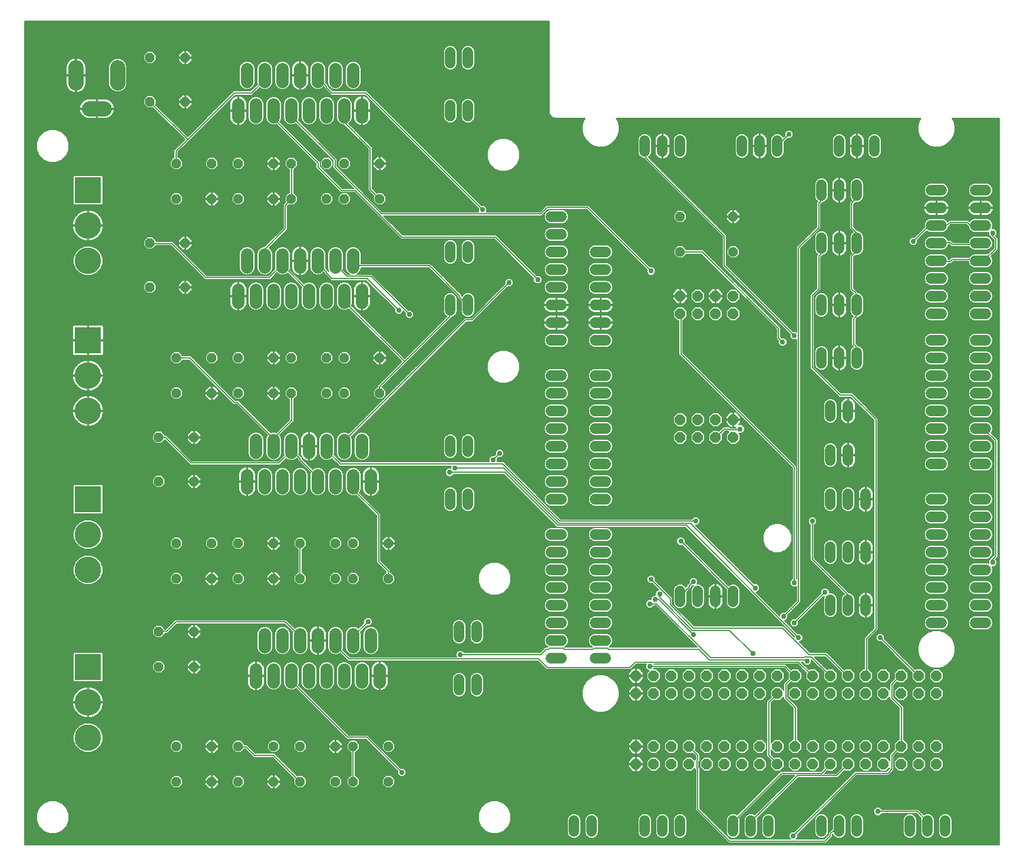
<source format=gbl>
G75*
%MOIN*%
%OFA0B0*%
%FSLAX25Y25*%
%IPPOS*%
%LPD*%
%AMOC8*
5,1,8,0,0,1.08239X$1,22.5*
%
%ADD10C,0.06000*%
%ADD11OC8,0.05200*%
%ADD12OC8,0.06000*%
%ADD13C,0.07087*%
%ADD14R,0.15000X0.15000*%
%ADD15C,0.15000*%
%ADD16C,0.08600*%
%ADD17C,0.00600*%
%ADD18C,0.02978*%
D10*
X0246300Y0198300D02*
X0246300Y0204300D01*
X0256300Y0204300D02*
X0256300Y0198300D01*
X0256300Y0228300D02*
X0256300Y0234300D01*
X0246300Y0234300D02*
X0246300Y0228300D01*
X0303300Y0231300D02*
X0309300Y0231300D01*
X0309300Y0221300D02*
X0303300Y0221300D01*
X0303300Y0211300D02*
X0309300Y0211300D01*
X0309300Y0201300D02*
X0303300Y0201300D01*
X0303300Y0181300D02*
X0309300Y0181300D01*
X0309300Y0171300D02*
X0303300Y0171300D01*
X0303300Y0161300D02*
X0309300Y0161300D01*
X0309300Y0151300D02*
X0303300Y0151300D01*
X0303300Y0141300D02*
X0309300Y0141300D01*
X0309300Y0131300D02*
X0303300Y0131300D01*
X0303300Y0121300D02*
X0309300Y0121300D01*
X0309300Y0111300D02*
X0303300Y0111300D01*
X0328300Y0111300D02*
X0334300Y0111300D01*
X0334300Y0121300D02*
X0328300Y0121300D01*
X0328300Y0131300D02*
X0334300Y0131300D01*
X0334300Y0141300D02*
X0328300Y0141300D01*
X0328300Y0151300D02*
X0334300Y0151300D01*
X0334300Y0161300D02*
X0328300Y0161300D01*
X0328300Y0171300D02*
X0334300Y0171300D01*
X0334300Y0181300D02*
X0328300Y0181300D01*
X0328300Y0201300D02*
X0334300Y0201300D01*
X0334300Y0211300D02*
X0328300Y0211300D01*
X0328300Y0221300D02*
X0334300Y0221300D01*
X0334300Y0231300D02*
X0328300Y0231300D01*
X0328300Y0241300D02*
X0334300Y0241300D01*
X0334300Y0251300D02*
X0328300Y0251300D01*
X0328300Y0261300D02*
X0334300Y0261300D01*
X0334300Y0271300D02*
X0328300Y0271300D01*
X0309300Y0271300D02*
X0303300Y0271300D01*
X0303300Y0261300D02*
X0309300Y0261300D01*
X0309300Y0251300D02*
X0303300Y0251300D01*
X0303300Y0241300D02*
X0309300Y0241300D01*
X0309300Y0291300D02*
X0303300Y0291300D01*
X0303300Y0301300D02*
X0309300Y0301300D01*
X0309300Y0311300D02*
X0303300Y0311300D01*
X0303300Y0321300D02*
X0309300Y0321300D01*
X0309300Y0331300D02*
X0303300Y0331300D01*
X0303300Y0341300D02*
X0309300Y0341300D01*
X0309300Y0351300D02*
X0303300Y0351300D01*
X0303300Y0361300D02*
X0309300Y0361300D01*
X0328300Y0341300D02*
X0334300Y0341300D01*
X0334300Y0331300D02*
X0328300Y0331300D01*
X0328300Y0321300D02*
X0334300Y0321300D01*
X0334300Y0311300D02*
X0328300Y0311300D01*
X0328300Y0301300D02*
X0334300Y0301300D01*
X0334300Y0291300D02*
X0328300Y0291300D01*
X0256300Y0308300D02*
X0256300Y0314300D01*
X0246300Y0314300D02*
X0246300Y0308300D01*
X0246300Y0338300D02*
X0246300Y0344300D01*
X0256300Y0344300D02*
X0256300Y0338300D01*
X0256300Y0418300D02*
X0256300Y0424300D01*
X0246300Y0424300D02*
X0246300Y0418300D01*
X0246300Y0448300D02*
X0246300Y0454300D01*
X0256300Y0454300D02*
X0256300Y0448300D01*
X0356300Y0404300D02*
X0356300Y0398300D01*
X0366300Y0398300D02*
X0366300Y0404300D01*
X0376300Y0404300D02*
X0376300Y0398300D01*
X0411300Y0398300D02*
X0411300Y0404300D01*
X0421300Y0404300D02*
X0421300Y0398300D01*
X0431300Y0398300D02*
X0431300Y0404300D01*
X0456300Y0379300D02*
X0456300Y0373300D01*
X0466300Y0373300D02*
X0466300Y0379300D01*
X0476300Y0379300D02*
X0476300Y0373300D01*
X0476300Y0349300D02*
X0476300Y0343300D01*
X0466300Y0343300D02*
X0466300Y0349300D01*
X0456300Y0349300D02*
X0456300Y0343300D01*
X0456300Y0314300D02*
X0456300Y0308300D01*
X0466300Y0308300D02*
X0466300Y0314300D01*
X0476300Y0314300D02*
X0476300Y0308300D01*
X0476300Y0284300D02*
X0476300Y0278300D01*
X0466300Y0278300D02*
X0466300Y0284300D01*
X0456300Y0284300D02*
X0456300Y0278300D01*
X0461300Y0254300D02*
X0461300Y0248300D01*
X0471300Y0248300D02*
X0471300Y0254300D01*
X0471300Y0229300D02*
X0471300Y0223300D01*
X0461300Y0223300D02*
X0461300Y0229300D01*
X0461300Y0204300D02*
X0461300Y0198300D01*
X0471300Y0198300D02*
X0471300Y0204300D01*
X0481300Y0204300D02*
X0481300Y0198300D01*
X0481300Y0174300D02*
X0481300Y0168300D01*
X0471300Y0168300D02*
X0471300Y0174300D01*
X0461300Y0174300D02*
X0461300Y0168300D01*
X0461300Y0144300D02*
X0461300Y0138300D01*
X0471300Y0138300D02*
X0471300Y0144300D01*
X0481300Y0144300D02*
X0481300Y0138300D01*
X0518300Y0141300D02*
X0524300Y0141300D01*
X0524300Y0131300D02*
X0518300Y0131300D01*
X0518300Y0151300D02*
X0524300Y0151300D01*
X0524300Y0161300D02*
X0518300Y0161300D01*
X0518300Y0171300D02*
X0524300Y0171300D01*
X0524300Y0181300D02*
X0518300Y0181300D01*
X0518300Y0191300D02*
X0524300Y0191300D01*
X0524300Y0201300D02*
X0518300Y0201300D01*
X0518300Y0221300D02*
X0524300Y0221300D01*
X0524300Y0231300D02*
X0518300Y0231300D01*
X0518300Y0241300D02*
X0524300Y0241300D01*
X0524300Y0251300D02*
X0518300Y0251300D01*
X0518300Y0261300D02*
X0524300Y0261300D01*
X0524300Y0271300D02*
X0518300Y0271300D01*
X0518300Y0281300D02*
X0524300Y0281300D01*
X0524300Y0291300D02*
X0518300Y0291300D01*
X0518300Y0306300D02*
X0524300Y0306300D01*
X0524300Y0316300D02*
X0518300Y0316300D01*
X0518300Y0326300D02*
X0524300Y0326300D01*
X0524300Y0336300D02*
X0518300Y0336300D01*
X0518300Y0346300D02*
X0524300Y0346300D01*
X0524300Y0356300D02*
X0518300Y0356300D01*
X0518300Y0366300D02*
X0524300Y0366300D01*
X0524300Y0376300D02*
X0518300Y0376300D01*
X0543300Y0376300D02*
X0549300Y0376300D01*
X0549300Y0366300D02*
X0543300Y0366300D01*
X0543300Y0356300D02*
X0549300Y0356300D01*
X0549300Y0346300D02*
X0543300Y0346300D01*
X0543300Y0336300D02*
X0549300Y0336300D01*
X0549300Y0326300D02*
X0543300Y0326300D01*
X0543300Y0316300D02*
X0549300Y0316300D01*
X0549300Y0306300D02*
X0543300Y0306300D01*
X0543300Y0291300D02*
X0549300Y0291300D01*
X0549300Y0281300D02*
X0543300Y0281300D01*
X0543300Y0271300D02*
X0549300Y0271300D01*
X0549300Y0261300D02*
X0543300Y0261300D01*
X0543300Y0251300D02*
X0549300Y0251300D01*
X0549300Y0241300D02*
X0543300Y0241300D01*
X0543300Y0231300D02*
X0549300Y0231300D01*
X0549300Y0221300D02*
X0543300Y0221300D01*
X0543300Y0201300D02*
X0549300Y0201300D01*
X0549300Y0191300D02*
X0543300Y0191300D01*
X0543300Y0181300D02*
X0549300Y0181300D01*
X0549300Y0171300D02*
X0543300Y0171300D01*
X0543300Y0161300D02*
X0549300Y0161300D01*
X0549300Y0151300D02*
X0543300Y0151300D01*
X0543300Y0141300D02*
X0549300Y0141300D01*
X0549300Y0131300D02*
X0543300Y0131300D01*
X0526300Y0019300D02*
X0526300Y0013300D01*
X0516300Y0013300D02*
X0516300Y0019300D01*
X0506300Y0019300D02*
X0506300Y0013300D01*
X0476300Y0013300D02*
X0476300Y0019300D01*
X0466300Y0019300D02*
X0466300Y0013300D01*
X0456300Y0013300D02*
X0456300Y0019300D01*
X0426300Y0019300D02*
X0426300Y0013300D01*
X0416300Y0013300D02*
X0416300Y0019300D01*
X0406300Y0019300D02*
X0406300Y0013300D01*
X0376300Y0013300D02*
X0376300Y0019300D01*
X0366300Y0019300D02*
X0366300Y0013300D01*
X0356300Y0013300D02*
X0356300Y0019300D01*
X0326300Y0019300D02*
X0326300Y0013300D01*
X0316300Y0013300D02*
X0316300Y0019300D01*
X0261300Y0093300D02*
X0261300Y0099300D01*
X0251300Y0099300D02*
X0251300Y0093300D01*
X0251300Y0123300D02*
X0251300Y0129300D01*
X0261300Y0129300D02*
X0261300Y0123300D01*
X0376300Y0143300D02*
X0376300Y0149300D01*
X0386300Y0149300D02*
X0386300Y0143300D01*
X0396300Y0143300D02*
X0396300Y0149300D01*
X0406300Y0149300D02*
X0406300Y0143300D01*
X0466300Y0398300D02*
X0466300Y0404300D01*
X0476300Y0404300D02*
X0476300Y0398300D01*
X0486300Y0398300D02*
X0486300Y0404300D01*
D11*
X0406300Y0361300D03*
X0406300Y0341300D03*
X0376300Y0341300D03*
X0376300Y0361300D03*
X0206300Y0371300D03*
X0186300Y0371300D03*
X0176300Y0371300D03*
X0176300Y0391300D03*
X0186300Y0391300D03*
X0206300Y0391300D03*
X0156300Y0391300D03*
X0146300Y0391300D03*
X0146300Y0371300D03*
X0156300Y0371300D03*
X0126300Y0371300D03*
X0111300Y0371300D03*
X0091300Y0371300D03*
X0091300Y0391300D03*
X0111300Y0391300D03*
X0126300Y0391300D03*
X0096300Y0426300D03*
X0076300Y0426300D03*
X0076300Y0451300D03*
X0096300Y0451300D03*
X0096300Y0346300D03*
X0076300Y0346300D03*
X0076300Y0321300D03*
X0096300Y0321300D03*
X0091300Y0281300D03*
X0111300Y0281300D03*
X0126300Y0281300D03*
X0126300Y0261300D03*
X0111300Y0261300D03*
X0091300Y0261300D03*
X0081300Y0236300D03*
X0101300Y0236300D03*
X0101300Y0211300D03*
X0081300Y0211300D03*
X0091300Y0176300D03*
X0111300Y0176300D03*
X0126300Y0176300D03*
X0126300Y0156300D03*
X0111300Y0156300D03*
X0091300Y0156300D03*
X0081300Y0126300D03*
X0081300Y0106300D03*
X0101300Y0106300D03*
X0101300Y0126300D03*
X0146300Y0156300D03*
X0161300Y0156300D03*
X0161300Y0176300D03*
X0146300Y0176300D03*
X0181300Y0176300D03*
X0191300Y0176300D03*
X0211300Y0176300D03*
X0211300Y0156300D03*
X0191300Y0156300D03*
X0181300Y0156300D03*
X0181300Y0061300D03*
X0191300Y0061300D03*
X0211300Y0061300D03*
X0211300Y0041300D03*
X0191300Y0041300D03*
X0181300Y0041300D03*
X0161300Y0041300D03*
X0146300Y0041300D03*
X0146300Y0061300D03*
X0161300Y0061300D03*
X0126300Y0061300D03*
X0111300Y0061300D03*
X0091300Y0061300D03*
X0091300Y0041300D03*
X0111300Y0041300D03*
X0126300Y0041300D03*
X0146300Y0261300D03*
X0156300Y0261300D03*
X0156300Y0281300D03*
X0146300Y0281300D03*
X0176300Y0281300D03*
X0186300Y0281300D03*
X0206300Y0281300D03*
X0206300Y0261300D03*
X0186300Y0261300D03*
X0176300Y0261300D03*
D12*
X0351300Y0101300D03*
X0351300Y0091300D03*
X0361300Y0091300D03*
X0371300Y0091300D03*
X0371300Y0101300D03*
X0361300Y0101300D03*
X0381300Y0101300D03*
X0381300Y0091300D03*
X0391300Y0091300D03*
X0391300Y0101300D03*
X0401300Y0101300D03*
X0401300Y0091300D03*
X0411300Y0091300D03*
X0421300Y0091300D03*
X0421300Y0101300D03*
X0411300Y0101300D03*
X0431300Y0101300D03*
X0431300Y0091300D03*
X0441300Y0091300D03*
X0441300Y0101300D03*
X0451300Y0101300D03*
X0461300Y0101300D03*
X0461300Y0091300D03*
X0451300Y0091300D03*
X0471300Y0091300D03*
X0471300Y0101300D03*
X0481300Y0101300D03*
X0481300Y0091300D03*
X0491300Y0091300D03*
X0491300Y0101300D03*
X0501300Y0101300D03*
X0511300Y0101300D03*
X0511300Y0091300D03*
X0501300Y0091300D03*
X0521300Y0091300D03*
X0521300Y0101300D03*
X0521300Y0061300D03*
X0521300Y0051300D03*
X0511300Y0051300D03*
X0501300Y0051300D03*
X0501300Y0061300D03*
X0511300Y0061300D03*
X0491300Y0061300D03*
X0491300Y0051300D03*
X0481300Y0051300D03*
X0481300Y0061300D03*
X0471300Y0061300D03*
X0471300Y0051300D03*
X0461300Y0051300D03*
X0451300Y0051300D03*
X0451300Y0061300D03*
X0461300Y0061300D03*
X0441300Y0061300D03*
X0441300Y0051300D03*
X0431300Y0051300D03*
X0431300Y0061300D03*
X0421300Y0061300D03*
X0411300Y0061300D03*
X0411300Y0051300D03*
X0421300Y0051300D03*
X0401300Y0051300D03*
X0401300Y0061300D03*
X0391300Y0061300D03*
X0391300Y0051300D03*
X0381300Y0051300D03*
X0381300Y0061300D03*
X0371300Y0061300D03*
X0361300Y0061300D03*
X0361300Y0051300D03*
X0371300Y0051300D03*
X0351300Y0051300D03*
X0351300Y0061300D03*
X0376300Y0236300D03*
X0376300Y0246300D03*
X0386300Y0246300D03*
X0386300Y0236300D03*
X0396300Y0236300D03*
X0396300Y0246300D03*
X0406300Y0246300D03*
X0406300Y0236300D03*
X0406300Y0306300D03*
X0406300Y0316300D03*
X0396300Y0316300D03*
X0396300Y0306300D03*
X0386300Y0306300D03*
X0386300Y0316300D03*
X0376300Y0316300D03*
X0376300Y0306300D03*
D13*
X0201300Y0214843D02*
X0201300Y0207757D01*
X0191300Y0207757D02*
X0191300Y0214843D01*
X0181300Y0214843D02*
X0181300Y0207757D01*
X0171300Y0207757D02*
X0171300Y0214843D01*
X0161300Y0214843D02*
X0161300Y0207757D01*
X0151300Y0207757D02*
X0151300Y0214843D01*
X0141300Y0214843D02*
X0141300Y0207757D01*
X0131300Y0207757D02*
X0131300Y0214843D01*
X0136300Y0227757D02*
X0136300Y0234843D01*
X0146300Y0234843D02*
X0146300Y0227757D01*
X0156300Y0227757D02*
X0156300Y0234843D01*
X0166300Y0234843D02*
X0166300Y0227757D01*
X0176300Y0227757D02*
X0176300Y0234843D01*
X0186300Y0234843D02*
X0186300Y0227757D01*
X0196300Y0227757D02*
X0196300Y0234843D01*
X0196300Y0312757D02*
X0196300Y0319843D01*
X0186300Y0319843D02*
X0186300Y0312757D01*
X0176300Y0312757D02*
X0176300Y0319843D01*
X0166300Y0319843D02*
X0166300Y0312757D01*
X0156300Y0312757D02*
X0156300Y0319843D01*
X0146300Y0319843D02*
X0146300Y0312757D01*
X0136300Y0312757D02*
X0136300Y0319843D01*
X0126300Y0319843D02*
X0126300Y0312757D01*
X0131300Y0332757D02*
X0131300Y0339843D01*
X0141300Y0339843D02*
X0141300Y0332757D01*
X0151300Y0332757D02*
X0151300Y0339843D01*
X0161300Y0339843D02*
X0161300Y0332757D01*
X0171300Y0332757D02*
X0171300Y0339843D01*
X0181300Y0339843D02*
X0181300Y0332757D01*
X0191300Y0332757D02*
X0191300Y0339843D01*
X0186300Y0417757D02*
X0186300Y0424843D01*
X0196300Y0424843D02*
X0196300Y0417757D01*
X0176300Y0417757D02*
X0176300Y0424843D01*
X0166300Y0424843D02*
X0166300Y0417757D01*
X0156300Y0417757D02*
X0156300Y0424843D01*
X0146300Y0424843D02*
X0146300Y0417757D01*
X0136300Y0417757D02*
X0136300Y0424843D01*
X0126300Y0424843D02*
X0126300Y0417757D01*
X0131300Y0437757D02*
X0131300Y0444843D01*
X0141300Y0444843D02*
X0141300Y0437757D01*
X0151300Y0437757D02*
X0151300Y0444843D01*
X0161300Y0444843D02*
X0161300Y0437757D01*
X0171300Y0437757D02*
X0171300Y0444843D01*
X0181300Y0444843D02*
X0181300Y0437757D01*
X0191300Y0437757D02*
X0191300Y0444843D01*
X0191300Y0124843D02*
X0191300Y0117757D01*
X0201300Y0117757D02*
X0201300Y0124843D01*
X0181300Y0124843D02*
X0181300Y0117757D01*
X0171300Y0117757D02*
X0171300Y0124843D01*
X0161300Y0124843D02*
X0161300Y0117757D01*
X0151300Y0117757D02*
X0151300Y0124843D01*
X0141300Y0124843D02*
X0141300Y0117757D01*
X0136300Y0104843D02*
X0136300Y0097757D01*
X0146300Y0097757D02*
X0146300Y0104843D01*
X0156300Y0104843D02*
X0156300Y0097757D01*
X0166300Y0097757D02*
X0166300Y0104843D01*
X0176300Y0104843D02*
X0176300Y0097757D01*
X0186300Y0097757D02*
X0186300Y0104843D01*
X0196300Y0104843D02*
X0196300Y0097757D01*
X0206300Y0097757D02*
X0206300Y0104843D01*
D14*
X0041300Y0106300D03*
X0041300Y0201300D03*
X0041300Y0291300D03*
X0041300Y0376300D03*
D15*
X0041300Y0356300D03*
X0041300Y0336300D03*
X0041300Y0271300D03*
X0041300Y0251300D03*
X0041300Y0181300D03*
X0041300Y0161300D03*
X0041300Y0086300D03*
X0041300Y0066300D03*
D16*
X0042000Y0422402D02*
X0050600Y0422402D01*
X0058111Y0437000D02*
X0058111Y0445600D01*
X0034489Y0445600D02*
X0034489Y0437000D01*
D17*
X0005600Y0472000D02*
X0005600Y0005600D01*
X0556921Y0005600D01*
X0556921Y0417000D01*
X0530248Y0417000D01*
X0531177Y0415391D01*
X0531899Y0412695D01*
X0531899Y0409905D01*
X0531177Y0407209D01*
X0529781Y0404792D01*
X0527808Y0402819D01*
X0525391Y0401423D01*
X0522695Y0400701D01*
X0519905Y0400701D01*
X0517209Y0401423D01*
X0514792Y0402819D01*
X0512819Y0404792D01*
X0511423Y0407209D01*
X0510701Y0409905D01*
X0510701Y0412695D01*
X0511423Y0415391D01*
X0512352Y0417000D01*
X0340248Y0417000D01*
X0341177Y0415391D01*
X0341899Y0412695D01*
X0341899Y0409905D01*
X0341177Y0407209D01*
X0339781Y0404792D01*
X0337808Y0402819D01*
X0335391Y0401423D01*
X0332695Y0400701D01*
X0329905Y0400701D01*
X0327209Y0401423D01*
X0324792Y0402819D01*
X0322819Y0404792D01*
X0321423Y0407209D01*
X0320701Y0409905D01*
X0320701Y0412695D01*
X0321423Y0415391D01*
X0322352Y0417000D01*
X0305445Y0417000D01*
X0303864Y0417655D01*
X0302655Y0418864D01*
X0302000Y0420445D01*
X0302000Y0472000D01*
X0005600Y0472000D01*
X0005600Y0471741D02*
X0302000Y0471741D01*
X0302000Y0471143D02*
X0005600Y0471143D01*
X0005600Y0470544D02*
X0302000Y0470544D01*
X0302000Y0469946D02*
X0005600Y0469946D01*
X0005600Y0469347D02*
X0302000Y0469347D01*
X0302000Y0468749D02*
X0005600Y0468749D01*
X0005600Y0468150D02*
X0302000Y0468150D01*
X0302000Y0467552D02*
X0005600Y0467552D01*
X0005600Y0466953D02*
X0302000Y0466953D01*
X0302000Y0466355D02*
X0005600Y0466355D01*
X0005600Y0465756D02*
X0302000Y0465756D01*
X0302000Y0465158D02*
X0005600Y0465158D01*
X0005600Y0464559D02*
X0302000Y0464559D01*
X0302000Y0463961D02*
X0005600Y0463961D01*
X0005600Y0463362D02*
X0302000Y0463362D01*
X0302000Y0462764D02*
X0005600Y0462764D01*
X0005600Y0462165D02*
X0302000Y0462165D01*
X0302000Y0461567D02*
X0005600Y0461567D01*
X0005600Y0460968D02*
X0302000Y0460968D01*
X0302000Y0460370D02*
X0005600Y0460370D01*
X0005600Y0459771D02*
X0302000Y0459771D01*
X0302000Y0459173D02*
X0005600Y0459173D01*
X0005600Y0458574D02*
X0302000Y0458574D01*
X0302000Y0457976D02*
X0257618Y0457976D01*
X0257076Y0458200D02*
X0255524Y0458200D01*
X0254091Y0457606D01*
X0252994Y0456509D01*
X0252400Y0455076D01*
X0252400Y0447524D01*
X0252994Y0446091D01*
X0254091Y0444994D01*
X0255524Y0444400D01*
X0257076Y0444400D01*
X0258509Y0444994D01*
X0259606Y0446091D01*
X0260200Y0447524D01*
X0260200Y0455076D01*
X0259606Y0456509D01*
X0258509Y0457606D01*
X0257076Y0458200D01*
X0258738Y0457377D02*
X0302000Y0457377D01*
X0302000Y0456779D02*
X0259337Y0456779D01*
X0259743Y0456180D02*
X0302000Y0456180D01*
X0302000Y0455581D02*
X0259991Y0455581D01*
X0260200Y0454983D02*
X0302000Y0454983D01*
X0302000Y0454384D02*
X0260200Y0454384D01*
X0260200Y0453786D02*
X0302000Y0453786D01*
X0302000Y0453187D02*
X0260200Y0453187D01*
X0260200Y0452589D02*
X0302000Y0452589D01*
X0302000Y0451990D02*
X0260200Y0451990D01*
X0260200Y0451392D02*
X0302000Y0451392D01*
X0302000Y0450793D02*
X0260200Y0450793D01*
X0260200Y0450195D02*
X0302000Y0450195D01*
X0302000Y0449596D02*
X0260200Y0449596D01*
X0260200Y0448998D02*
X0302000Y0448998D01*
X0302000Y0448399D02*
X0260200Y0448399D01*
X0260200Y0447801D02*
X0302000Y0447801D01*
X0302000Y0447202D02*
X0260067Y0447202D01*
X0259819Y0446604D02*
X0302000Y0446604D01*
X0302000Y0446005D02*
X0259521Y0446005D01*
X0258922Y0445407D02*
X0302000Y0445407D01*
X0302000Y0444808D02*
X0258061Y0444808D01*
X0254539Y0444808D02*
X0248061Y0444808D01*
X0248509Y0444994D02*
X0249606Y0446091D01*
X0250200Y0447524D01*
X0250200Y0455076D01*
X0249606Y0456509D01*
X0248509Y0457606D01*
X0247076Y0458200D01*
X0245524Y0458200D01*
X0244091Y0457606D01*
X0242994Y0456509D01*
X0242400Y0455076D01*
X0242400Y0447524D01*
X0242994Y0446091D01*
X0244091Y0444994D01*
X0245524Y0444400D01*
X0247076Y0444400D01*
X0248509Y0444994D01*
X0248922Y0445407D02*
X0253678Y0445407D01*
X0253079Y0446005D02*
X0249521Y0446005D01*
X0249819Y0446604D02*
X0252781Y0446604D01*
X0252533Y0447202D02*
X0250067Y0447202D01*
X0250200Y0447801D02*
X0252400Y0447801D01*
X0252400Y0448399D02*
X0250200Y0448399D01*
X0250200Y0448998D02*
X0252400Y0448998D01*
X0252400Y0449596D02*
X0250200Y0449596D01*
X0250200Y0450195D02*
X0252400Y0450195D01*
X0252400Y0450793D02*
X0250200Y0450793D01*
X0250200Y0451392D02*
X0252400Y0451392D01*
X0252400Y0451990D02*
X0250200Y0451990D01*
X0250200Y0452589D02*
X0252400Y0452589D01*
X0252400Y0453187D02*
X0250200Y0453187D01*
X0250200Y0453786D02*
X0252400Y0453786D01*
X0252400Y0454384D02*
X0250200Y0454384D01*
X0250200Y0454983D02*
X0252400Y0454983D01*
X0252609Y0455581D02*
X0249991Y0455581D01*
X0249743Y0456180D02*
X0252857Y0456180D01*
X0253263Y0456779D02*
X0249337Y0456779D01*
X0248738Y0457377D02*
X0253862Y0457377D01*
X0254982Y0457976D02*
X0247618Y0457976D01*
X0244982Y0457976D02*
X0005600Y0457976D01*
X0005600Y0457377D02*
X0243862Y0457377D01*
X0243263Y0456779D02*
X0005600Y0456779D01*
X0005600Y0456180D02*
X0242857Y0456180D01*
X0242609Y0455581D02*
X0005600Y0455581D01*
X0005600Y0454983D02*
X0094468Y0454983D01*
X0094685Y0455200D02*
X0092400Y0452915D01*
X0092400Y0451600D01*
X0096000Y0451600D01*
X0096000Y0455200D01*
X0094685Y0455200D01*
X0093869Y0454384D02*
X0078165Y0454384D01*
X0077750Y0454800D02*
X0074850Y0454800D01*
X0072800Y0452750D01*
X0072800Y0449850D01*
X0074850Y0447800D01*
X0077750Y0447800D01*
X0079800Y0449850D01*
X0079800Y0452750D01*
X0077750Y0454800D01*
X0078764Y0453786D02*
X0093271Y0453786D01*
X0092672Y0453187D02*
X0079362Y0453187D01*
X0079800Y0452589D02*
X0092400Y0452589D01*
X0092400Y0451990D02*
X0079800Y0451990D01*
X0079800Y0451392D02*
X0096000Y0451392D01*
X0096000Y0451600D02*
X0096000Y0451000D01*
X0096600Y0451000D01*
X0096600Y0451600D01*
X0100200Y0451600D01*
X0100200Y0452915D01*
X0097915Y0455200D01*
X0096600Y0455200D01*
X0096600Y0451600D01*
X0096000Y0451600D01*
X0096000Y0451990D02*
X0096600Y0451990D01*
X0096600Y0451392D02*
X0242400Y0451392D01*
X0242400Y0451990D02*
X0100200Y0451990D01*
X0100200Y0452589D02*
X0242400Y0452589D01*
X0242400Y0453187D02*
X0099928Y0453187D01*
X0099329Y0453786D02*
X0242400Y0453786D01*
X0242400Y0454384D02*
X0098731Y0454384D01*
X0098132Y0454983D02*
X0242400Y0454983D01*
X0242400Y0450793D02*
X0100200Y0450793D01*
X0100200Y0451000D02*
X0096600Y0451000D01*
X0096600Y0447400D01*
X0097915Y0447400D01*
X0100200Y0449685D01*
X0100200Y0451000D01*
X0100200Y0450195D02*
X0242400Y0450195D01*
X0242400Y0449596D02*
X0162251Y0449596D01*
X0162434Y0449567D02*
X0161681Y0449687D01*
X0161600Y0449687D01*
X0161600Y0441600D01*
X0166143Y0441600D01*
X0166143Y0445224D01*
X0166024Y0445977D01*
X0165788Y0446702D01*
X0165442Y0447382D01*
X0164994Y0447998D01*
X0164455Y0448538D01*
X0163838Y0448986D01*
X0163159Y0449332D01*
X0162434Y0449567D01*
X0161600Y0449596D02*
X0161000Y0449596D01*
X0161000Y0449687D02*
X0160919Y0449687D01*
X0160166Y0449567D01*
X0159441Y0449332D01*
X0158762Y0448986D01*
X0158145Y0448538D01*
X0157606Y0447998D01*
X0157158Y0447382D01*
X0156812Y0446702D01*
X0156576Y0445977D01*
X0156457Y0445224D01*
X0156457Y0441600D01*
X0161000Y0441600D01*
X0161000Y0449687D01*
X0160349Y0449596D02*
X0100112Y0449596D01*
X0099513Y0448998D02*
X0129719Y0448998D01*
X0130416Y0449287D02*
X0128783Y0448610D01*
X0127533Y0447360D01*
X0126857Y0445727D01*
X0126857Y0436873D01*
X0127533Y0435240D01*
X0128783Y0433990D01*
X0130416Y0433313D01*
X0132184Y0433313D01*
X0133817Y0433990D01*
X0135067Y0435240D01*
X0135743Y0436873D01*
X0135743Y0445727D01*
X0135067Y0447360D01*
X0133817Y0448610D01*
X0132184Y0449287D01*
X0130416Y0449287D01*
X0128572Y0448399D02*
X0098915Y0448399D01*
X0098316Y0447801D02*
X0127974Y0447801D01*
X0127468Y0447202D02*
X0063076Y0447202D01*
X0063311Y0446634D02*
X0062519Y0448546D01*
X0061057Y0450008D01*
X0059145Y0450800D01*
X0057077Y0450800D01*
X0055165Y0450008D01*
X0053703Y0448546D01*
X0052911Y0446634D01*
X0052911Y0435966D01*
X0053703Y0434054D01*
X0055165Y0432592D01*
X0057077Y0431800D01*
X0059145Y0431800D01*
X0061057Y0432592D01*
X0062519Y0434054D01*
X0063311Y0435966D01*
X0063311Y0446634D01*
X0063311Y0446604D02*
X0127220Y0446604D01*
X0126972Y0446005D02*
X0063311Y0446005D01*
X0063311Y0445407D02*
X0126857Y0445407D01*
X0126857Y0444808D02*
X0063311Y0444808D01*
X0063311Y0444210D02*
X0126857Y0444210D01*
X0126857Y0443611D02*
X0063311Y0443611D01*
X0063311Y0443013D02*
X0126857Y0443013D01*
X0126857Y0442414D02*
X0063311Y0442414D01*
X0063311Y0441816D02*
X0126857Y0441816D01*
X0126857Y0441217D02*
X0063311Y0441217D01*
X0063311Y0440619D02*
X0126857Y0440619D01*
X0126857Y0440020D02*
X0063311Y0440020D01*
X0063311Y0439422D02*
X0126857Y0439422D01*
X0126857Y0438823D02*
X0063311Y0438823D01*
X0063311Y0438225D02*
X0126857Y0438225D01*
X0126857Y0437626D02*
X0063311Y0437626D01*
X0063311Y0437028D02*
X0126857Y0437028D01*
X0127040Y0436429D02*
X0063311Y0436429D01*
X0063255Y0435831D02*
X0127288Y0435831D01*
X0127541Y0435232D02*
X0063007Y0435232D01*
X0062759Y0434634D02*
X0128139Y0434634D01*
X0128738Y0434035D02*
X0062500Y0434035D01*
X0061902Y0433437D02*
X0130119Y0433437D01*
X0132481Y0433437D02*
X0134140Y0433437D01*
X0133862Y0434035D02*
X0134738Y0434035D01*
X0134461Y0434634D02*
X0135337Y0434634D01*
X0135059Y0435232D02*
X0135935Y0435232D01*
X0136534Y0435831D02*
X0135312Y0435831D01*
X0135559Y0436429D02*
X0137040Y0436429D01*
X0137067Y0436364D02*
X0133203Y0432500D01*
X0123603Y0432500D01*
X0097700Y0406597D01*
X0079623Y0424674D01*
X0079800Y0424850D01*
X0079800Y0427750D01*
X0077750Y0429800D01*
X0074850Y0429800D01*
X0072800Y0427750D01*
X0072800Y0424850D01*
X0074850Y0422800D01*
X0077750Y0422800D01*
X0077926Y0422977D01*
X0096003Y0404900D01*
X0090603Y0399500D01*
X0089900Y0398797D01*
X0089900Y0394800D01*
X0089850Y0394800D01*
X0087800Y0392750D01*
X0087800Y0389850D01*
X0089850Y0387800D01*
X0092750Y0387800D01*
X0094800Y0389850D01*
X0094800Y0392750D01*
X0092750Y0394800D01*
X0092300Y0394800D01*
X0092300Y0397803D01*
X0098197Y0403700D01*
X0098197Y0403700D01*
X0098900Y0404403D01*
X0124597Y0430100D01*
X0134197Y0430100D01*
X0134900Y0430803D01*
X0138435Y0434338D01*
X0138783Y0433990D01*
X0140416Y0433313D01*
X0142184Y0433313D01*
X0143817Y0433990D01*
X0145067Y0435240D01*
X0145743Y0436873D01*
X0145743Y0445727D01*
X0145067Y0447360D01*
X0143817Y0448610D01*
X0142184Y0449287D01*
X0140416Y0449287D01*
X0138783Y0448610D01*
X0137533Y0447360D01*
X0136857Y0445727D01*
X0136857Y0436873D01*
X0137067Y0436364D01*
X0136857Y0437028D02*
X0135743Y0437028D01*
X0135743Y0437626D02*
X0136857Y0437626D01*
X0136857Y0438225D02*
X0135743Y0438225D01*
X0135743Y0438823D02*
X0136857Y0438823D01*
X0136857Y0439422D02*
X0135743Y0439422D01*
X0135743Y0440020D02*
X0136857Y0440020D01*
X0136857Y0440619D02*
X0135743Y0440619D01*
X0135743Y0441217D02*
X0136857Y0441217D01*
X0136857Y0441816D02*
X0135743Y0441816D01*
X0135743Y0442414D02*
X0136857Y0442414D01*
X0136857Y0443013D02*
X0135743Y0443013D01*
X0135743Y0443611D02*
X0136857Y0443611D01*
X0136857Y0444210D02*
X0135743Y0444210D01*
X0135743Y0444808D02*
X0136857Y0444808D01*
X0136857Y0445407D02*
X0135743Y0445407D01*
X0135628Y0446005D02*
X0136972Y0446005D01*
X0137220Y0446604D02*
X0135380Y0446604D01*
X0135132Y0447202D02*
X0137468Y0447202D01*
X0137974Y0447801D02*
X0134626Y0447801D01*
X0134028Y0448399D02*
X0138572Y0448399D01*
X0139719Y0448998D02*
X0132881Y0448998D01*
X0142881Y0448998D02*
X0149719Y0448998D01*
X0150416Y0449287D02*
X0148783Y0448610D01*
X0147533Y0447360D01*
X0146857Y0445727D01*
X0146857Y0436873D01*
X0147533Y0435240D01*
X0148783Y0433990D01*
X0150416Y0433313D01*
X0152184Y0433313D01*
X0153817Y0433990D01*
X0155067Y0435240D01*
X0155743Y0436873D01*
X0155743Y0445727D01*
X0155067Y0447360D01*
X0153817Y0448610D01*
X0152184Y0449287D01*
X0150416Y0449287D01*
X0148572Y0448399D02*
X0144028Y0448399D01*
X0144626Y0447801D02*
X0147974Y0447801D01*
X0147468Y0447202D02*
X0145132Y0447202D01*
X0145380Y0446604D02*
X0147220Y0446604D01*
X0146972Y0446005D02*
X0145628Y0446005D01*
X0145743Y0445407D02*
X0146857Y0445407D01*
X0146857Y0444808D02*
X0145743Y0444808D01*
X0145743Y0444210D02*
X0146857Y0444210D01*
X0146857Y0443611D02*
X0145743Y0443611D01*
X0145743Y0443013D02*
X0146857Y0443013D01*
X0146857Y0442414D02*
X0145743Y0442414D01*
X0145743Y0441816D02*
X0146857Y0441816D01*
X0146857Y0441217D02*
X0145743Y0441217D01*
X0145743Y0440619D02*
X0146857Y0440619D01*
X0146857Y0440020D02*
X0145743Y0440020D01*
X0145743Y0439422D02*
X0146857Y0439422D01*
X0146857Y0438823D02*
X0145743Y0438823D01*
X0145743Y0438225D02*
X0146857Y0438225D01*
X0146857Y0437626D02*
X0145743Y0437626D01*
X0145743Y0437028D02*
X0146857Y0437028D01*
X0147040Y0436429D02*
X0145559Y0436429D01*
X0145312Y0435831D02*
X0147288Y0435831D01*
X0147541Y0435232D02*
X0145059Y0435232D01*
X0144461Y0434634D02*
X0148139Y0434634D01*
X0148738Y0434035D02*
X0143862Y0434035D01*
X0142481Y0433437D02*
X0150119Y0433437D01*
X0152481Y0433437D02*
X0159110Y0433437D01*
X0159441Y0433268D02*
X0160166Y0433033D01*
X0160919Y0432913D01*
X0161000Y0432913D01*
X0161000Y0441000D01*
X0161600Y0441000D01*
X0161600Y0441600D01*
X0161000Y0441600D01*
X0161000Y0441000D01*
X0156457Y0441000D01*
X0156457Y0437376D01*
X0156576Y0436623D01*
X0156812Y0435898D01*
X0157158Y0435218D01*
X0157606Y0434601D01*
X0158145Y0434062D01*
X0158762Y0433614D01*
X0159441Y0433268D01*
X0158182Y0434035D02*
X0153862Y0434035D01*
X0154461Y0434634D02*
X0157582Y0434634D01*
X0157151Y0435232D02*
X0155059Y0435232D01*
X0155312Y0435831D02*
X0156846Y0435831D01*
X0156639Y0436429D02*
X0155559Y0436429D01*
X0155743Y0437028D02*
X0156512Y0437028D01*
X0156457Y0437626D02*
X0155743Y0437626D01*
X0155743Y0438225D02*
X0156457Y0438225D01*
X0156457Y0438823D02*
X0155743Y0438823D01*
X0155743Y0439422D02*
X0156457Y0439422D01*
X0156457Y0440020D02*
X0155743Y0440020D01*
X0155743Y0440619D02*
X0156457Y0440619D01*
X0155743Y0441217D02*
X0161000Y0441217D01*
X0161000Y0440619D02*
X0161600Y0440619D01*
X0161600Y0441000D02*
X0161600Y0432913D01*
X0161681Y0432913D01*
X0162434Y0433033D01*
X0163159Y0433268D01*
X0163838Y0433614D01*
X0164455Y0434062D01*
X0164994Y0434601D01*
X0165442Y0435218D01*
X0165788Y0435898D01*
X0166024Y0436623D01*
X0166143Y0437376D01*
X0166143Y0441000D01*
X0161600Y0441000D01*
X0161600Y0441217D02*
X0166857Y0441217D01*
X0166857Y0440619D02*
X0166143Y0440619D01*
X0166143Y0440020D02*
X0166857Y0440020D01*
X0166857Y0439422D02*
X0166143Y0439422D01*
X0166143Y0438823D02*
X0166857Y0438823D01*
X0166857Y0438225D02*
X0166143Y0438225D01*
X0166143Y0437626D02*
X0166857Y0437626D01*
X0166857Y0437028D02*
X0166088Y0437028D01*
X0165961Y0436429D02*
X0167040Y0436429D01*
X0166857Y0436873D02*
X0167533Y0435240D01*
X0168783Y0433990D01*
X0170416Y0433313D01*
X0172184Y0433313D01*
X0173817Y0433990D01*
X0174665Y0434838D01*
X0175100Y0434403D01*
X0175100Y0433803D01*
X0178100Y0430803D01*
X0178803Y0430100D01*
X0198003Y0430100D01*
X0262111Y0365992D01*
X0262111Y0364310D01*
X0262321Y0364100D01*
X0207997Y0364100D01*
X0182300Y0389797D01*
X0182300Y0393997D01*
X0181597Y0394700D01*
X0160357Y0415940D01*
X0160743Y0416873D01*
X0160743Y0425727D01*
X0160067Y0427360D01*
X0158817Y0428610D01*
X0157184Y0429287D01*
X0155416Y0429287D01*
X0153783Y0428610D01*
X0152533Y0427360D01*
X0151857Y0425727D01*
X0151857Y0416873D01*
X0152533Y0415240D01*
X0153783Y0413990D01*
X0155416Y0413313D01*
X0157184Y0413313D01*
X0158817Y0413990D01*
X0158865Y0414038D01*
X0179900Y0393003D01*
X0179900Y0388803D01*
X0191403Y0377300D01*
X0185197Y0377300D01*
X0172700Y0389797D01*
X0172700Y0392197D01*
X0171997Y0392900D01*
X0149862Y0415035D01*
X0150067Y0415240D01*
X0150743Y0416873D01*
X0150743Y0425727D01*
X0150067Y0427360D01*
X0148817Y0428610D01*
X0147184Y0429287D01*
X0145416Y0429287D01*
X0143783Y0428610D01*
X0142533Y0427360D01*
X0141857Y0425727D01*
X0141857Y0416873D01*
X0142533Y0415240D01*
X0143783Y0413990D01*
X0145416Y0413313D01*
X0147184Y0413313D01*
X0147895Y0413608D01*
X0170300Y0391203D01*
X0170300Y0388803D01*
X0183500Y0375603D01*
X0184203Y0374900D01*
X0192003Y0374900D01*
X0217700Y0349203D01*
X0218403Y0348500D01*
X0271203Y0348500D01*
X0293311Y0326392D01*
X0293311Y0324710D01*
X0294710Y0323311D01*
X0296690Y0323311D01*
X0298089Y0324710D01*
X0298089Y0326690D01*
X0296690Y0328089D01*
X0295008Y0328089D01*
X0272197Y0350900D01*
X0219397Y0350900D01*
X0208597Y0361700D01*
X0297997Y0361700D01*
X0301597Y0365300D01*
X0323403Y0365300D01*
X0357511Y0331192D01*
X0357511Y0329510D01*
X0358910Y0328111D01*
X0360890Y0328111D01*
X0362289Y0329510D01*
X0362289Y0331490D01*
X0360890Y0332889D01*
X0359208Y0332889D01*
X0324397Y0367700D01*
X0300603Y0367700D01*
X0299900Y0366997D01*
X0297003Y0364100D01*
X0266678Y0364100D01*
X0266889Y0364310D01*
X0266889Y0366290D01*
X0265490Y0367689D01*
X0263808Y0367689D01*
X0198997Y0432500D01*
X0179797Y0432500D01*
X0177500Y0434797D01*
X0177500Y0435320D01*
X0177533Y0435240D01*
X0178783Y0433990D01*
X0180416Y0433313D01*
X0182184Y0433313D01*
X0183817Y0433990D01*
X0185067Y0435240D01*
X0185743Y0436873D01*
X0185743Y0445727D01*
X0185067Y0447360D01*
X0183817Y0448610D01*
X0182184Y0449287D01*
X0180416Y0449287D01*
X0178783Y0448610D01*
X0177533Y0447360D01*
X0176857Y0445727D01*
X0176857Y0436873D01*
X0177445Y0435452D01*
X0176797Y0436100D01*
X0175743Y0437154D01*
X0175743Y0445727D01*
X0175067Y0447360D01*
X0173817Y0448610D01*
X0172184Y0449287D01*
X0170416Y0449287D01*
X0168783Y0448610D01*
X0167533Y0447360D01*
X0166857Y0445727D01*
X0166857Y0436873D01*
X0167288Y0435831D02*
X0165754Y0435831D01*
X0165449Y0435232D02*
X0167541Y0435232D01*
X0168139Y0434634D02*
X0165018Y0434634D01*
X0164418Y0434035D02*
X0168738Y0434035D01*
X0170119Y0433437D02*
X0163490Y0433437D01*
X0161600Y0433437D02*
X0161000Y0433437D01*
X0161000Y0434035D02*
X0161600Y0434035D01*
X0161600Y0434634D02*
X0161000Y0434634D01*
X0161000Y0435232D02*
X0161600Y0435232D01*
X0161600Y0435831D02*
X0161000Y0435831D01*
X0161000Y0436429D02*
X0161600Y0436429D01*
X0161600Y0437028D02*
X0161000Y0437028D01*
X0161000Y0437626D02*
X0161600Y0437626D01*
X0161600Y0438225D02*
X0161000Y0438225D01*
X0161000Y0438823D02*
X0161600Y0438823D01*
X0161600Y0439422D02*
X0161000Y0439422D01*
X0161000Y0440020D02*
X0161600Y0440020D01*
X0161600Y0441816D02*
X0161000Y0441816D01*
X0161000Y0442414D02*
X0161600Y0442414D01*
X0161600Y0443013D02*
X0161000Y0443013D01*
X0161000Y0443611D02*
X0161600Y0443611D01*
X0161600Y0444210D02*
X0161000Y0444210D01*
X0161000Y0444808D02*
X0161600Y0444808D01*
X0161600Y0445407D02*
X0161000Y0445407D01*
X0161000Y0446005D02*
X0161600Y0446005D01*
X0161600Y0446604D02*
X0161000Y0446604D01*
X0161000Y0447202D02*
X0161600Y0447202D01*
X0161600Y0447801D02*
X0161000Y0447801D01*
X0161000Y0448399D02*
X0161600Y0448399D01*
X0161600Y0448998D02*
X0161000Y0448998D01*
X0158785Y0448998D02*
X0152881Y0448998D01*
X0154028Y0448399D02*
X0158007Y0448399D01*
X0157462Y0447801D02*
X0154626Y0447801D01*
X0155132Y0447202D02*
X0157066Y0447202D01*
X0156779Y0446604D02*
X0155380Y0446604D01*
X0155628Y0446005D02*
X0156585Y0446005D01*
X0156486Y0445407D02*
X0155743Y0445407D01*
X0155743Y0444808D02*
X0156457Y0444808D01*
X0156457Y0444210D02*
X0155743Y0444210D01*
X0155743Y0443611D02*
X0156457Y0443611D01*
X0156457Y0443013D02*
X0155743Y0443013D01*
X0155743Y0442414D02*
X0156457Y0442414D01*
X0156457Y0441816D02*
X0155743Y0441816D01*
X0166143Y0441816D02*
X0166857Y0441816D01*
X0166857Y0442414D02*
X0166143Y0442414D01*
X0166143Y0443013D02*
X0166857Y0443013D01*
X0166857Y0443611D02*
X0166143Y0443611D01*
X0166143Y0444210D02*
X0166857Y0444210D01*
X0166857Y0444808D02*
X0166143Y0444808D01*
X0166114Y0445407D02*
X0166857Y0445407D01*
X0166972Y0446005D02*
X0166015Y0446005D01*
X0165821Y0446604D02*
X0167220Y0446604D01*
X0167468Y0447202D02*
X0165534Y0447202D01*
X0165138Y0447801D02*
X0167974Y0447801D01*
X0168572Y0448399D02*
X0164593Y0448399D01*
X0163815Y0448998D02*
X0169719Y0448998D01*
X0172881Y0448998D02*
X0179719Y0448998D01*
X0178572Y0448399D02*
X0174028Y0448399D01*
X0174626Y0447801D02*
X0177974Y0447801D01*
X0177468Y0447202D02*
X0175132Y0447202D01*
X0175380Y0446604D02*
X0177220Y0446604D01*
X0176972Y0446005D02*
X0175628Y0446005D01*
X0175743Y0445407D02*
X0176857Y0445407D01*
X0176857Y0444808D02*
X0175743Y0444808D01*
X0175743Y0444210D02*
X0176857Y0444210D01*
X0176857Y0443611D02*
X0175743Y0443611D01*
X0175743Y0443013D02*
X0176857Y0443013D01*
X0176857Y0442414D02*
X0175743Y0442414D01*
X0175743Y0441816D02*
X0176857Y0441816D01*
X0176857Y0441217D02*
X0175743Y0441217D01*
X0175743Y0440619D02*
X0176857Y0440619D01*
X0176857Y0440020D02*
X0175743Y0440020D01*
X0175743Y0439422D02*
X0176857Y0439422D01*
X0176857Y0438823D02*
X0175743Y0438823D01*
X0175743Y0438225D02*
X0176857Y0438225D01*
X0176857Y0437626D02*
X0175743Y0437626D01*
X0175869Y0437028D02*
X0176857Y0437028D01*
X0177040Y0436429D02*
X0176468Y0436429D01*
X0177066Y0435831D02*
X0177288Y0435831D01*
X0177500Y0435232D02*
X0177541Y0435232D01*
X0177663Y0434634D02*
X0178139Y0434634D01*
X0178262Y0434035D02*
X0178738Y0434035D01*
X0178860Y0433437D02*
X0180119Y0433437D01*
X0179459Y0432838D02*
X0302000Y0432838D01*
X0302000Y0432240D02*
X0199257Y0432240D01*
X0199856Y0431641D02*
X0302000Y0431641D01*
X0302000Y0431043D02*
X0200455Y0431043D01*
X0201053Y0430444D02*
X0302000Y0430444D01*
X0302000Y0429845D02*
X0201652Y0429845D01*
X0202250Y0429247D02*
X0302000Y0429247D01*
X0302000Y0428648D02*
X0202849Y0428648D01*
X0203447Y0428050D02*
X0245162Y0428050D01*
X0245524Y0428200D02*
X0244091Y0427606D01*
X0242994Y0426509D01*
X0242400Y0425076D01*
X0242400Y0417524D01*
X0242994Y0416091D01*
X0244091Y0414994D01*
X0245524Y0414400D01*
X0247076Y0414400D01*
X0248509Y0414994D01*
X0249606Y0416091D01*
X0250200Y0417524D01*
X0250200Y0425076D01*
X0249606Y0426509D01*
X0248509Y0427606D01*
X0247076Y0428200D01*
X0245524Y0428200D01*
X0243936Y0427451D02*
X0204046Y0427451D01*
X0204644Y0426853D02*
X0243338Y0426853D01*
X0242888Y0426254D02*
X0205243Y0426254D01*
X0205841Y0425656D02*
X0242640Y0425656D01*
X0242400Y0425057D02*
X0206440Y0425057D01*
X0207038Y0424459D02*
X0242400Y0424459D01*
X0242400Y0423860D02*
X0207637Y0423860D01*
X0208235Y0423262D02*
X0242400Y0423262D01*
X0242400Y0422663D02*
X0208834Y0422663D01*
X0209432Y0422065D02*
X0242400Y0422065D01*
X0242400Y0421466D02*
X0210031Y0421466D01*
X0210629Y0420868D02*
X0242400Y0420868D01*
X0242400Y0420269D02*
X0211228Y0420269D01*
X0211826Y0419671D02*
X0242400Y0419671D01*
X0242400Y0419072D02*
X0212425Y0419072D01*
X0213023Y0418474D02*
X0242400Y0418474D01*
X0242400Y0417875D02*
X0213622Y0417875D01*
X0214220Y0417277D02*
X0242502Y0417277D01*
X0242750Y0416678D02*
X0214819Y0416678D01*
X0215417Y0416080D02*
X0243005Y0416080D01*
X0243603Y0415481D02*
X0216016Y0415481D01*
X0216614Y0414883D02*
X0244359Y0414883D01*
X0248241Y0414883D02*
X0254359Y0414883D01*
X0254091Y0414994D02*
X0255524Y0414400D01*
X0257076Y0414400D01*
X0258509Y0414994D01*
X0259606Y0416091D01*
X0260200Y0417524D01*
X0260200Y0425076D01*
X0259606Y0426509D01*
X0258509Y0427606D01*
X0257076Y0428200D01*
X0255524Y0428200D01*
X0254091Y0427606D01*
X0252994Y0426509D01*
X0252400Y0425076D01*
X0252400Y0417524D01*
X0252994Y0416091D01*
X0254091Y0414994D01*
X0253603Y0415481D02*
X0248997Y0415481D01*
X0249595Y0416080D02*
X0253005Y0416080D01*
X0252750Y0416678D02*
X0249850Y0416678D01*
X0250097Y0417277D02*
X0252502Y0417277D01*
X0252400Y0417875D02*
X0250200Y0417875D01*
X0250200Y0418474D02*
X0252400Y0418474D01*
X0252400Y0419072D02*
X0250200Y0419072D01*
X0250200Y0419671D02*
X0252400Y0419671D01*
X0252400Y0420269D02*
X0250200Y0420269D01*
X0250200Y0420868D02*
X0252400Y0420868D01*
X0252400Y0421466D02*
X0250200Y0421466D01*
X0250200Y0422065D02*
X0252400Y0422065D01*
X0252400Y0422663D02*
X0250200Y0422663D01*
X0250200Y0423262D02*
X0252400Y0423262D01*
X0252400Y0423860D02*
X0250200Y0423860D01*
X0250200Y0424459D02*
X0252400Y0424459D01*
X0252400Y0425057D02*
X0250200Y0425057D01*
X0249960Y0425656D02*
X0252640Y0425656D01*
X0252888Y0426254D02*
X0249712Y0426254D01*
X0249262Y0426853D02*
X0253338Y0426853D01*
X0253936Y0427451D02*
X0248664Y0427451D01*
X0247438Y0428050D02*
X0255162Y0428050D01*
X0257438Y0428050D02*
X0302000Y0428050D01*
X0302000Y0427451D02*
X0258664Y0427451D01*
X0259262Y0426853D02*
X0302000Y0426853D01*
X0302000Y0426254D02*
X0259712Y0426254D01*
X0259960Y0425656D02*
X0302000Y0425656D01*
X0302000Y0425057D02*
X0260200Y0425057D01*
X0260200Y0424459D02*
X0302000Y0424459D01*
X0302000Y0423860D02*
X0260200Y0423860D01*
X0260200Y0423262D02*
X0302000Y0423262D01*
X0302000Y0422663D02*
X0260200Y0422663D01*
X0260200Y0422065D02*
X0302000Y0422065D01*
X0302000Y0421466D02*
X0260200Y0421466D01*
X0260200Y0420868D02*
X0302000Y0420868D01*
X0302073Y0420269D02*
X0260200Y0420269D01*
X0260200Y0419671D02*
X0302321Y0419671D01*
X0302568Y0419072D02*
X0260200Y0419072D01*
X0260200Y0418474D02*
X0303045Y0418474D01*
X0303644Y0417875D02*
X0260200Y0417875D01*
X0260097Y0417277D02*
X0304777Y0417277D01*
X0302000Y0433437D02*
X0192481Y0433437D01*
X0192184Y0433313D02*
X0193817Y0433990D01*
X0195067Y0435240D01*
X0195743Y0436873D01*
X0195743Y0445727D01*
X0195067Y0447360D01*
X0193817Y0448610D01*
X0192184Y0449287D01*
X0190416Y0449287D01*
X0188783Y0448610D01*
X0187533Y0447360D01*
X0186857Y0445727D01*
X0186857Y0436873D01*
X0187533Y0435240D01*
X0188783Y0433990D01*
X0190416Y0433313D01*
X0192184Y0433313D01*
X0193862Y0434035D02*
X0302000Y0434035D01*
X0302000Y0434634D02*
X0194461Y0434634D01*
X0195059Y0435232D02*
X0302000Y0435232D01*
X0302000Y0435831D02*
X0195312Y0435831D01*
X0195559Y0436429D02*
X0302000Y0436429D01*
X0302000Y0437028D02*
X0195743Y0437028D01*
X0195743Y0437626D02*
X0302000Y0437626D01*
X0302000Y0438225D02*
X0195743Y0438225D01*
X0195743Y0438823D02*
X0302000Y0438823D01*
X0302000Y0439422D02*
X0195743Y0439422D01*
X0195743Y0440020D02*
X0302000Y0440020D01*
X0302000Y0440619D02*
X0195743Y0440619D01*
X0195743Y0441217D02*
X0302000Y0441217D01*
X0302000Y0441816D02*
X0195743Y0441816D01*
X0195743Y0442414D02*
X0302000Y0442414D01*
X0302000Y0443013D02*
X0195743Y0443013D01*
X0195743Y0443611D02*
X0302000Y0443611D01*
X0302000Y0444210D02*
X0195743Y0444210D01*
X0195743Y0444808D02*
X0244539Y0444808D01*
X0243678Y0445407D02*
X0195743Y0445407D01*
X0195628Y0446005D02*
X0243079Y0446005D01*
X0242781Y0446604D02*
X0195380Y0446604D01*
X0195132Y0447202D02*
X0242533Y0447202D01*
X0242400Y0447801D02*
X0194626Y0447801D01*
X0194028Y0448399D02*
X0242400Y0448399D01*
X0242400Y0448998D02*
X0192881Y0448998D01*
X0189719Y0448998D02*
X0182881Y0448998D01*
X0184028Y0448399D02*
X0188572Y0448399D01*
X0187974Y0447801D02*
X0184626Y0447801D01*
X0185132Y0447202D02*
X0187468Y0447202D01*
X0187220Y0446604D02*
X0185380Y0446604D01*
X0185628Y0446005D02*
X0186972Y0446005D01*
X0186857Y0445407D02*
X0185743Y0445407D01*
X0185743Y0444808D02*
X0186857Y0444808D01*
X0186857Y0444210D02*
X0185743Y0444210D01*
X0185743Y0443611D02*
X0186857Y0443611D01*
X0186857Y0443013D02*
X0185743Y0443013D01*
X0185743Y0442414D02*
X0186857Y0442414D01*
X0186857Y0441816D02*
X0185743Y0441816D01*
X0185743Y0441217D02*
X0186857Y0441217D01*
X0186857Y0440619D02*
X0185743Y0440619D01*
X0185743Y0440020D02*
X0186857Y0440020D01*
X0186857Y0439422D02*
X0185743Y0439422D01*
X0185743Y0438823D02*
X0186857Y0438823D01*
X0186857Y0438225D02*
X0185743Y0438225D01*
X0185743Y0437626D02*
X0186857Y0437626D01*
X0186857Y0437028D02*
X0185743Y0437028D01*
X0185559Y0436429D02*
X0187040Y0436429D01*
X0187288Y0435831D02*
X0185312Y0435831D01*
X0185059Y0435232D02*
X0187541Y0435232D01*
X0188139Y0434634D02*
X0184461Y0434634D01*
X0183862Y0434035D02*
X0188738Y0434035D01*
X0190119Y0433437D02*
X0182481Y0433437D01*
X0179300Y0431300D02*
X0198500Y0431300D01*
X0264500Y0365300D01*
X0266177Y0367002D02*
X0299905Y0367002D01*
X0300503Y0367600D02*
X0265578Y0367600D01*
X0266775Y0366403D02*
X0299306Y0366403D01*
X0298708Y0365805D02*
X0266889Y0365805D01*
X0266889Y0365206D02*
X0298109Y0365206D01*
X0297511Y0364608D02*
X0266889Y0364608D01*
X0262111Y0364608D02*
X0207489Y0364608D01*
X0206891Y0365206D02*
X0262111Y0365206D01*
X0262111Y0365805D02*
X0206292Y0365805D01*
X0205694Y0366403D02*
X0261700Y0366403D01*
X0261101Y0367002D02*
X0205095Y0367002D01*
X0204850Y0367800D02*
X0207750Y0367800D01*
X0209800Y0369850D01*
X0209800Y0372750D01*
X0207750Y0374800D01*
X0204850Y0374800D01*
X0204674Y0374623D01*
X0202100Y0377197D01*
X0202100Y0400597D01*
X0201397Y0401300D01*
X0188739Y0413958D01*
X0188817Y0413990D01*
X0190067Y0415240D01*
X0190743Y0416873D01*
X0190743Y0425727D01*
X0190067Y0427360D01*
X0188817Y0428610D01*
X0187184Y0429287D01*
X0185416Y0429287D01*
X0183783Y0428610D01*
X0182533Y0427360D01*
X0181857Y0425727D01*
X0181857Y0416873D01*
X0182533Y0415240D01*
X0183783Y0413990D01*
X0185416Y0413313D01*
X0185990Y0413313D01*
X0199700Y0399603D01*
X0199700Y0376203D01*
X0202977Y0372926D01*
X0202800Y0372750D01*
X0202800Y0369850D01*
X0204850Y0367800D01*
X0204497Y0367600D02*
X0260503Y0367600D01*
X0259904Y0368199D02*
X0208149Y0368199D01*
X0208747Y0368797D02*
X0259306Y0368797D01*
X0258707Y0369396D02*
X0209346Y0369396D01*
X0209800Y0369994D02*
X0258109Y0369994D01*
X0257510Y0370593D02*
X0209800Y0370593D01*
X0209800Y0371191D02*
X0256912Y0371191D01*
X0256313Y0371790D02*
X0209800Y0371790D01*
X0209800Y0372388D02*
X0255715Y0372388D01*
X0255116Y0372987D02*
X0209563Y0372987D01*
X0208964Y0373585D02*
X0254518Y0373585D01*
X0253919Y0374184D02*
X0208366Y0374184D01*
X0207767Y0374782D02*
X0253320Y0374782D01*
X0252722Y0375381D02*
X0203916Y0375381D01*
X0203318Y0375979D02*
X0252123Y0375979D01*
X0251525Y0376578D02*
X0202719Y0376578D01*
X0202121Y0377177D02*
X0250926Y0377177D01*
X0250328Y0377775D02*
X0202100Y0377775D01*
X0202100Y0378374D02*
X0249729Y0378374D01*
X0249131Y0378972D02*
X0202100Y0378972D01*
X0202100Y0379571D02*
X0248532Y0379571D01*
X0247934Y0380169D02*
X0202100Y0380169D01*
X0202100Y0380768D02*
X0247335Y0380768D01*
X0246737Y0381366D02*
X0202100Y0381366D01*
X0202100Y0381965D02*
X0246138Y0381965D01*
X0245540Y0382563D02*
X0202100Y0382563D01*
X0202100Y0383162D02*
X0244941Y0383162D01*
X0244343Y0383760D02*
X0202100Y0383760D01*
X0202100Y0384359D02*
X0243744Y0384359D01*
X0243146Y0384957D02*
X0202100Y0384957D01*
X0202100Y0385556D02*
X0242547Y0385556D01*
X0241949Y0386154D02*
X0202100Y0386154D01*
X0202100Y0386753D02*
X0241350Y0386753D01*
X0240752Y0387351D02*
X0202100Y0387351D01*
X0202100Y0387950D02*
X0204135Y0387950D01*
X0204685Y0387400D02*
X0206000Y0387400D01*
X0206000Y0391000D01*
X0206600Y0391000D01*
X0206600Y0391600D01*
X0210200Y0391600D01*
X0210200Y0392915D01*
X0207915Y0395200D01*
X0206600Y0395200D01*
X0206600Y0391600D01*
X0206000Y0391600D01*
X0206000Y0395200D01*
X0204685Y0395200D01*
X0202400Y0392915D01*
X0202400Y0391600D01*
X0206000Y0391600D01*
X0206000Y0391000D01*
X0202400Y0391000D01*
X0202400Y0389685D01*
X0204685Y0387400D01*
X0206000Y0387950D02*
X0206600Y0387950D01*
X0206600Y0387400D02*
X0207915Y0387400D01*
X0210200Y0389685D01*
X0210200Y0391000D01*
X0206600Y0391000D01*
X0206600Y0387400D01*
X0206600Y0388548D02*
X0206000Y0388548D01*
X0206000Y0389147D02*
X0206600Y0389147D01*
X0206600Y0389745D02*
X0206000Y0389745D01*
X0206000Y0390344D02*
X0206600Y0390344D01*
X0206600Y0390942D02*
X0206000Y0390942D01*
X0206000Y0391541D02*
X0202100Y0391541D01*
X0202100Y0392139D02*
X0202400Y0392139D01*
X0202400Y0392738D02*
X0202100Y0392738D01*
X0202100Y0393336D02*
X0202821Y0393336D01*
X0203419Y0393935D02*
X0202100Y0393935D01*
X0202100Y0394533D02*
X0204018Y0394533D01*
X0204616Y0395132D02*
X0202100Y0395132D01*
X0202100Y0395730D02*
X0232373Y0395730D01*
X0232971Y0395132D02*
X0207984Y0395132D01*
X0208582Y0394533D02*
X0233570Y0394533D01*
X0234168Y0393935D02*
X0209181Y0393935D01*
X0209779Y0393336D02*
X0234767Y0393336D01*
X0235365Y0392738D02*
X0210200Y0392738D01*
X0210200Y0392139D02*
X0235964Y0392139D01*
X0236562Y0391541D02*
X0206600Y0391541D01*
X0206600Y0392139D02*
X0206000Y0392139D01*
X0206000Y0392738D02*
X0206600Y0392738D01*
X0206600Y0393336D02*
X0206000Y0393336D01*
X0206000Y0393935D02*
X0206600Y0393935D01*
X0206600Y0394533D02*
X0206000Y0394533D01*
X0206000Y0395132D02*
X0206600Y0395132D01*
X0202100Y0396329D02*
X0231774Y0396329D01*
X0231176Y0396927D02*
X0202100Y0396927D01*
X0202100Y0397526D02*
X0230577Y0397526D01*
X0229979Y0398124D02*
X0202100Y0398124D01*
X0202100Y0398723D02*
X0229380Y0398723D01*
X0228782Y0399321D02*
X0202100Y0399321D01*
X0202100Y0399920D02*
X0228183Y0399920D01*
X0227584Y0400518D02*
X0202100Y0400518D01*
X0201580Y0401117D02*
X0226986Y0401117D01*
X0226387Y0401715D02*
X0200982Y0401715D01*
X0200383Y0402314D02*
X0225789Y0402314D01*
X0225190Y0402912D02*
X0199785Y0402912D01*
X0199186Y0403511D02*
X0224592Y0403511D01*
X0223993Y0404110D02*
X0198588Y0404110D01*
X0197989Y0404708D02*
X0223395Y0404708D01*
X0222796Y0405307D02*
X0197391Y0405307D01*
X0196792Y0405905D02*
X0222198Y0405905D01*
X0221599Y0406504D02*
X0196193Y0406504D01*
X0195595Y0407102D02*
X0221001Y0407102D01*
X0220402Y0407701D02*
X0194996Y0407701D01*
X0194398Y0408299D02*
X0219804Y0408299D01*
X0219205Y0408898D02*
X0193799Y0408898D01*
X0193201Y0409496D02*
X0218607Y0409496D01*
X0218008Y0410095D02*
X0192602Y0410095D01*
X0192004Y0410693D02*
X0217410Y0410693D01*
X0216811Y0411292D02*
X0191405Y0411292D01*
X0190807Y0411890D02*
X0216213Y0411890D01*
X0215614Y0412489D02*
X0190208Y0412489D01*
X0189610Y0413087D02*
X0194998Y0413087D01*
X0195166Y0413033D02*
X0195919Y0412913D01*
X0196000Y0412913D01*
X0196000Y0421000D01*
X0196600Y0421000D01*
X0196600Y0421600D01*
X0201143Y0421600D01*
X0201143Y0425224D01*
X0201024Y0425977D01*
X0200788Y0426702D01*
X0200442Y0427382D01*
X0199994Y0427998D01*
X0199455Y0428538D01*
X0198838Y0428986D01*
X0198159Y0429332D01*
X0197434Y0429567D01*
X0196681Y0429687D01*
X0196600Y0429687D01*
X0196600Y0421600D01*
X0196000Y0421600D01*
X0196000Y0429687D01*
X0195919Y0429687D01*
X0195166Y0429567D01*
X0194441Y0429332D01*
X0193762Y0428986D01*
X0193145Y0428538D01*
X0192606Y0427998D01*
X0192158Y0427382D01*
X0191812Y0426702D01*
X0191576Y0425977D01*
X0191457Y0425224D01*
X0191457Y0421600D01*
X0196000Y0421600D01*
X0196000Y0421000D01*
X0191457Y0421000D01*
X0191457Y0417376D01*
X0191576Y0416623D01*
X0191812Y0415898D01*
X0192158Y0415218D01*
X0192606Y0414601D01*
X0193145Y0414062D01*
X0193762Y0413614D01*
X0194441Y0413268D01*
X0195166Y0413033D01*
X0196000Y0413087D02*
X0196600Y0413087D01*
X0196600Y0412913D02*
X0196681Y0412913D01*
X0197434Y0413033D01*
X0198159Y0413268D01*
X0198838Y0413614D01*
X0199455Y0414062D01*
X0199994Y0414601D01*
X0200442Y0415218D01*
X0200788Y0415898D01*
X0201024Y0416623D01*
X0201143Y0417376D01*
X0201143Y0421000D01*
X0196600Y0421000D01*
X0196600Y0412913D01*
X0196600Y0413686D02*
X0196000Y0413686D01*
X0196000Y0414284D02*
X0196600Y0414284D01*
X0196600Y0414883D02*
X0196000Y0414883D01*
X0196000Y0415481D02*
X0196600Y0415481D01*
X0196600Y0416080D02*
X0196000Y0416080D01*
X0196000Y0416678D02*
X0196600Y0416678D01*
X0196600Y0417277D02*
X0196000Y0417277D01*
X0196000Y0417875D02*
X0196600Y0417875D01*
X0196600Y0418474D02*
X0196000Y0418474D01*
X0196000Y0419072D02*
X0196600Y0419072D01*
X0196600Y0419671D02*
X0196000Y0419671D01*
X0196000Y0420269D02*
X0196600Y0420269D01*
X0196600Y0420868D02*
X0196000Y0420868D01*
X0196000Y0421466D02*
X0190743Y0421466D01*
X0190743Y0420868D02*
X0191457Y0420868D01*
X0191457Y0420269D02*
X0190743Y0420269D01*
X0190743Y0419671D02*
X0191457Y0419671D01*
X0191457Y0419072D02*
X0190743Y0419072D01*
X0190743Y0418474D02*
X0191457Y0418474D01*
X0191457Y0417875D02*
X0190743Y0417875D01*
X0190743Y0417277D02*
X0191472Y0417277D01*
X0191567Y0416678D02*
X0190663Y0416678D01*
X0190415Y0416080D02*
X0191752Y0416080D01*
X0192024Y0415481D02*
X0190167Y0415481D01*
X0189710Y0414883D02*
X0192401Y0414883D01*
X0192923Y0414284D02*
X0189111Y0414284D01*
X0189011Y0413686D02*
X0193663Y0413686D01*
X0197602Y0413087D02*
X0215016Y0413087D01*
X0214417Y0413686D02*
X0198937Y0413686D01*
X0199677Y0414284D02*
X0213819Y0414284D01*
X0213220Y0414883D02*
X0200199Y0414883D01*
X0200576Y0415481D02*
X0212622Y0415481D01*
X0212023Y0416080D02*
X0200848Y0416080D01*
X0201033Y0416678D02*
X0211425Y0416678D01*
X0210826Y0417277D02*
X0201128Y0417277D01*
X0201143Y0417875D02*
X0210228Y0417875D01*
X0209629Y0418474D02*
X0201143Y0418474D01*
X0201143Y0419072D02*
X0209031Y0419072D01*
X0208432Y0419671D02*
X0201143Y0419671D01*
X0201143Y0420269D02*
X0207834Y0420269D01*
X0207235Y0420868D02*
X0201143Y0420868D01*
X0201143Y0422065D02*
X0206038Y0422065D01*
X0205440Y0422663D02*
X0201143Y0422663D01*
X0201143Y0423262D02*
X0204841Y0423262D01*
X0204243Y0423860D02*
X0201143Y0423860D01*
X0201143Y0424459D02*
X0203644Y0424459D01*
X0203046Y0425057D02*
X0201143Y0425057D01*
X0201075Y0425656D02*
X0202447Y0425656D01*
X0201849Y0426254D02*
X0200934Y0426254D01*
X0200712Y0426853D02*
X0201250Y0426853D01*
X0200651Y0427451D02*
X0200392Y0427451D01*
X0200053Y0428050D02*
X0199943Y0428050D01*
X0199454Y0428648D02*
X0199303Y0428648D01*
X0198856Y0429247D02*
X0198326Y0429247D01*
X0198257Y0429845D02*
X0124343Y0429845D01*
X0124441Y0429332D02*
X0123762Y0428986D01*
X0123145Y0428538D01*
X0122606Y0427998D01*
X0122158Y0427382D01*
X0121812Y0426702D01*
X0121576Y0425977D01*
X0121457Y0425224D01*
X0121457Y0421600D01*
X0126000Y0421600D01*
X0126000Y0429687D01*
X0125919Y0429687D01*
X0125166Y0429567D01*
X0124441Y0429332D01*
X0124274Y0429247D02*
X0123744Y0429247D01*
X0123297Y0428648D02*
X0123146Y0428648D01*
X0122657Y0428050D02*
X0122547Y0428050D01*
X0122208Y0427451D02*
X0121948Y0427451D01*
X0121888Y0426853D02*
X0121350Y0426853D01*
X0121666Y0426254D02*
X0120751Y0426254D01*
X0120153Y0425656D02*
X0121525Y0425656D01*
X0121457Y0425057D02*
X0119554Y0425057D01*
X0118956Y0424459D02*
X0121457Y0424459D01*
X0121457Y0423860D02*
X0118357Y0423860D01*
X0117759Y0423262D02*
X0121457Y0423262D01*
X0121457Y0422663D02*
X0117160Y0422663D01*
X0116562Y0422065D02*
X0121457Y0422065D01*
X0121457Y0421000D02*
X0121457Y0417376D01*
X0121576Y0416623D01*
X0121812Y0415898D01*
X0122158Y0415218D01*
X0122606Y0414601D01*
X0123145Y0414062D01*
X0123762Y0413614D01*
X0124441Y0413268D01*
X0125166Y0413033D01*
X0125919Y0412913D01*
X0126000Y0412913D01*
X0126000Y0421000D01*
X0126600Y0421000D01*
X0126600Y0421600D01*
X0131143Y0421600D01*
X0131143Y0425224D01*
X0131024Y0425977D01*
X0130788Y0426702D01*
X0130442Y0427382D01*
X0129994Y0427998D01*
X0129455Y0428538D01*
X0128838Y0428986D01*
X0128159Y0429332D01*
X0127434Y0429567D01*
X0126681Y0429687D01*
X0126600Y0429687D01*
X0126600Y0421600D01*
X0126000Y0421600D01*
X0126000Y0421000D01*
X0121457Y0421000D01*
X0121457Y0420868D02*
X0115365Y0420868D01*
X0115963Y0421466D02*
X0126000Y0421466D01*
X0126000Y0420868D02*
X0126600Y0420868D01*
X0126600Y0421000D02*
X0126600Y0412913D01*
X0126681Y0412913D01*
X0127434Y0413033D01*
X0128159Y0413268D01*
X0128838Y0413614D01*
X0129455Y0414062D01*
X0129994Y0414601D01*
X0130442Y0415218D01*
X0130788Y0415898D01*
X0131024Y0416623D01*
X0131143Y0417376D01*
X0131143Y0421000D01*
X0126600Y0421000D01*
X0126600Y0421466D02*
X0131857Y0421466D01*
X0131857Y0420868D02*
X0131143Y0420868D01*
X0131143Y0420269D02*
X0131857Y0420269D01*
X0131857Y0419671D02*
X0131143Y0419671D01*
X0131143Y0419072D02*
X0131857Y0419072D01*
X0131857Y0418474D02*
X0131143Y0418474D01*
X0131143Y0417875D02*
X0131857Y0417875D01*
X0131857Y0417277D02*
X0131128Y0417277D01*
X0131033Y0416678D02*
X0131937Y0416678D01*
X0131857Y0416873D02*
X0132533Y0415240D01*
X0133783Y0413990D01*
X0135416Y0413313D01*
X0137184Y0413313D01*
X0138817Y0413990D01*
X0140067Y0415240D01*
X0140743Y0416873D01*
X0140743Y0425727D01*
X0140067Y0427360D01*
X0138817Y0428610D01*
X0137184Y0429287D01*
X0135416Y0429287D01*
X0133783Y0428610D01*
X0132533Y0427360D01*
X0131857Y0425727D01*
X0131857Y0416873D01*
X0132185Y0416080D02*
X0130848Y0416080D01*
X0130576Y0415481D02*
X0132433Y0415481D01*
X0132890Y0414883D02*
X0130199Y0414883D01*
X0129677Y0414284D02*
X0133489Y0414284D01*
X0134517Y0413686D02*
X0128937Y0413686D01*
X0127602Y0413087D02*
X0148416Y0413087D01*
X0149014Y0412489D02*
X0106986Y0412489D01*
X0107584Y0413087D02*
X0124998Y0413087D01*
X0126000Y0413087D02*
X0126600Y0413087D01*
X0126600Y0413686D02*
X0126000Y0413686D01*
X0126000Y0414284D02*
X0126600Y0414284D01*
X0126600Y0414883D02*
X0126000Y0414883D01*
X0126000Y0415481D02*
X0126600Y0415481D01*
X0126600Y0416080D02*
X0126000Y0416080D01*
X0126000Y0416678D02*
X0126600Y0416678D01*
X0126600Y0417277D02*
X0126000Y0417277D01*
X0126000Y0417875D02*
X0126600Y0417875D01*
X0126600Y0418474D02*
X0126000Y0418474D01*
X0126000Y0419072D02*
X0126600Y0419072D01*
X0126600Y0419671D02*
X0126000Y0419671D01*
X0126000Y0420269D02*
X0126600Y0420269D01*
X0126600Y0422065D02*
X0126000Y0422065D01*
X0126000Y0422663D02*
X0126600Y0422663D01*
X0126600Y0423262D02*
X0126000Y0423262D01*
X0126000Y0423860D02*
X0126600Y0423860D01*
X0126600Y0424459D02*
X0126000Y0424459D01*
X0126000Y0425057D02*
X0126600Y0425057D01*
X0126600Y0425656D02*
X0126000Y0425656D01*
X0126000Y0426254D02*
X0126600Y0426254D01*
X0126600Y0426853D02*
X0126000Y0426853D01*
X0126000Y0427451D02*
X0126600Y0427451D01*
X0126600Y0428050D02*
X0126000Y0428050D01*
X0126000Y0428648D02*
X0126600Y0428648D01*
X0126600Y0429247D02*
X0126000Y0429247D01*
X0128326Y0429247D02*
X0135321Y0429247D01*
X0134541Y0430444D02*
X0178459Y0430444D01*
X0177860Y0431043D02*
X0135140Y0431043D01*
X0135738Y0431641D02*
X0177262Y0431641D01*
X0176663Y0432240D02*
X0136337Y0432240D01*
X0136935Y0432838D02*
X0176065Y0432838D01*
X0175466Y0433437D02*
X0172481Y0433437D01*
X0173862Y0434035D02*
X0175100Y0434035D01*
X0174869Y0434634D02*
X0174461Y0434634D01*
X0176300Y0434900D02*
X0176300Y0434300D01*
X0179300Y0431300D01*
X0178724Y0428648D02*
X0183876Y0428648D01*
X0183223Y0428050D02*
X0179377Y0428050D01*
X0178817Y0428610D02*
X0177184Y0429287D01*
X0175416Y0429287D01*
X0173783Y0428610D01*
X0172533Y0427360D01*
X0171857Y0425727D01*
X0171857Y0416873D01*
X0172533Y0415240D01*
X0173783Y0413990D01*
X0175416Y0413313D01*
X0177184Y0413313D01*
X0178817Y0413990D01*
X0180067Y0415240D01*
X0180743Y0416873D01*
X0180743Y0425727D01*
X0180067Y0427360D01*
X0178817Y0428610D01*
X0179976Y0427451D02*
X0182624Y0427451D01*
X0182323Y0426853D02*
X0180277Y0426853D01*
X0180525Y0426254D02*
X0182075Y0426254D01*
X0181857Y0425656D02*
X0180743Y0425656D01*
X0180743Y0425057D02*
X0181857Y0425057D01*
X0181857Y0424459D02*
X0180743Y0424459D01*
X0180743Y0423860D02*
X0181857Y0423860D01*
X0181857Y0423262D02*
X0180743Y0423262D01*
X0180743Y0422663D02*
X0181857Y0422663D01*
X0181857Y0422065D02*
X0180743Y0422065D01*
X0180743Y0421466D02*
X0181857Y0421466D01*
X0181857Y0420868D02*
X0180743Y0420868D01*
X0180743Y0420269D02*
X0181857Y0420269D01*
X0181857Y0419671D02*
X0180743Y0419671D01*
X0180743Y0419072D02*
X0181857Y0419072D01*
X0181857Y0418474D02*
X0180743Y0418474D01*
X0180743Y0417875D02*
X0181857Y0417875D01*
X0181857Y0417277D02*
X0180743Y0417277D01*
X0180663Y0416678D02*
X0181937Y0416678D01*
X0182185Y0416080D02*
X0180415Y0416080D01*
X0180167Y0415481D02*
X0182433Y0415481D01*
X0182890Y0414883D02*
X0179710Y0414883D01*
X0179111Y0414284D02*
X0183489Y0414284D01*
X0184517Y0413686D02*
X0178083Y0413686D01*
X0174517Y0413686D02*
X0168083Y0413686D01*
X0168817Y0413990D02*
X0167184Y0413313D01*
X0165416Y0413313D01*
X0163783Y0413990D01*
X0162533Y0415240D01*
X0161857Y0416873D01*
X0161857Y0425727D01*
X0162533Y0427360D01*
X0163783Y0428610D01*
X0165416Y0429287D01*
X0167184Y0429287D01*
X0168817Y0428610D01*
X0170067Y0427360D01*
X0170743Y0425727D01*
X0170743Y0416873D01*
X0170067Y0415240D01*
X0168817Y0413990D01*
X0169111Y0414284D02*
X0173489Y0414284D01*
X0172890Y0414883D02*
X0169710Y0414883D01*
X0170167Y0415481D02*
X0172433Y0415481D01*
X0172185Y0416080D02*
X0170415Y0416080D01*
X0170663Y0416678D02*
X0171937Y0416678D01*
X0171857Y0417277D02*
X0170743Y0417277D01*
X0170743Y0417875D02*
X0171857Y0417875D01*
X0171857Y0418474D02*
X0170743Y0418474D01*
X0170743Y0419072D02*
X0171857Y0419072D01*
X0171857Y0419671D02*
X0170743Y0419671D01*
X0170743Y0420269D02*
X0171857Y0420269D01*
X0171857Y0420868D02*
X0170743Y0420868D01*
X0170743Y0421466D02*
X0171857Y0421466D01*
X0171857Y0422065D02*
X0170743Y0422065D01*
X0170743Y0422663D02*
X0171857Y0422663D01*
X0171857Y0423262D02*
X0170743Y0423262D01*
X0170743Y0423860D02*
X0171857Y0423860D01*
X0171857Y0424459D02*
X0170743Y0424459D01*
X0170743Y0425057D02*
X0171857Y0425057D01*
X0171857Y0425656D02*
X0170743Y0425656D01*
X0170525Y0426254D02*
X0172075Y0426254D01*
X0172323Y0426853D02*
X0170277Y0426853D01*
X0169976Y0427451D02*
X0172624Y0427451D01*
X0173223Y0428050D02*
X0169377Y0428050D01*
X0168724Y0428648D02*
X0173876Y0428648D01*
X0175321Y0429247D02*
X0167279Y0429247D01*
X0165321Y0429247D02*
X0157279Y0429247D01*
X0158724Y0428648D02*
X0163876Y0428648D01*
X0163223Y0428050D02*
X0159377Y0428050D01*
X0159976Y0427451D02*
X0162624Y0427451D01*
X0162323Y0426853D02*
X0160277Y0426853D01*
X0160525Y0426254D02*
X0162075Y0426254D01*
X0161857Y0425656D02*
X0160743Y0425656D01*
X0160743Y0425057D02*
X0161857Y0425057D01*
X0161857Y0424459D02*
X0160743Y0424459D01*
X0160743Y0423860D02*
X0161857Y0423860D01*
X0161857Y0423262D02*
X0160743Y0423262D01*
X0160743Y0422663D02*
X0161857Y0422663D01*
X0161857Y0422065D02*
X0160743Y0422065D01*
X0160743Y0421466D02*
X0161857Y0421466D01*
X0161857Y0420868D02*
X0160743Y0420868D01*
X0160743Y0420269D02*
X0161857Y0420269D01*
X0161857Y0419671D02*
X0160743Y0419671D01*
X0160743Y0419072D02*
X0161857Y0419072D01*
X0161857Y0418474D02*
X0160743Y0418474D01*
X0160743Y0417875D02*
X0161857Y0417875D01*
X0161857Y0417277D02*
X0160743Y0417277D01*
X0160663Y0416678D02*
X0161937Y0416678D01*
X0162185Y0416080D02*
X0160415Y0416080D01*
X0160816Y0415481D02*
X0162433Y0415481D01*
X0162890Y0414883D02*
X0161414Y0414883D01*
X0162013Y0414284D02*
X0163489Y0414284D01*
X0162611Y0413686D02*
X0164517Y0413686D01*
X0163808Y0412489D02*
X0186814Y0412489D01*
X0186216Y0413087D02*
X0163210Y0413087D01*
X0164407Y0411890D02*
X0187413Y0411890D01*
X0188011Y0411292D02*
X0165005Y0411292D01*
X0165604Y0410693D02*
X0188610Y0410693D01*
X0189208Y0410095D02*
X0166202Y0410095D01*
X0166801Y0409496D02*
X0189807Y0409496D01*
X0190405Y0408898D02*
X0167399Y0408898D01*
X0167998Y0408299D02*
X0191004Y0408299D01*
X0191602Y0407701D02*
X0168596Y0407701D01*
X0169195Y0407102D02*
X0192201Y0407102D01*
X0192799Y0406504D02*
X0169793Y0406504D01*
X0170392Y0405905D02*
X0193398Y0405905D01*
X0193996Y0405307D02*
X0170991Y0405307D01*
X0171589Y0404708D02*
X0194595Y0404708D01*
X0195193Y0404110D02*
X0172188Y0404110D01*
X0172786Y0403511D02*
X0195792Y0403511D01*
X0196390Y0402912D02*
X0173385Y0402912D01*
X0173983Y0402314D02*
X0196989Y0402314D01*
X0197587Y0401715D02*
X0174582Y0401715D01*
X0175180Y0401117D02*
X0198186Y0401117D01*
X0198784Y0400518D02*
X0175779Y0400518D01*
X0176377Y0399920D02*
X0199383Y0399920D01*
X0199700Y0399321D02*
X0176976Y0399321D01*
X0177574Y0398723D02*
X0199700Y0398723D01*
X0199700Y0398124D02*
X0178173Y0398124D01*
X0178771Y0397526D02*
X0199700Y0397526D01*
X0199700Y0396927D02*
X0179370Y0396927D01*
X0179968Y0396329D02*
X0199700Y0396329D01*
X0199700Y0395730D02*
X0180567Y0395730D01*
X0181165Y0395132D02*
X0199700Y0395132D01*
X0199700Y0394533D02*
X0188016Y0394533D01*
X0187750Y0394800D02*
X0184850Y0394800D01*
X0182800Y0392750D01*
X0182800Y0389850D01*
X0184850Y0387800D01*
X0187750Y0387800D01*
X0189800Y0389850D01*
X0189800Y0392750D01*
X0187750Y0394800D01*
X0188615Y0393935D02*
X0199700Y0393935D01*
X0199700Y0393336D02*
X0189213Y0393336D01*
X0189800Y0392738D02*
X0199700Y0392738D01*
X0199700Y0392139D02*
X0189800Y0392139D01*
X0189800Y0391541D02*
X0199700Y0391541D01*
X0199700Y0390942D02*
X0189800Y0390942D01*
X0189800Y0390344D02*
X0199700Y0390344D01*
X0199700Y0389745D02*
X0189695Y0389745D01*
X0189096Y0389147D02*
X0199700Y0389147D01*
X0199700Y0388548D02*
X0188498Y0388548D01*
X0187899Y0387950D02*
X0199700Y0387950D01*
X0199700Y0387351D02*
X0184746Y0387351D01*
X0184701Y0387950D02*
X0184147Y0387950D01*
X0184102Y0388548D02*
X0183549Y0388548D01*
X0183504Y0389147D02*
X0182950Y0389147D01*
X0182905Y0389745D02*
X0182352Y0389745D01*
X0182300Y0390344D02*
X0182800Y0390344D01*
X0182800Y0390942D02*
X0182300Y0390942D01*
X0182300Y0391541D02*
X0182800Y0391541D01*
X0182800Y0392139D02*
X0182300Y0392139D01*
X0182300Y0392738D02*
X0182800Y0392738D01*
X0182300Y0393336D02*
X0183387Y0393336D01*
X0183985Y0393935D02*
X0182300Y0393935D01*
X0181764Y0394533D02*
X0184584Y0394533D01*
X0181100Y0393500D02*
X0181100Y0389300D01*
X0207500Y0362900D01*
X0297500Y0362900D01*
X0301100Y0366500D01*
X0323900Y0366500D01*
X0359900Y0330500D01*
X0362289Y0330493D02*
X0397810Y0330493D01*
X0397212Y0331091D02*
X0362289Y0331091D01*
X0362089Y0331690D02*
X0396613Y0331690D01*
X0396015Y0332288D02*
X0361490Y0332288D01*
X0360892Y0332887D02*
X0395416Y0332887D01*
X0394818Y0333485D02*
X0358612Y0333485D01*
X0358013Y0334084D02*
X0394219Y0334084D01*
X0393621Y0334682D02*
X0357415Y0334682D01*
X0356816Y0335281D02*
X0393022Y0335281D01*
X0392424Y0335879D02*
X0356218Y0335879D01*
X0355619Y0336478D02*
X0391825Y0336478D01*
X0391227Y0337076D02*
X0355021Y0337076D01*
X0354422Y0337675D02*
X0390628Y0337675D01*
X0390030Y0338273D02*
X0378223Y0338273D01*
X0377750Y0337800D02*
X0379800Y0339850D01*
X0379800Y0340100D01*
X0388203Y0340100D01*
X0430700Y0297603D01*
X0430700Y0292203D01*
X0431911Y0290992D01*
X0431911Y0289310D01*
X0433310Y0287911D01*
X0435290Y0287911D01*
X0436689Y0289310D01*
X0436689Y0291290D01*
X0435290Y0292689D01*
X0433608Y0292689D01*
X0433100Y0293197D01*
X0433100Y0298597D01*
X0432397Y0299300D01*
X0389197Y0342500D01*
X0379800Y0342500D01*
X0379800Y0342750D01*
X0377750Y0344800D01*
X0374850Y0344800D01*
X0372800Y0342750D01*
X0372800Y0339850D01*
X0374850Y0337800D01*
X0377750Y0337800D01*
X0378822Y0338872D02*
X0389431Y0338872D01*
X0388833Y0339470D02*
X0379420Y0339470D01*
X0379800Y0340069D02*
X0388234Y0340069D01*
X0388700Y0341300D02*
X0431900Y0298100D01*
X0431900Y0292700D01*
X0434300Y0290300D01*
X0435975Y0288597D02*
X0442100Y0288597D01*
X0442100Y0289195D02*
X0436574Y0289195D01*
X0436689Y0289794D02*
X0442100Y0289794D01*
X0442100Y0290392D02*
X0436689Y0290392D01*
X0436689Y0290991D02*
X0442100Y0290991D01*
X0441890Y0291511D02*
X0442100Y0291721D01*
X0442100Y0156278D01*
X0442100Y0156279D01*
X0442100Y0219997D01*
X0441397Y0220700D01*
X0377900Y0284197D01*
X0377900Y0302400D01*
X0377915Y0302400D01*
X0380200Y0304685D01*
X0380200Y0307915D01*
X0377915Y0310200D01*
X0374685Y0310200D01*
X0372400Y0307915D01*
X0372400Y0304685D01*
X0374685Y0302400D01*
X0375500Y0302400D01*
X0375500Y0283203D01*
X0439700Y0219003D01*
X0439700Y0156279D01*
X0438511Y0155090D01*
X0438511Y0153110D01*
X0439910Y0151711D01*
X0441890Y0151711D01*
X0442100Y0151921D01*
X0442100Y0143797D01*
X0435592Y0137289D01*
X0433910Y0137289D01*
X0432511Y0135890D01*
X0432511Y0135386D01*
X0419186Y0148711D01*
X0419690Y0148711D01*
X0421089Y0150110D01*
X0421089Y0152090D01*
X0419690Y0153489D01*
X0418008Y0153489D01*
X0384986Y0186511D01*
X0386090Y0186511D01*
X0387489Y0187910D01*
X0387489Y0189890D01*
X0386090Y0191289D01*
X0384110Y0191289D01*
X0382921Y0190100D01*
X0308797Y0190100D01*
X0276397Y0222500D01*
X0272678Y0222500D01*
X0272889Y0222710D01*
X0272889Y0224392D01*
X0273408Y0224911D01*
X0275090Y0224911D01*
X0276489Y0226310D01*
X0276489Y0228290D01*
X0275090Y0229689D01*
X0273110Y0229689D01*
X0271711Y0228290D01*
X0271711Y0226608D01*
X0271192Y0226089D01*
X0269510Y0226089D01*
X0268111Y0224690D01*
X0268111Y0222710D01*
X0268321Y0222500D01*
X0184597Y0222500D01*
X0180591Y0226506D01*
X0180743Y0226873D01*
X0180743Y0235727D01*
X0180067Y0237360D01*
X0178817Y0238610D01*
X0177184Y0239287D01*
X0175416Y0239287D01*
X0173783Y0238610D01*
X0172533Y0237360D01*
X0171857Y0235727D01*
X0171857Y0226873D01*
X0172533Y0225240D01*
X0173783Y0223990D01*
X0175416Y0223313D01*
X0177184Y0223313D01*
X0178817Y0223990D01*
X0179265Y0224438D01*
X0182900Y0220803D01*
X0183603Y0220100D01*
X0246721Y0220100D01*
X0246511Y0219890D01*
X0246511Y0218889D01*
X0244910Y0218889D01*
X0243511Y0217490D01*
X0243511Y0215510D01*
X0244910Y0214111D01*
X0246890Y0214111D01*
X0248079Y0215300D01*
X0276603Y0215300D01*
X0305900Y0186003D01*
X0306603Y0185300D01*
X0379203Y0185300D01*
X0440911Y0123592D01*
X0440911Y0123386D01*
X0434797Y0129500D01*
X0384397Y0129500D01*
X0371900Y0141997D01*
X0371900Y0145597D01*
X0371197Y0146300D01*
X0362289Y0155208D01*
X0362289Y0156890D01*
X0360890Y0158289D01*
X0358910Y0158289D01*
X0357511Y0156890D01*
X0357511Y0154910D01*
X0358910Y0153511D01*
X0360592Y0153511D01*
X0364214Y0149889D01*
X0363710Y0149889D01*
X0362311Y0148490D01*
X0362311Y0146889D01*
X0361310Y0146889D01*
X0359911Y0145490D01*
X0359911Y0144489D01*
X0358310Y0144489D01*
X0356911Y0143090D01*
X0356911Y0141110D01*
X0358310Y0139711D01*
X0360290Y0139711D01*
X0361479Y0140900D01*
X0362403Y0140900D01*
X0385803Y0117500D01*
X0336397Y0117500D01*
X0336081Y0117816D01*
X0336509Y0117994D01*
X0337606Y0119091D01*
X0338200Y0120524D01*
X0338200Y0122076D01*
X0337606Y0123509D01*
X0336509Y0124606D01*
X0335076Y0125200D01*
X0327524Y0125200D01*
X0326091Y0124606D01*
X0324994Y0123509D01*
X0324400Y0122076D01*
X0324400Y0120524D01*
X0324994Y0119091D01*
X0326091Y0117994D01*
X0326661Y0117758D01*
X0326403Y0117500D01*
X0311197Y0117500D01*
X0310939Y0117758D01*
X0311509Y0117994D01*
X0312606Y0119091D01*
X0313200Y0120524D01*
X0313200Y0122076D01*
X0312606Y0123509D01*
X0311509Y0124606D01*
X0310076Y0125200D01*
X0302524Y0125200D01*
X0301091Y0124606D01*
X0299994Y0123509D01*
X0299400Y0122076D01*
X0299400Y0120524D01*
X0299994Y0119091D01*
X0301091Y0117994D01*
X0301519Y0117816D01*
X0301203Y0117500D01*
X0300003Y0117500D01*
X0299300Y0116797D01*
X0297003Y0114500D01*
X0254079Y0114500D01*
X0252890Y0115689D01*
X0250910Y0115689D01*
X0249511Y0114290D01*
X0249511Y0112310D01*
X0249721Y0112100D01*
X0189397Y0112100D01*
X0185416Y0116082D01*
X0185743Y0116873D01*
X0185743Y0125727D01*
X0185067Y0127360D01*
X0183817Y0128610D01*
X0182184Y0129287D01*
X0180416Y0129287D01*
X0178783Y0128610D01*
X0177533Y0127360D01*
X0176857Y0125727D01*
X0176857Y0116873D01*
X0177533Y0115240D01*
X0178783Y0113990D01*
X0180416Y0113313D01*
X0182184Y0113313D01*
X0183817Y0113990D01*
X0183965Y0114138D01*
X0187700Y0110403D01*
X0188403Y0109700D01*
X0295803Y0109700D01*
X0299900Y0105603D01*
X0300603Y0104900D01*
X0348397Y0104900D01*
X0351397Y0107900D01*
X0357121Y0107900D01*
X0356911Y0107690D01*
X0356911Y0105710D01*
X0358310Y0104311D01*
X0358796Y0104311D01*
X0357400Y0102915D01*
X0357400Y0099685D01*
X0359685Y0097400D01*
X0362915Y0097400D01*
X0365200Y0099685D01*
X0365200Y0102915D01*
X0362915Y0105200D01*
X0361178Y0105200D01*
X0361479Y0105500D01*
X0435003Y0105500D01*
X0437494Y0103009D01*
X0437400Y0102915D01*
X0437400Y0099685D01*
X0437494Y0099591D01*
X0435603Y0097700D01*
X0435603Y0097700D01*
X0434900Y0096997D01*
X0434900Y0093215D01*
X0432915Y0095200D01*
X0429685Y0095200D01*
X0427400Y0092915D01*
X0427400Y0089685D01*
X0427794Y0089291D01*
X0425300Y0086797D01*
X0425300Y0055803D01*
X0426003Y0055100D01*
X0427794Y0053309D01*
X0427400Y0052915D01*
X0427400Y0049685D01*
X0429685Y0047400D01*
X0432915Y0047400D01*
X0435200Y0049685D01*
X0435200Y0052915D01*
X0432915Y0055200D01*
X0429685Y0055200D01*
X0429491Y0055006D01*
X0427700Y0056797D01*
X0427700Y0059385D01*
X0429685Y0057400D01*
X0432915Y0057400D01*
X0435200Y0059685D01*
X0435200Y0062915D01*
X0432915Y0065200D01*
X0429685Y0065200D01*
X0427700Y0063215D01*
X0427700Y0085803D01*
X0429491Y0087594D01*
X0429685Y0087400D01*
X0432915Y0087400D01*
X0434900Y0089385D01*
X0434900Y0088203D01*
X0435603Y0087500D01*
X0440300Y0082803D01*
X0440300Y0065200D01*
X0439685Y0065200D01*
X0437400Y0062915D01*
X0437400Y0059685D01*
X0439685Y0057400D01*
X0442915Y0057400D01*
X0445200Y0059685D01*
X0445200Y0062915D01*
X0442915Y0065200D01*
X0442700Y0065200D01*
X0442700Y0083797D01*
X0437300Y0089197D01*
X0437300Y0096003D01*
X0439191Y0097894D01*
X0439685Y0097400D01*
X0442915Y0097400D01*
X0445200Y0099685D01*
X0445200Y0102915D01*
X0442915Y0105200D01*
X0439685Y0105200D01*
X0439191Y0104706D01*
X0435997Y0107900D01*
X0361479Y0107900D01*
X0361478Y0107900D01*
X0442803Y0107900D01*
X0447594Y0103109D01*
X0447400Y0102915D01*
X0447400Y0099685D01*
X0449685Y0097400D01*
X0452915Y0097400D01*
X0455200Y0099685D01*
X0455200Y0102915D01*
X0452915Y0105200D01*
X0449685Y0105200D01*
X0449291Y0104806D01*
X0444997Y0109100D01*
X0445711Y0109100D01*
X0445711Y0108710D01*
X0447110Y0107311D01*
X0449090Y0107311D01*
X0450489Y0108710D01*
X0450489Y0110414D01*
X0457694Y0103209D01*
X0457400Y0102915D01*
X0457400Y0099685D01*
X0459685Y0097400D01*
X0462915Y0097400D01*
X0465200Y0099685D01*
X0465200Y0102915D01*
X0462915Y0105200D01*
X0459685Y0105200D01*
X0459391Y0104906D01*
X0452197Y0112100D01*
X0458403Y0112100D01*
X0467494Y0103009D01*
X0467400Y0102915D01*
X0467400Y0099685D01*
X0469685Y0097400D01*
X0472915Y0097400D01*
X0475200Y0099685D01*
X0475200Y0102915D01*
X0472915Y0105200D01*
X0469685Y0105200D01*
X0469191Y0104706D01*
X0459397Y0114500D01*
X0449797Y0114500D01*
X0443786Y0120511D01*
X0444290Y0120511D01*
X0445689Y0121910D01*
X0445689Y0123890D01*
X0444290Y0125289D01*
X0442608Y0125289D01*
X0435386Y0132511D01*
X0435890Y0132511D01*
X0437289Y0133910D01*
X0437289Y0135592D01*
X0444500Y0142803D01*
X0444500Y0343203D01*
X0455197Y0353900D01*
X0455197Y0353900D01*
X0455900Y0354603D01*
X0455900Y0368403D01*
X0456897Y0369400D01*
X0457076Y0369400D01*
X0458509Y0369994D01*
X0459606Y0371091D01*
X0460200Y0372524D01*
X0460200Y0380076D01*
X0459606Y0381509D01*
X0458509Y0382606D01*
X0457076Y0383200D01*
X0455524Y0383200D01*
X0454091Y0382606D01*
X0452994Y0381509D01*
X0452400Y0380076D01*
X0452400Y0372524D01*
X0452994Y0371091D01*
X0454091Y0369994D01*
X0454095Y0369992D01*
X0453500Y0369397D01*
X0453500Y0355597D01*
X0442803Y0344900D01*
X0442803Y0344900D01*
X0442100Y0344197D01*
X0442100Y0296078D01*
X0441890Y0296289D01*
X0440208Y0296289D01*
X0402500Y0333997D01*
X0402500Y0350797D01*
X0401797Y0351500D01*
X0358364Y0394933D01*
X0358509Y0394994D01*
X0359606Y0396091D01*
X0360200Y0397524D01*
X0360200Y0405076D01*
X0359606Y0406509D01*
X0358509Y0407606D01*
X0357076Y0408200D01*
X0355524Y0408200D01*
X0354091Y0407606D01*
X0352994Y0406509D01*
X0352400Y0405076D01*
X0352400Y0397524D01*
X0352994Y0396091D01*
X0354091Y0394994D01*
X0355524Y0394400D01*
X0355700Y0394400D01*
X0355700Y0394203D01*
X0400100Y0349803D01*
X0400100Y0333003D01*
X0438511Y0294592D01*
X0438511Y0292910D01*
X0439910Y0291511D01*
X0441890Y0291511D01*
X0441968Y0291589D02*
X0442100Y0291589D01*
X0439832Y0291589D02*
X0436389Y0291589D01*
X0435791Y0292188D02*
X0439234Y0292188D01*
X0438635Y0292786D02*
X0433511Y0292786D01*
X0433100Y0293385D02*
X0438511Y0293385D01*
X0438511Y0293983D02*
X0433100Y0293983D01*
X0433100Y0294582D02*
X0438511Y0294582D01*
X0437922Y0295180D02*
X0433100Y0295180D01*
X0433100Y0295779D02*
X0437324Y0295779D01*
X0436725Y0296377D02*
X0433100Y0296377D01*
X0433100Y0296976D02*
X0436127Y0296976D01*
X0435528Y0297574D02*
X0433100Y0297574D01*
X0433100Y0298173D02*
X0434930Y0298173D01*
X0434331Y0298772D02*
X0432926Y0298772D01*
X0432327Y0299370D02*
X0433733Y0299370D01*
X0433134Y0299969D02*
X0431728Y0299969D01*
X0431130Y0300567D02*
X0432536Y0300567D01*
X0431937Y0301166D02*
X0430531Y0301166D01*
X0429933Y0301764D02*
X0431339Y0301764D01*
X0430740Y0302363D02*
X0429334Y0302363D01*
X0428736Y0302961D02*
X0430142Y0302961D01*
X0429543Y0303560D02*
X0428137Y0303560D01*
X0427539Y0304158D02*
X0428945Y0304158D01*
X0428346Y0304757D02*
X0426940Y0304757D01*
X0426342Y0305355D02*
X0427748Y0305355D01*
X0427149Y0305954D02*
X0425743Y0305954D01*
X0425145Y0306552D02*
X0426551Y0306552D01*
X0425952Y0307151D02*
X0424546Y0307151D01*
X0423948Y0307749D02*
X0425354Y0307749D01*
X0424755Y0308348D02*
X0423349Y0308348D01*
X0422751Y0308946D02*
X0424157Y0308946D01*
X0423558Y0309545D02*
X0422152Y0309545D01*
X0421554Y0310143D02*
X0422960Y0310143D01*
X0422361Y0310742D02*
X0420955Y0310742D01*
X0420357Y0311340D02*
X0421763Y0311340D01*
X0421164Y0311939D02*
X0419758Y0311939D01*
X0419160Y0312537D02*
X0420566Y0312537D01*
X0419967Y0313136D02*
X0418561Y0313136D01*
X0417963Y0313734D02*
X0419369Y0313734D01*
X0418770Y0314333D02*
X0417364Y0314333D01*
X0416766Y0314931D02*
X0418172Y0314931D01*
X0417573Y0315530D02*
X0416167Y0315530D01*
X0415569Y0316128D02*
X0416975Y0316128D01*
X0416376Y0316727D02*
X0414970Y0316727D01*
X0414372Y0317325D02*
X0415778Y0317325D01*
X0415179Y0317924D02*
X0413773Y0317924D01*
X0413175Y0318522D02*
X0414581Y0318522D01*
X0413982Y0319121D02*
X0412576Y0319121D01*
X0411978Y0319719D02*
X0413384Y0319719D01*
X0412785Y0320318D02*
X0411379Y0320318D01*
X0410781Y0320916D02*
X0412187Y0320916D01*
X0411588Y0321515D02*
X0410182Y0321515D01*
X0409584Y0322113D02*
X0410989Y0322113D01*
X0410391Y0322712D02*
X0408985Y0322712D01*
X0408387Y0323310D02*
X0409792Y0323310D01*
X0409194Y0323909D02*
X0407788Y0323909D01*
X0407190Y0324508D02*
X0408595Y0324508D01*
X0407997Y0325106D02*
X0406591Y0325106D01*
X0405993Y0325705D02*
X0407398Y0325705D01*
X0406800Y0326303D02*
X0405394Y0326303D01*
X0404795Y0326902D02*
X0406201Y0326902D01*
X0405603Y0327500D02*
X0404197Y0327500D01*
X0403598Y0328099D02*
X0405004Y0328099D01*
X0404406Y0328697D02*
X0403000Y0328697D01*
X0402401Y0329296D02*
X0403807Y0329296D01*
X0403209Y0329894D02*
X0401803Y0329894D01*
X0401204Y0330493D02*
X0402610Y0330493D01*
X0402012Y0331091D02*
X0400606Y0331091D01*
X0400007Y0331690D02*
X0401413Y0331690D01*
X0400815Y0332288D02*
X0399409Y0332288D01*
X0398810Y0332887D02*
X0400216Y0332887D01*
X0400100Y0333485D02*
X0398212Y0333485D01*
X0397613Y0334084D02*
X0400100Y0334084D01*
X0400100Y0334682D02*
X0397015Y0334682D01*
X0396416Y0335281D02*
X0400100Y0335281D01*
X0400100Y0335879D02*
X0395818Y0335879D01*
X0395219Y0336478D02*
X0400100Y0336478D01*
X0400100Y0337076D02*
X0394621Y0337076D01*
X0394022Y0337675D02*
X0400100Y0337675D01*
X0400100Y0338273D02*
X0393424Y0338273D01*
X0392825Y0338872D02*
X0400100Y0338872D01*
X0400100Y0339470D02*
X0392227Y0339470D01*
X0391628Y0340069D02*
X0400100Y0340069D01*
X0400100Y0340667D02*
X0391030Y0340667D01*
X0390431Y0341266D02*
X0400100Y0341266D01*
X0400100Y0341864D02*
X0389833Y0341864D01*
X0389234Y0342463D02*
X0400100Y0342463D01*
X0400100Y0343061D02*
X0379488Y0343061D01*
X0378890Y0343660D02*
X0400100Y0343660D01*
X0400100Y0344258D02*
X0378291Y0344258D01*
X0376300Y0341300D02*
X0388700Y0341300D01*
X0400100Y0344857D02*
X0347240Y0344857D01*
X0346642Y0345455D02*
X0400100Y0345455D01*
X0400100Y0346054D02*
X0346043Y0346054D01*
X0345445Y0346652D02*
X0400100Y0346652D01*
X0400100Y0347251D02*
X0344846Y0347251D01*
X0344248Y0347849D02*
X0400100Y0347849D01*
X0400100Y0348448D02*
X0343649Y0348448D01*
X0343051Y0349046D02*
X0400100Y0349046D01*
X0400100Y0349645D02*
X0342452Y0349645D01*
X0341854Y0350243D02*
X0399659Y0350243D01*
X0399061Y0350842D02*
X0341255Y0350842D01*
X0340657Y0351441D02*
X0398462Y0351441D01*
X0397864Y0352039D02*
X0340058Y0352039D01*
X0339459Y0352638D02*
X0397265Y0352638D01*
X0396667Y0353236D02*
X0338861Y0353236D01*
X0338262Y0353835D02*
X0396068Y0353835D01*
X0395470Y0354433D02*
X0337664Y0354433D01*
X0337065Y0355032D02*
X0394871Y0355032D01*
X0394273Y0355630D02*
X0336467Y0355630D01*
X0335868Y0356229D02*
X0393674Y0356229D01*
X0393076Y0356827D02*
X0335270Y0356827D01*
X0334671Y0357426D02*
X0392477Y0357426D01*
X0391879Y0358024D02*
X0377974Y0358024D01*
X0377750Y0357800D02*
X0379800Y0359850D01*
X0379800Y0362750D01*
X0377750Y0364800D01*
X0374850Y0364800D01*
X0372800Y0362750D01*
X0372800Y0359850D01*
X0374850Y0357800D01*
X0377750Y0357800D01*
X0378572Y0358623D02*
X0391280Y0358623D01*
X0390682Y0359221D02*
X0379171Y0359221D01*
X0379769Y0359820D02*
X0390083Y0359820D01*
X0389485Y0360418D02*
X0379800Y0360418D01*
X0379800Y0361017D02*
X0388886Y0361017D01*
X0388288Y0361615D02*
X0379800Y0361615D01*
X0379800Y0362214D02*
X0387689Y0362214D01*
X0387091Y0362812D02*
X0379737Y0362812D01*
X0379139Y0363411D02*
X0386492Y0363411D01*
X0385894Y0364009D02*
X0378540Y0364009D01*
X0377942Y0364608D02*
X0385295Y0364608D01*
X0384697Y0365206D02*
X0326891Y0365206D01*
X0327489Y0364608D02*
X0374658Y0364608D01*
X0374060Y0364009D02*
X0328088Y0364009D01*
X0328686Y0363411D02*
X0373461Y0363411D01*
X0372862Y0362812D02*
X0329285Y0362812D01*
X0329883Y0362214D02*
X0372800Y0362214D01*
X0372800Y0361615D02*
X0330482Y0361615D01*
X0331080Y0361017D02*
X0372800Y0361017D01*
X0372800Y0360418D02*
X0331679Y0360418D01*
X0332277Y0359820D02*
X0372831Y0359820D01*
X0373429Y0359221D02*
X0332876Y0359221D01*
X0333474Y0358623D02*
X0374028Y0358623D01*
X0374626Y0358024D02*
X0334073Y0358024D01*
X0332474Y0356229D02*
X0214068Y0356229D01*
X0213470Y0356827D02*
X0331876Y0356827D01*
X0331277Y0357426D02*
X0310138Y0357426D01*
X0310076Y0357400D02*
X0311509Y0357994D01*
X0312606Y0359091D01*
X0313200Y0360524D01*
X0313200Y0362076D01*
X0312606Y0363509D01*
X0311509Y0364606D01*
X0310076Y0365200D01*
X0302524Y0365200D01*
X0301091Y0364606D01*
X0299994Y0363509D01*
X0299400Y0362076D01*
X0299400Y0360524D01*
X0299994Y0359091D01*
X0301091Y0357994D01*
X0302524Y0357400D01*
X0310076Y0357400D01*
X0311540Y0358024D02*
X0330679Y0358024D01*
X0330080Y0358623D02*
X0312138Y0358623D01*
X0312660Y0359221D02*
X0329482Y0359221D01*
X0328883Y0359820D02*
X0312908Y0359820D01*
X0313156Y0360418D02*
X0328285Y0360418D01*
X0327686Y0361017D02*
X0313200Y0361017D01*
X0313200Y0361615D02*
X0327088Y0361615D01*
X0326489Y0362214D02*
X0313143Y0362214D01*
X0312895Y0362812D02*
X0325891Y0362812D01*
X0325292Y0363411D02*
X0312647Y0363411D01*
X0312106Y0364009D02*
X0324694Y0364009D01*
X0324095Y0364608D02*
X0311506Y0364608D01*
X0310076Y0355200D02*
X0302524Y0355200D01*
X0301091Y0354606D01*
X0299994Y0353509D01*
X0299400Y0352076D01*
X0299400Y0350524D01*
X0299994Y0349091D01*
X0301091Y0347994D01*
X0302524Y0347400D01*
X0310076Y0347400D01*
X0311509Y0347994D01*
X0312606Y0349091D01*
X0313200Y0350524D01*
X0313200Y0352076D01*
X0312606Y0353509D01*
X0311509Y0354606D01*
X0310076Y0355200D01*
X0310482Y0355032D02*
X0333671Y0355032D01*
X0333073Y0355630D02*
X0214667Y0355630D01*
X0215265Y0355032D02*
X0302118Y0355032D01*
X0300918Y0354433D02*
X0215864Y0354433D01*
X0216462Y0353835D02*
X0300319Y0353835D01*
X0299881Y0353236D02*
X0217061Y0353236D01*
X0217659Y0352638D02*
X0299633Y0352638D01*
X0299400Y0352039D02*
X0218258Y0352039D01*
X0218857Y0351441D02*
X0299400Y0351441D01*
X0299400Y0350842D02*
X0272255Y0350842D01*
X0272854Y0350243D02*
X0299516Y0350243D01*
X0299764Y0349645D02*
X0273452Y0349645D01*
X0274051Y0349046D02*
X0300038Y0349046D01*
X0300637Y0348448D02*
X0274649Y0348448D01*
X0275248Y0347849D02*
X0301439Y0347849D01*
X0302524Y0345200D02*
X0301091Y0344606D01*
X0299994Y0343509D01*
X0299400Y0342076D01*
X0299400Y0340524D01*
X0299994Y0339091D01*
X0301091Y0337994D01*
X0302524Y0337400D01*
X0310076Y0337400D01*
X0311509Y0337994D01*
X0312606Y0339091D01*
X0313200Y0340524D01*
X0313200Y0342076D01*
X0312606Y0343509D01*
X0311509Y0344606D01*
X0310076Y0345200D01*
X0302524Y0345200D01*
X0301696Y0344857D02*
X0278240Y0344857D01*
X0277642Y0345455D02*
X0343248Y0345455D01*
X0343846Y0344857D02*
X0335904Y0344857D01*
X0336509Y0344606D02*
X0335076Y0345200D01*
X0327524Y0345200D01*
X0326091Y0344606D01*
X0324994Y0343509D01*
X0324400Y0342076D01*
X0324400Y0340524D01*
X0324994Y0339091D01*
X0326091Y0337994D01*
X0327524Y0337400D01*
X0335076Y0337400D01*
X0336509Y0337994D01*
X0337606Y0339091D01*
X0338200Y0340524D01*
X0338200Y0342076D01*
X0337606Y0343509D01*
X0336509Y0344606D01*
X0336857Y0344258D02*
X0344445Y0344258D01*
X0345043Y0343660D02*
X0337456Y0343660D01*
X0337792Y0343061D02*
X0345642Y0343061D01*
X0346240Y0342463D02*
X0338040Y0342463D01*
X0338200Y0341864D02*
X0346839Y0341864D01*
X0347437Y0341266D02*
X0338200Y0341266D01*
X0338200Y0340667D02*
X0348036Y0340667D01*
X0348634Y0340069D02*
X0338011Y0340069D01*
X0337763Y0339470D02*
X0349233Y0339470D01*
X0349831Y0338872D02*
X0337387Y0338872D01*
X0336789Y0338273D02*
X0350430Y0338273D01*
X0351028Y0337675D02*
X0335739Y0337675D01*
X0335076Y0335200D02*
X0336509Y0334606D01*
X0337606Y0333509D01*
X0338200Y0332076D01*
X0338200Y0330524D01*
X0337606Y0329091D01*
X0336509Y0327994D01*
X0335076Y0327400D01*
X0327524Y0327400D01*
X0326091Y0327994D01*
X0324994Y0329091D01*
X0324400Y0330524D01*
X0324400Y0332076D01*
X0324994Y0333509D01*
X0326091Y0334606D01*
X0327524Y0335200D01*
X0335076Y0335200D01*
X0336326Y0334682D02*
X0354021Y0334682D01*
X0354619Y0334084D02*
X0337032Y0334084D01*
X0337616Y0333485D02*
X0355218Y0333485D01*
X0355816Y0332887D02*
X0337864Y0332887D01*
X0338112Y0332288D02*
X0356415Y0332288D01*
X0357013Y0331690D02*
X0338200Y0331690D01*
X0338200Y0331091D02*
X0357511Y0331091D01*
X0357511Y0330493D02*
X0338187Y0330493D01*
X0337939Y0329894D02*
X0357511Y0329894D01*
X0357726Y0329296D02*
X0337691Y0329296D01*
X0337213Y0328697D02*
X0358324Y0328697D01*
X0361476Y0328697D02*
X0399606Y0328697D01*
X0400204Y0328099D02*
X0336614Y0328099D01*
X0335317Y0327500D02*
X0400803Y0327500D01*
X0401401Y0326902D02*
X0297877Y0326902D01*
X0298089Y0326303D02*
X0402000Y0326303D01*
X0402598Y0325705D02*
X0298089Y0325705D01*
X0298089Y0325106D02*
X0302297Y0325106D01*
X0302524Y0325200D02*
X0301091Y0324606D01*
X0299994Y0323509D01*
X0299400Y0322076D01*
X0299400Y0320524D01*
X0299994Y0319091D01*
X0301091Y0317994D01*
X0302524Y0317400D01*
X0310076Y0317400D01*
X0311509Y0317994D01*
X0312606Y0319091D01*
X0313200Y0320524D01*
X0313200Y0322076D01*
X0312606Y0323509D01*
X0311509Y0324606D01*
X0310076Y0325200D01*
X0302524Y0325200D01*
X0300992Y0324508D02*
X0297886Y0324508D01*
X0297288Y0323909D02*
X0300394Y0323909D01*
X0299911Y0323310D02*
X0281889Y0323310D01*
X0281889Y0322910D02*
X0281889Y0324890D01*
X0280490Y0326289D01*
X0278510Y0326289D01*
X0277111Y0324890D01*
X0277111Y0323208D01*
X0258003Y0304100D01*
X0254403Y0304100D01*
X0253700Y0303397D01*
X0188865Y0238562D01*
X0188817Y0238610D01*
X0187184Y0239287D01*
X0185416Y0239287D01*
X0183783Y0238610D01*
X0182533Y0237360D01*
X0181857Y0235727D01*
X0181857Y0226873D01*
X0182533Y0225240D01*
X0183783Y0223990D01*
X0185416Y0223313D01*
X0187184Y0223313D01*
X0188817Y0223990D01*
X0190067Y0225240D01*
X0190743Y0226873D01*
X0190743Y0235727D01*
X0190357Y0236660D01*
X0255397Y0301700D01*
X0258997Y0301700D01*
X0278808Y0321511D01*
X0280490Y0321511D01*
X0281889Y0322910D01*
X0281690Y0322712D02*
X0299664Y0322712D01*
X0299416Y0322113D02*
X0281092Y0322113D01*
X0280493Y0321515D02*
X0299400Y0321515D01*
X0299400Y0320916D02*
X0278213Y0320916D01*
X0277615Y0320318D02*
X0299485Y0320318D01*
X0299733Y0319719D02*
X0277016Y0319719D01*
X0276418Y0319121D02*
X0299981Y0319121D01*
X0300562Y0318522D02*
X0275819Y0318522D01*
X0275221Y0317924D02*
X0301259Y0317924D01*
X0302293Y0315494D02*
X0301649Y0315285D01*
X0301046Y0314978D01*
X0300499Y0314580D01*
X0300020Y0314101D01*
X0299622Y0313554D01*
X0299315Y0312951D01*
X0299106Y0312307D01*
X0299000Y0311638D01*
X0299000Y0311600D01*
X0306000Y0311600D01*
X0306000Y0315600D01*
X0302962Y0315600D01*
X0302293Y0315494D01*
X0302519Y0315530D02*
X0272827Y0315530D01*
X0273425Y0316128D02*
X0376000Y0316128D01*
X0376000Y0316000D02*
X0372000Y0316000D01*
X0372000Y0314519D01*
X0374519Y0312000D01*
X0376000Y0312000D01*
X0376000Y0316000D01*
X0376600Y0316000D01*
X0376600Y0316600D01*
X0380600Y0316600D01*
X0380600Y0318081D01*
X0378081Y0320600D01*
X0376600Y0320600D01*
X0376600Y0316600D01*
X0376000Y0316600D01*
X0376000Y0320600D01*
X0374519Y0320600D01*
X0372000Y0318081D01*
X0372000Y0316600D01*
X0376000Y0316600D01*
X0376000Y0316000D01*
X0376000Y0315530D02*
X0376600Y0315530D01*
X0376600Y0316000D02*
X0376600Y0312000D01*
X0378081Y0312000D01*
X0380600Y0314519D01*
X0380600Y0316000D01*
X0376600Y0316000D01*
X0376600Y0316128D02*
X0382400Y0316128D01*
X0382400Y0315530D02*
X0380600Y0315530D01*
X0380600Y0314931D02*
X0382400Y0314931D01*
X0382400Y0314685D02*
X0384685Y0312400D01*
X0387915Y0312400D01*
X0390200Y0314685D01*
X0390200Y0317915D01*
X0387915Y0320200D01*
X0384685Y0320200D01*
X0382400Y0317915D01*
X0382400Y0314685D01*
X0382752Y0314333D02*
X0380414Y0314333D01*
X0379815Y0313734D02*
X0383350Y0313734D01*
X0383949Y0313136D02*
X0379217Y0313136D01*
X0378618Y0312537D02*
X0384547Y0312537D01*
X0384685Y0310200D02*
X0382400Y0307915D01*
X0382400Y0304685D01*
X0384685Y0302400D01*
X0387915Y0302400D01*
X0390200Y0304685D01*
X0390200Y0307915D01*
X0387915Y0310200D01*
X0384685Y0310200D01*
X0384628Y0310143D02*
X0377972Y0310143D01*
X0378571Y0309545D02*
X0384029Y0309545D01*
X0383431Y0308946D02*
X0379169Y0308946D01*
X0379768Y0308348D02*
X0382832Y0308348D01*
X0382400Y0307749D02*
X0380200Y0307749D01*
X0380200Y0307151D02*
X0382400Y0307151D01*
X0382400Y0306552D02*
X0380200Y0306552D01*
X0380200Y0305954D02*
X0382400Y0305954D01*
X0382400Y0305355D02*
X0380200Y0305355D01*
X0380200Y0304757D02*
X0382400Y0304757D01*
X0382926Y0304158D02*
X0379674Y0304158D01*
X0379075Y0303560D02*
X0383525Y0303560D01*
X0384123Y0302961D02*
X0378477Y0302961D01*
X0377900Y0302363D02*
X0425940Y0302363D01*
X0425342Y0302961D02*
X0408477Y0302961D01*
X0407915Y0302400D02*
X0410200Y0304685D01*
X0410200Y0307915D01*
X0407915Y0310200D01*
X0404685Y0310200D01*
X0402400Y0307915D01*
X0402400Y0304685D01*
X0404685Y0302400D01*
X0407915Y0302400D01*
X0409075Y0303560D02*
X0424743Y0303560D01*
X0424145Y0304158D02*
X0409674Y0304158D01*
X0410200Y0304757D02*
X0423546Y0304757D01*
X0422948Y0305355D02*
X0410200Y0305355D01*
X0410200Y0305954D02*
X0422349Y0305954D01*
X0421751Y0306552D02*
X0410200Y0306552D01*
X0410200Y0307151D02*
X0421152Y0307151D01*
X0420554Y0307749D02*
X0410200Y0307749D01*
X0409768Y0308348D02*
X0419955Y0308348D01*
X0419357Y0308946D02*
X0409169Y0308946D01*
X0408571Y0309545D02*
X0418758Y0309545D01*
X0418160Y0310143D02*
X0407972Y0310143D01*
X0407915Y0312400D02*
X0404685Y0312400D01*
X0402400Y0314685D01*
X0402400Y0317915D01*
X0404685Y0320200D01*
X0407915Y0320200D01*
X0410200Y0317915D01*
X0410200Y0314685D01*
X0407915Y0312400D01*
X0408053Y0312537D02*
X0415766Y0312537D01*
X0416364Y0311939D02*
X0338552Y0311939D01*
X0338600Y0311638D02*
X0338494Y0312307D01*
X0338285Y0312951D01*
X0337978Y0313554D01*
X0337580Y0314101D01*
X0337101Y0314580D01*
X0336554Y0314978D01*
X0335951Y0315285D01*
X0335307Y0315494D01*
X0334638Y0315600D01*
X0331600Y0315600D01*
X0331600Y0311600D01*
X0331000Y0311600D01*
X0331000Y0315600D01*
X0327962Y0315600D01*
X0327293Y0315494D01*
X0326649Y0315285D01*
X0326046Y0314978D01*
X0325499Y0314580D01*
X0325020Y0314101D01*
X0324622Y0313554D01*
X0324315Y0312951D01*
X0324106Y0312307D01*
X0324000Y0311638D01*
X0324000Y0311600D01*
X0331000Y0311600D01*
X0331000Y0311000D01*
X0331600Y0311000D01*
X0331600Y0311600D01*
X0338600Y0311600D01*
X0338600Y0311638D01*
X0338600Y0311000D02*
X0331600Y0311000D01*
X0331600Y0307000D01*
X0334638Y0307000D01*
X0335307Y0307106D01*
X0335951Y0307315D01*
X0336554Y0307622D01*
X0337101Y0308020D01*
X0337580Y0308499D01*
X0337978Y0309046D01*
X0338285Y0309649D01*
X0338494Y0310293D01*
X0338600Y0310962D01*
X0338600Y0311000D01*
X0338565Y0310742D02*
X0417561Y0310742D01*
X0416963Y0311340D02*
X0331600Y0311340D01*
X0331600Y0310742D02*
X0331000Y0310742D01*
X0331000Y0311000D02*
X0331000Y0307000D01*
X0327962Y0307000D01*
X0327293Y0307106D01*
X0326649Y0307315D01*
X0326046Y0307622D01*
X0325499Y0308020D01*
X0325020Y0308499D01*
X0324622Y0309046D01*
X0324315Y0309649D01*
X0324106Y0310293D01*
X0324000Y0310962D01*
X0324000Y0311000D01*
X0331000Y0311000D01*
X0331000Y0311340D02*
X0306600Y0311340D01*
X0306600Y0311600D02*
X0313600Y0311600D01*
X0313600Y0311638D01*
X0313494Y0312307D01*
X0313285Y0312951D01*
X0312978Y0313554D01*
X0312580Y0314101D01*
X0312101Y0314580D01*
X0311554Y0314978D01*
X0310951Y0315285D01*
X0310307Y0315494D01*
X0309638Y0315600D01*
X0306600Y0315600D01*
X0306600Y0311600D01*
X0306000Y0311600D01*
X0306000Y0311000D01*
X0306600Y0311000D01*
X0306600Y0311600D01*
X0306600Y0311939D02*
X0306000Y0311939D01*
X0306000Y0312537D02*
X0306600Y0312537D01*
X0306600Y0313136D02*
X0306000Y0313136D01*
X0306000Y0313734D02*
X0306600Y0313734D01*
X0306600Y0314333D02*
X0306000Y0314333D01*
X0306000Y0314931D02*
X0306600Y0314931D01*
X0306600Y0315530D02*
X0306000Y0315530D01*
X0310081Y0315530D02*
X0327519Y0315530D01*
X0325983Y0314931D02*
X0311617Y0314931D01*
X0312348Y0314333D02*
X0325252Y0314333D01*
X0324754Y0313734D02*
X0312846Y0313734D01*
X0313191Y0313136D02*
X0324409Y0313136D01*
X0324181Y0312537D02*
X0313419Y0312537D01*
X0313552Y0311939D02*
X0324048Y0311939D01*
X0324035Y0310742D02*
X0313565Y0310742D01*
X0313600Y0310962D02*
X0313600Y0311000D01*
X0306600Y0311000D01*
X0306600Y0307000D01*
X0309638Y0307000D01*
X0310307Y0307106D01*
X0310951Y0307315D01*
X0311554Y0307622D01*
X0312101Y0308020D01*
X0312580Y0308499D01*
X0312978Y0309046D01*
X0313285Y0309649D01*
X0313494Y0310293D01*
X0313600Y0310962D01*
X0313445Y0310143D02*
X0324155Y0310143D01*
X0324368Y0309545D02*
X0313232Y0309545D01*
X0312905Y0308946D02*
X0324695Y0308946D01*
X0325171Y0308348D02*
X0312429Y0308348D01*
X0311728Y0307749D02*
X0325872Y0307749D01*
X0327155Y0307151D02*
X0310445Y0307151D01*
X0310307Y0305494D02*
X0309638Y0305600D01*
X0306600Y0305600D01*
X0306600Y0301600D01*
X0306000Y0301600D01*
X0306000Y0305600D01*
X0302962Y0305600D01*
X0302293Y0305494D01*
X0301649Y0305285D01*
X0301046Y0304978D01*
X0300499Y0304580D01*
X0300020Y0304101D01*
X0299622Y0303554D01*
X0299315Y0302951D01*
X0299106Y0302307D01*
X0299000Y0301638D01*
X0299000Y0301600D01*
X0306000Y0301600D01*
X0306000Y0301000D01*
X0306600Y0301000D01*
X0306600Y0301600D01*
X0313600Y0301600D01*
X0313600Y0301638D01*
X0313494Y0302307D01*
X0313285Y0302951D01*
X0312978Y0303554D01*
X0312580Y0304101D01*
X0312101Y0304580D01*
X0311554Y0304978D01*
X0310951Y0305285D01*
X0310307Y0305494D01*
X0310735Y0305355D02*
X0326865Y0305355D01*
X0326649Y0305285D02*
X0326046Y0304978D01*
X0325499Y0304580D01*
X0325020Y0304101D01*
X0324622Y0303554D01*
X0324315Y0302951D01*
X0324106Y0302307D01*
X0324000Y0301638D01*
X0324000Y0301600D01*
X0331000Y0301600D01*
X0331000Y0305600D01*
X0327962Y0305600D01*
X0327293Y0305494D01*
X0326649Y0305285D01*
X0325742Y0304757D02*
X0311858Y0304757D01*
X0312523Y0304158D02*
X0325077Y0304158D01*
X0324627Y0303560D02*
X0312973Y0303560D01*
X0313280Y0302961D02*
X0324320Y0302961D01*
X0324124Y0302363D02*
X0313476Y0302363D01*
X0313580Y0301764D02*
X0324020Y0301764D01*
X0324000Y0301000D02*
X0324000Y0300962D01*
X0324106Y0300293D01*
X0324315Y0299649D01*
X0324622Y0299046D01*
X0325020Y0298499D01*
X0325499Y0298020D01*
X0326046Y0297622D01*
X0326649Y0297315D01*
X0327293Y0297106D01*
X0327962Y0297000D01*
X0331000Y0297000D01*
X0331000Y0301000D01*
X0331600Y0301000D01*
X0331600Y0301600D01*
X0331000Y0301600D01*
X0331000Y0301000D01*
X0324000Y0301000D01*
X0324062Y0300567D02*
X0313538Y0300567D01*
X0313494Y0300293D02*
X0313600Y0300962D01*
X0313600Y0301000D01*
X0306600Y0301000D01*
X0306600Y0297000D01*
X0309638Y0297000D01*
X0310307Y0297106D01*
X0310951Y0297315D01*
X0311554Y0297622D01*
X0312101Y0298020D01*
X0312580Y0298499D01*
X0312978Y0299046D01*
X0313285Y0299649D01*
X0313494Y0300293D01*
X0313389Y0299969D02*
X0324211Y0299969D01*
X0324457Y0299370D02*
X0313143Y0299370D01*
X0312778Y0298772D02*
X0324822Y0298772D01*
X0325346Y0298173D02*
X0312254Y0298173D01*
X0311460Y0297574D02*
X0326140Y0297574D01*
X0327477Y0295180D02*
X0310123Y0295180D01*
X0310076Y0295200D02*
X0302524Y0295200D01*
X0301091Y0294606D01*
X0299994Y0293509D01*
X0299400Y0292076D01*
X0299400Y0290524D01*
X0299994Y0289091D01*
X0301091Y0287994D01*
X0302524Y0287400D01*
X0310076Y0287400D01*
X0311509Y0287994D01*
X0312606Y0289091D01*
X0313200Y0290524D01*
X0313200Y0292076D01*
X0312606Y0293509D01*
X0311509Y0294606D01*
X0310076Y0295200D01*
X0311533Y0294582D02*
X0326067Y0294582D01*
X0326091Y0294606D02*
X0324994Y0293509D01*
X0324400Y0292076D01*
X0324400Y0290524D01*
X0324994Y0289091D01*
X0326091Y0287994D01*
X0327524Y0287400D01*
X0335076Y0287400D01*
X0336509Y0287994D01*
X0337606Y0289091D01*
X0338200Y0290524D01*
X0338200Y0292076D01*
X0337606Y0293509D01*
X0336509Y0294606D01*
X0335076Y0295200D01*
X0327524Y0295200D01*
X0326091Y0294606D01*
X0325468Y0293983D02*
X0312132Y0293983D01*
X0312658Y0293385D02*
X0324942Y0293385D01*
X0324694Y0292786D02*
X0312906Y0292786D01*
X0313154Y0292188D02*
X0324446Y0292188D01*
X0324400Y0291589D02*
X0313200Y0291589D01*
X0313200Y0290991D02*
X0324400Y0290991D01*
X0324455Y0290392D02*
X0313145Y0290392D01*
X0312897Y0289794D02*
X0324703Y0289794D01*
X0324950Y0289195D02*
X0312650Y0289195D01*
X0312112Y0288597D02*
X0325488Y0288597D01*
X0326086Y0287998D02*
X0311514Y0287998D01*
X0301086Y0287998D02*
X0241695Y0287998D01*
X0241097Y0287400D02*
X0375500Y0287400D01*
X0375500Y0287998D02*
X0336514Y0287998D01*
X0337112Y0288597D02*
X0375500Y0288597D01*
X0375500Y0289195D02*
X0337650Y0289195D01*
X0337897Y0289794D02*
X0375500Y0289794D01*
X0375500Y0290392D02*
X0338145Y0290392D01*
X0338200Y0290991D02*
X0375500Y0290991D01*
X0375500Y0291589D02*
X0338200Y0291589D01*
X0338154Y0292188D02*
X0375500Y0292188D01*
X0375500Y0292786D02*
X0337906Y0292786D01*
X0337658Y0293385D02*
X0375500Y0293385D01*
X0375500Y0293983D02*
X0337132Y0293983D01*
X0336533Y0294582D02*
X0375500Y0294582D01*
X0375500Y0295180D02*
X0335123Y0295180D01*
X0334638Y0297000D02*
X0331600Y0297000D01*
X0331600Y0301000D01*
X0338600Y0301000D01*
X0338600Y0300962D01*
X0338494Y0300293D01*
X0338285Y0299649D01*
X0337978Y0299046D01*
X0337580Y0298499D01*
X0337101Y0298020D01*
X0336554Y0297622D01*
X0335951Y0297315D01*
X0335307Y0297106D01*
X0334638Y0297000D01*
X0336460Y0297574D02*
X0375500Y0297574D01*
X0375500Y0296976D02*
X0250673Y0296976D01*
X0250075Y0296377D02*
X0375500Y0296377D01*
X0375500Y0295779D02*
X0249476Y0295779D01*
X0248877Y0295180D02*
X0302477Y0295180D01*
X0301067Y0294582D02*
X0248279Y0294582D01*
X0247680Y0293983D02*
X0300468Y0293983D01*
X0299942Y0293385D02*
X0247082Y0293385D01*
X0246483Y0292786D02*
X0299694Y0292786D01*
X0299446Y0292188D02*
X0245885Y0292188D01*
X0245286Y0291589D02*
X0299400Y0291589D01*
X0299400Y0290991D02*
X0244688Y0290991D01*
X0244089Y0290392D02*
X0299455Y0290392D01*
X0299703Y0289794D02*
X0243491Y0289794D01*
X0242892Y0289195D02*
X0299950Y0289195D01*
X0300488Y0288597D02*
X0242294Y0288597D01*
X0240695Y0290392D02*
X0233289Y0290392D01*
X0232691Y0289794D02*
X0240097Y0289794D01*
X0239498Y0289195D02*
X0232092Y0289195D01*
X0231494Y0288597D02*
X0238900Y0288597D01*
X0238301Y0287998D02*
X0230895Y0287998D01*
X0230297Y0287400D02*
X0237703Y0287400D01*
X0237104Y0286801D02*
X0229698Y0286801D01*
X0229100Y0286203D02*
X0236506Y0286203D01*
X0235907Y0285604D02*
X0228501Y0285604D01*
X0227903Y0285006D02*
X0235309Y0285006D01*
X0234710Y0284407D02*
X0227304Y0284407D01*
X0226706Y0283809D02*
X0234112Y0283809D01*
X0233513Y0283210D02*
X0226107Y0283210D01*
X0225509Y0282612D02*
X0232915Y0282612D01*
X0232316Y0282013D02*
X0224910Y0282013D01*
X0224312Y0281415D02*
X0231718Y0281415D01*
X0231119Y0280816D02*
X0223713Y0280816D01*
X0223115Y0280218D02*
X0230521Y0280218D01*
X0229922Y0279619D02*
X0222516Y0279619D01*
X0221918Y0279021D02*
X0229324Y0279021D01*
X0228725Y0278422D02*
X0221319Y0278422D01*
X0221197Y0278300D02*
X0247100Y0304203D01*
X0247100Y0304410D01*
X0248509Y0304994D01*
X0249606Y0306091D01*
X0250200Y0307524D01*
X0250200Y0315076D01*
X0249606Y0316509D01*
X0248509Y0317606D01*
X0247076Y0318200D01*
X0245524Y0318200D01*
X0244091Y0317606D01*
X0242994Y0316509D01*
X0242400Y0315076D01*
X0242400Y0307524D01*
X0242994Y0306091D01*
X0244091Y0304994D01*
X0244378Y0304875D01*
X0220400Y0280897D01*
X0190357Y0310940D01*
X0190743Y0311873D01*
X0190743Y0320727D01*
X0190067Y0322360D01*
X0188817Y0323610D01*
X0187184Y0324287D01*
X0185416Y0324287D01*
X0183783Y0323610D01*
X0182533Y0322360D01*
X0181857Y0320727D01*
X0181857Y0311873D01*
X0182533Y0310240D01*
X0183783Y0308990D01*
X0185416Y0308313D01*
X0187184Y0308313D01*
X0188817Y0308990D01*
X0188865Y0309038D01*
X0218703Y0279200D01*
X0205803Y0266300D01*
X0205100Y0265597D01*
X0205100Y0264800D01*
X0204850Y0264800D01*
X0202800Y0262750D01*
X0202800Y0259850D01*
X0204850Y0257800D01*
X0207750Y0257800D01*
X0209800Y0259850D01*
X0209800Y0262750D01*
X0207750Y0264800D01*
X0207697Y0264800D01*
X0221197Y0278300D01*
X0220721Y0277824D02*
X0228127Y0277824D01*
X0227528Y0277225D02*
X0220122Y0277225D01*
X0219524Y0276627D02*
X0226930Y0276627D01*
X0226331Y0276028D02*
X0218925Y0276028D01*
X0218327Y0275430D02*
X0225733Y0275430D01*
X0225134Y0274831D02*
X0217728Y0274831D01*
X0217130Y0274233D02*
X0224536Y0274233D01*
X0223937Y0273634D02*
X0216531Y0273634D01*
X0215933Y0273036D02*
X0223338Y0273036D01*
X0222740Y0272437D02*
X0215334Y0272437D01*
X0214736Y0271839D02*
X0222141Y0271839D01*
X0221543Y0271240D02*
X0214137Y0271240D01*
X0213539Y0270641D02*
X0220944Y0270641D01*
X0220346Y0270043D02*
X0212940Y0270043D01*
X0212341Y0269444D02*
X0219747Y0269444D01*
X0219149Y0268846D02*
X0211743Y0268846D01*
X0211144Y0268247D02*
X0218550Y0268247D01*
X0217952Y0267649D02*
X0210546Y0267649D01*
X0209947Y0267050D02*
X0217353Y0267050D01*
X0216755Y0266452D02*
X0209349Y0266452D01*
X0208750Y0265853D02*
X0216156Y0265853D01*
X0215558Y0265255D02*
X0208152Y0265255D01*
X0207893Y0264656D02*
X0214959Y0264656D01*
X0214361Y0264058D02*
X0208492Y0264058D01*
X0209090Y0263459D02*
X0213762Y0263459D01*
X0213164Y0262861D02*
X0209689Y0262861D01*
X0209800Y0262262D02*
X0212565Y0262262D01*
X0211967Y0261664D02*
X0209800Y0261664D01*
X0209800Y0261065D02*
X0211368Y0261065D01*
X0210770Y0260467D02*
X0209800Y0260467D01*
X0209800Y0259868D02*
X0210171Y0259868D01*
X0209573Y0259270D02*
X0209220Y0259270D01*
X0208974Y0258671D02*
X0208621Y0258671D01*
X0208376Y0258073D02*
X0208022Y0258073D01*
X0207777Y0257474D02*
X0157700Y0257474D01*
X0157700Y0257800D02*
X0157750Y0257800D01*
X0159800Y0259850D01*
X0159800Y0262750D01*
X0157750Y0264800D01*
X0154850Y0264800D01*
X0152800Y0262750D01*
X0152800Y0259850D01*
X0154850Y0257800D01*
X0155300Y0257800D01*
X0155300Y0246397D01*
X0147895Y0238992D01*
X0147184Y0239287D01*
X0145416Y0239287D01*
X0144705Y0238992D01*
X0127100Y0256597D01*
X0126397Y0257300D01*
X0124597Y0257300D01*
X0100100Y0281797D01*
X0099397Y0282500D01*
X0094800Y0282500D01*
X0094800Y0282750D01*
X0092750Y0284800D01*
X0089850Y0284800D01*
X0087800Y0282750D01*
X0087800Y0279850D01*
X0089850Y0277800D01*
X0092750Y0277800D01*
X0094800Y0279850D01*
X0094800Y0280100D01*
X0098403Y0280100D01*
X0123603Y0254900D01*
X0125403Y0254900D01*
X0142738Y0237565D01*
X0142533Y0237360D01*
X0141857Y0235727D01*
X0141857Y0226873D01*
X0142533Y0225240D01*
X0143783Y0223990D01*
X0145416Y0223313D01*
X0147184Y0223313D01*
X0148817Y0223990D01*
X0150067Y0225240D01*
X0150743Y0226873D01*
X0150743Y0235727D01*
X0150067Y0237360D01*
X0149862Y0237565D01*
X0156997Y0244700D01*
X0157700Y0245403D01*
X0157700Y0257800D01*
X0158022Y0258073D02*
X0174577Y0258073D01*
X0174850Y0257800D02*
X0177750Y0257800D01*
X0179800Y0259850D01*
X0179800Y0262750D01*
X0177750Y0264800D01*
X0174850Y0264800D01*
X0172800Y0262750D01*
X0172800Y0259850D01*
X0174850Y0257800D01*
X0173979Y0258671D02*
X0158621Y0258671D01*
X0159220Y0259270D02*
X0173380Y0259270D01*
X0172800Y0259868D02*
X0159800Y0259868D01*
X0159800Y0260467D02*
X0172800Y0260467D01*
X0172800Y0261065D02*
X0159800Y0261065D01*
X0159800Y0261664D02*
X0172800Y0261664D01*
X0172800Y0262262D02*
X0159800Y0262262D01*
X0159689Y0262861D02*
X0172911Y0262861D01*
X0173510Y0263459D02*
X0159090Y0263459D01*
X0158492Y0264058D02*
X0174108Y0264058D01*
X0174707Y0264656D02*
X0157893Y0264656D01*
X0154707Y0264656D02*
X0148459Y0264656D01*
X0147915Y0265200D02*
X0146600Y0265200D01*
X0146600Y0261600D01*
X0150200Y0261600D01*
X0150200Y0262915D01*
X0147915Y0265200D01*
X0146600Y0264656D02*
X0146000Y0264656D01*
X0146000Y0265200D02*
X0144685Y0265200D01*
X0142400Y0262915D01*
X0142400Y0261600D01*
X0146000Y0261600D01*
X0146000Y0265200D01*
X0146000Y0264058D02*
X0146600Y0264058D01*
X0146600Y0263459D02*
X0146000Y0263459D01*
X0146000Y0262861D02*
X0146600Y0262861D01*
X0146600Y0262262D02*
X0146000Y0262262D01*
X0146000Y0261664D02*
X0146600Y0261664D01*
X0146600Y0261600D02*
X0146000Y0261600D01*
X0146000Y0261000D01*
X0146600Y0261000D01*
X0146600Y0261600D01*
X0146600Y0261065D02*
X0152800Y0261065D01*
X0152800Y0260467D02*
X0150200Y0260467D01*
X0150200Y0261000D02*
X0146600Y0261000D01*
X0146600Y0257400D01*
X0147915Y0257400D01*
X0150200Y0259685D01*
X0150200Y0261000D01*
X0150200Y0261664D02*
X0152800Y0261664D01*
X0152800Y0262262D02*
X0150200Y0262262D01*
X0150200Y0262861D02*
X0152911Y0262861D01*
X0153510Y0263459D02*
X0149656Y0263459D01*
X0149058Y0264058D02*
X0154108Y0264058D01*
X0156300Y0261300D02*
X0156500Y0260900D01*
X0156500Y0245900D01*
X0146300Y0235700D01*
X0125900Y0256100D01*
X0124100Y0256100D01*
X0098900Y0281300D01*
X0091300Y0281300D01*
X0093741Y0283809D02*
X0108859Y0283809D01*
X0109458Y0284407D02*
X0093142Y0284407D01*
X0094340Y0283210D02*
X0108260Y0283210D01*
X0107800Y0282750D02*
X0107800Y0279850D01*
X0109850Y0277800D01*
X0112750Y0277800D01*
X0114800Y0279850D01*
X0114800Y0282750D01*
X0112750Y0284800D01*
X0109850Y0284800D01*
X0107800Y0282750D01*
X0107800Y0282612D02*
X0094800Y0282612D01*
X0094569Y0279619D02*
X0098884Y0279619D01*
X0099482Y0279021D02*
X0093970Y0279021D01*
X0093372Y0278422D02*
X0100081Y0278422D01*
X0100679Y0277824D02*
X0092773Y0277824D01*
X0089827Y0277824D02*
X0047221Y0277824D01*
X0047115Y0277930D02*
X0046199Y0278633D01*
X0045200Y0279209D01*
X0044135Y0279651D01*
X0043020Y0279949D01*
X0041877Y0280100D01*
X0041600Y0280100D01*
X0041600Y0271600D01*
X0041000Y0271600D01*
X0041000Y0280100D01*
X0040723Y0280100D01*
X0039580Y0279949D01*
X0038465Y0279651D01*
X0037399Y0279209D01*
X0036400Y0278633D01*
X0035485Y0277930D01*
X0034670Y0277115D01*
X0033967Y0276199D01*
X0033391Y0275200D01*
X0032949Y0274135D01*
X0032651Y0273020D01*
X0032500Y0271877D01*
X0032500Y0271600D01*
X0041000Y0271600D01*
X0041000Y0271000D01*
X0032500Y0271000D01*
X0032500Y0270723D01*
X0032651Y0269580D01*
X0032949Y0268465D01*
X0033391Y0267399D01*
X0033967Y0266400D01*
X0034670Y0265485D01*
X0035485Y0264670D01*
X0036400Y0263967D01*
X0037399Y0263391D01*
X0038465Y0262949D01*
X0039580Y0262651D01*
X0040723Y0262500D01*
X0041000Y0262500D01*
X0041000Y0271000D01*
X0041600Y0271000D01*
X0041600Y0271600D01*
X0050100Y0271600D01*
X0050100Y0271877D01*
X0049949Y0273020D01*
X0049651Y0274135D01*
X0049209Y0275200D01*
X0048633Y0276199D01*
X0047930Y0277115D01*
X0047115Y0277930D01*
X0046474Y0278422D02*
X0089228Y0278422D01*
X0088630Y0279021D02*
X0045527Y0279021D01*
X0044211Y0279619D02*
X0088031Y0279619D01*
X0087800Y0280218D02*
X0005600Y0280218D01*
X0005600Y0280816D02*
X0087800Y0280816D01*
X0087800Y0281415D02*
X0005600Y0281415D01*
X0005600Y0282013D02*
X0087800Y0282013D01*
X0087800Y0282612D02*
X0049342Y0282612D01*
X0049302Y0282589D02*
X0049598Y0282760D01*
X0049840Y0283002D01*
X0050011Y0283298D01*
X0050100Y0283629D01*
X0050100Y0291000D01*
X0041600Y0291000D01*
X0041600Y0291600D01*
X0041000Y0291600D01*
X0041000Y0300100D01*
X0033629Y0300100D01*
X0033298Y0300011D01*
X0033002Y0299840D01*
X0032760Y0299598D01*
X0032589Y0299302D01*
X0032500Y0298971D01*
X0032500Y0291600D01*
X0041000Y0291600D01*
X0041000Y0291000D01*
X0041600Y0291000D01*
X0041600Y0282500D01*
X0048971Y0282500D01*
X0049302Y0282589D01*
X0049961Y0283210D02*
X0088260Y0283210D01*
X0088859Y0283809D02*
X0050100Y0283809D01*
X0050100Y0284407D02*
X0089458Y0284407D01*
X0099884Y0282013D02*
X0107800Y0282013D01*
X0107800Y0281415D02*
X0100482Y0281415D01*
X0101081Y0280816D02*
X0107800Y0280816D01*
X0107800Y0280218D02*
X0101679Y0280218D01*
X0102278Y0279619D02*
X0108031Y0279619D01*
X0108630Y0279021D02*
X0102876Y0279021D01*
X0103475Y0278422D02*
X0109228Y0278422D01*
X0109827Y0277824D02*
X0104073Y0277824D01*
X0104672Y0277225D02*
X0216728Y0277225D01*
X0216130Y0276627D02*
X0105270Y0276627D01*
X0105869Y0276028D02*
X0215531Y0276028D01*
X0214933Y0275430D02*
X0106467Y0275430D01*
X0107066Y0274831D02*
X0214334Y0274831D01*
X0213736Y0274233D02*
X0107664Y0274233D01*
X0108263Y0273634D02*
X0213137Y0273634D01*
X0212538Y0273036D02*
X0108862Y0273036D01*
X0109460Y0272437D02*
X0211940Y0272437D01*
X0211341Y0271839D02*
X0110059Y0271839D01*
X0110657Y0271240D02*
X0210743Y0271240D01*
X0210144Y0270641D02*
X0111256Y0270641D01*
X0111854Y0270043D02*
X0209546Y0270043D01*
X0208947Y0269444D02*
X0112453Y0269444D01*
X0113051Y0268846D02*
X0208349Y0268846D01*
X0207750Y0268247D02*
X0113650Y0268247D01*
X0114248Y0267649D02*
X0207152Y0267649D01*
X0206553Y0267050D02*
X0114847Y0267050D01*
X0115445Y0266452D02*
X0205955Y0266452D01*
X0205356Y0265853D02*
X0116044Y0265853D01*
X0116642Y0265255D02*
X0205100Y0265255D01*
X0204707Y0264656D02*
X0187893Y0264656D01*
X0187750Y0264800D02*
X0184850Y0264800D01*
X0182800Y0262750D01*
X0182800Y0259850D01*
X0184850Y0257800D01*
X0187750Y0257800D01*
X0189800Y0259850D01*
X0189800Y0262750D01*
X0187750Y0264800D01*
X0188492Y0264058D02*
X0204108Y0264058D01*
X0203510Y0263459D02*
X0189090Y0263459D01*
X0189689Y0262861D02*
X0202911Y0262861D01*
X0202800Y0262262D02*
X0189800Y0262262D01*
X0189800Y0261664D02*
X0202800Y0261664D01*
X0202800Y0261065D02*
X0189800Y0261065D01*
X0189800Y0260467D02*
X0202800Y0260467D01*
X0202800Y0259868D02*
X0189800Y0259868D01*
X0189220Y0259270D02*
X0203380Y0259270D01*
X0203979Y0258671D02*
X0188621Y0258671D01*
X0188022Y0258073D02*
X0204577Y0258073D01*
X0206580Y0256277D02*
X0157700Y0256277D01*
X0157700Y0255679D02*
X0205982Y0255679D01*
X0205383Y0255080D02*
X0157700Y0255080D01*
X0157700Y0254482D02*
X0204785Y0254482D01*
X0204186Y0253883D02*
X0157700Y0253883D01*
X0157700Y0253285D02*
X0203588Y0253285D01*
X0202989Y0252686D02*
X0157700Y0252686D01*
X0157700Y0252088D02*
X0202391Y0252088D01*
X0201792Y0251489D02*
X0157700Y0251489D01*
X0157700Y0250891D02*
X0201194Y0250891D01*
X0200595Y0250292D02*
X0157700Y0250292D01*
X0157700Y0249694D02*
X0199997Y0249694D01*
X0199398Y0249095D02*
X0157700Y0249095D01*
X0157700Y0248497D02*
X0198800Y0248497D01*
X0198201Y0247898D02*
X0157700Y0247898D01*
X0157700Y0247300D02*
X0197603Y0247300D01*
X0197004Y0246701D02*
X0157700Y0246701D01*
X0157700Y0246103D02*
X0196405Y0246103D01*
X0195807Y0245504D02*
X0157700Y0245504D01*
X0157203Y0244905D02*
X0195208Y0244905D01*
X0194610Y0244307D02*
X0156604Y0244307D01*
X0156006Y0243708D02*
X0194011Y0243708D01*
X0193413Y0243110D02*
X0155407Y0243110D01*
X0154809Y0242511D02*
X0192814Y0242511D01*
X0192216Y0241913D02*
X0154210Y0241913D01*
X0153611Y0241314D02*
X0191617Y0241314D01*
X0191019Y0240716D02*
X0153013Y0240716D01*
X0152414Y0240117D02*
X0190420Y0240117D01*
X0189822Y0239519D02*
X0167583Y0239519D01*
X0167434Y0239567D02*
X0166681Y0239687D01*
X0166600Y0239687D01*
X0166600Y0231600D01*
X0166000Y0231600D01*
X0166000Y0239687D01*
X0165919Y0239687D01*
X0165166Y0239567D01*
X0164441Y0239332D01*
X0163762Y0238986D01*
X0163145Y0238538D01*
X0162606Y0237998D01*
X0162158Y0237382D01*
X0161812Y0236702D01*
X0161576Y0235977D01*
X0161457Y0235224D01*
X0161457Y0231600D01*
X0166000Y0231600D01*
X0166000Y0231000D01*
X0161457Y0231000D01*
X0161457Y0227376D01*
X0161576Y0226623D01*
X0161812Y0225898D01*
X0162158Y0225218D01*
X0162367Y0224930D01*
X0161797Y0225500D01*
X0160650Y0226647D01*
X0160743Y0226873D01*
X0160743Y0235727D01*
X0160067Y0237360D01*
X0158817Y0238610D01*
X0157184Y0239287D01*
X0155416Y0239287D01*
X0153783Y0238610D01*
X0152533Y0237360D01*
X0151857Y0235727D01*
X0151857Y0226873D01*
X0152067Y0226364D01*
X0148803Y0223100D01*
X0099997Y0223100D01*
X0086300Y0236797D01*
X0085597Y0237500D01*
X0084800Y0237500D01*
X0084800Y0237750D01*
X0082750Y0239800D01*
X0079850Y0239800D01*
X0077800Y0237750D01*
X0077800Y0234850D01*
X0079850Y0232800D01*
X0082750Y0232800D01*
X0084800Y0234850D01*
X0084800Y0234903D01*
X0099003Y0220700D01*
X0149797Y0220700D01*
X0150500Y0221403D01*
X0153435Y0224338D01*
X0153783Y0223990D01*
X0155416Y0223313D01*
X0157184Y0223313D01*
X0158817Y0223990D01*
X0159365Y0224538D01*
X0160100Y0223803D01*
X0160100Y0223203D01*
X0167067Y0216236D01*
X0166857Y0215727D01*
X0166857Y0206873D01*
X0167533Y0205240D01*
X0168783Y0203990D01*
X0170416Y0203313D01*
X0172184Y0203313D01*
X0173817Y0203990D01*
X0175067Y0205240D01*
X0175743Y0206873D01*
X0175743Y0215727D01*
X0175067Y0217360D01*
X0173817Y0218610D01*
X0172184Y0219287D01*
X0170416Y0219287D01*
X0168783Y0218610D01*
X0168435Y0218262D01*
X0162500Y0224197D01*
X0162500Y0224747D01*
X0162606Y0224601D01*
X0163145Y0224062D01*
X0163762Y0223614D01*
X0164441Y0223268D01*
X0165166Y0223033D01*
X0165919Y0222913D01*
X0166000Y0222913D01*
X0166000Y0231000D01*
X0166600Y0231000D01*
X0166600Y0231600D01*
X0171143Y0231600D01*
X0171143Y0235224D01*
X0171024Y0235977D01*
X0170788Y0236702D01*
X0170442Y0237382D01*
X0169994Y0237998D01*
X0169455Y0238538D01*
X0168838Y0238986D01*
X0168159Y0239332D01*
X0167434Y0239567D01*
X0166600Y0239519D02*
X0166000Y0239519D01*
X0166000Y0238920D02*
X0166600Y0238920D01*
X0166600Y0238322D02*
X0166000Y0238322D01*
X0166000Y0237723D02*
X0166600Y0237723D01*
X0166600Y0237125D02*
X0166000Y0237125D01*
X0166000Y0236526D02*
X0166600Y0236526D01*
X0166600Y0235928D02*
X0166000Y0235928D01*
X0166000Y0235329D02*
X0166600Y0235329D01*
X0166600Y0234731D02*
X0166000Y0234731D01*
X0166000Y0234132D02*
X0166600Y0234132D01*
X0166600Y0233534D02*
X0166000Y0233534D01*
X0166000Y0232935D02*
X0166600Y0232935D01*
X0166600Y0232337D02*
X0166000Y0232337D01*
X0166000Y0231738D02*
X0166600Y0231738D01*
X0166600Y0231140D02*
X0171857Y0231140D01*
X0171857Y0231738D02*
X0171143Y0231738D01*
X0171143Y0232337D02*
X0171857Y0232337D01*
X0171857Y0232935D02*
X0171143Y0232935D01*
X0171143Y0233534D02*
X0171857Y0233534D01*
X0171857Y0234132D02*
X0171143Y0234132D01*
X0171143Y0234731D02*
X0171857Y0234731D01*
X0171857Y0235329D02*
X0171127Y0235329D01*
X0171032Y0235928D02*
X0171940Y0235928D01*
X0172188Y0236526D02*
X0170846Y0236526D01*
X0170573Y0237125D02*
X0172436Y0237125D01*
X0172896Y0237723D02*
X0170194Y0237723D01*
X0169671Y0238322D02*
X0173495Y0238322D01*
X0174532Y0238920D02*
X0168928Y0238920D01*
X0165017Y0239519D02*
X0151816Y0239519D01*
X0151217Y0238920D02*
X0154532Y0238920D01*
X0153495Y0238322D02*
X0150619Y0238322D01*
X0150020Y0237723D02*
X0152896Y0237723D01*
X0152436Y0237125D02*
X0150164Y0237125D01*
X0150412Y0236526D02*
X0152188Y0236526D01*
X0151940Y0235928D02*
X0150660Y0235928D01*
X0150743Y0235329D02*
X0151857Y0235329D01*
X0151857Y0234731D02*
X0150743Y0234731D01*
X0150743Y0234132D02*
X0151857Y0234132D01*
X0151857Y0233534D02*
X0150743Y0233534D01*
X0150743Y0232935D02*
X0151857Y0232935D01*
X0151857Y0232337D02*
X0150743Y0232337D01*
X0150743Y0231738D02*
X0151857Y0231738D01*
X0151857Y0231140D02*
X0150743Y0231140D01*
X0150743Y0230541D02*
X0151857Y0230541D01*
X0151857Y0229943D02*
X0150743Y0229943D01*
X0150743Y0229344D02*
X0151857Y0229344D01*
X0151857Y0228746D02*
X0150743Y0228746D01*
X0150743Y0228147D02*
X0151857Y0228147D01*
X0151857Y0227549D02*
X0150743Y0227549D01*
X0150743Y0226950D02*
X0151857Y0226950D01*
X0152055Y0226352D02*
X0150527Y0226352D01*
X0150279Y0225753D02*
X0151456Y0225753D01*
X0150858Y0225155D02*
X0149982Y0225155D01*
X0150259Y0224556D02*
X0149383Y0224556D01*
X0149661Y0223958D02*
X0148739Y0223958D01*
X0149062Y0223359D02*
X0147294Y0223359D01*
X0145306Y0223359D02*
X0137294Y0223359D01*
X0137184Y0223313D02*
X0138817Y0223990D01*
X0140067Y0225240D01*
X0140743Y0226873D01*
X0140743Y0235727D01*
X0140067Y0237360D01*
X0138817Y0238610D01*
X0137184Y0239287D01*
X0135416Y0239287D01*
X0133783Y0238610D01*
X0132533Y0237360D01*
X0131857Y0235727D01*
X0131857Y0226873D01*
X0132533Y0225240D01*
X0133783Y0223990D01*
X0135416Y0223313D01*
X0137184Y0223313D01*
X0138739Y0223958D02*
X0143861Y0223958D01*
X0143217Y0224556D02*
X0139383Y0224556D01*
X0139982Y0225155D02*
X0142618Y0225155D01*
X0142320Y0225753D02*
X0140279Y0225753D01*
X0140527Y0226352D02*
X0142073Y0226352D01*
X0141857Y0226950D02*
X0140743Y0226950D01*
X0140743Y0227549D02*
X0141857Y0227549D01*
X0141857Y0228147D02*
X0140743Y0228147D01*
X0140743Y0228746D02*
X0141857Y0228746D01*
X0141857Y0229344D02*
X0140743Y0229344D01*
X0140743Y0229943D02*
X0141857Y0229943D01*
X0141857Y0230541D02*
X0140743Y0230541D01*
X0140743Y0231140D02*
X0141857Y0231140D01*
X0141857Y0231738D02*
X0140743Y0231738D01*
X0140743Y0232337D02*
X0141857Y0232337D01*
X0141857Y0232935D02*
X0140743Y0232935D01*
X0140743Y0233534D02*
X0141857Y0233534D01*
X0141857Y0234132D02*
X0140743Y0234132D01*
X0140743Y0234731D02*
X0141857Y0234731D01*
X0141857Y0235329D02*
X0140743Y0235329D01*
X0140660Y0235928D02*
X0141940Y0235928D01*
X0142188Y0236526D02*
X0140412Y0236526D01*
X0140164Y0237125D02*
X0142436Y0237125D01*
X0142580Y0237723D02*
X0139704Y0237723D01*
X0139105Y0238322D02*
X0141981Y0238322D01*
X0141383Y0238920D02*
X0138068Y0238920D01*
X0139587Y0240716D02*
X0005600Y0240716D01*
X0005600Y0241314D02*
X0138989Y0241314D01*
X0138390Y0241913D02*
X0005600Y0241913D01*
X0005600Y0242511D02*
X0040636Y0242511D01*
X0040723Y0242500D02*
X0039580Y0242651D01*
X0038465Y0242949D01*
X0037399Y0243391D01*
X0036400Y0243967D01*
X0035485Y0244670D01*
X0034670Y0245485D01*
X0033967Y0246400D01*
X0033391Y0247399D01*
X0032949Y0248465D01*
X0032651Y0249580D01*
X0032500Y0250723D01*
X0032500Y0251000D01*
X0041000Y0251000D01*
X0041000Y0251600D01*
X0041000Y0260100D01*
X0040723Y0260100D01*
X0039580Y0259949D01*
X0038465Y0259651D01*
X0037399Y0259209D01*
X0036400Y0258633D01*
X0035485Y0257930D01*
X0034670Y0257115D01*
X0033967Y0256199D01*
X0033391Y0255200D01*
X0032949Y0254135D01*
X0032651Y0253020D01*
X0032500Y0251877D01*
X0032500Y0251600D01*
X0041000Y0251600D01*
X0041600Y0251600D01*
X0041600Y0260100D01*
X0041877Y0260100D01*
X0043020Y0259949D01*
X0044135Y0259651D01*
X0045200Y0259209D01*
X0046199Y0258633D01*
X0047115Y0257930D01*
X0047930Y0257115D01*
X0048633Y0256199D01*
X0049209Y0255200D01*
X0049651Y0254135D01*
X0049949Y0253020D01*
X0050100Y0251877D01*
X0050100Y0251600D01*
X0041600Y0251600D01*
X0041600Y0251000D01*
X0050100Y0251000D01*
X0050100Y0250723D01*
X0049949Y0249580D01*
X0049651Y0248465D01*
X0049209Y0247399D01*
X0048633Y0246400D01*
X0047930Y0245485D01*
X0047115Y0244670D01*
X0046199Y0243967D01*
X0045200Y0243391D01*
X0044135Y0242949D01*
X0043020Y0242651D01*
X0041877Y0242500D01*
X0041600Y0242500D01*
X0041600Y0251000D01*
X0041000Y0251000D01*
X0041000Y0242500D01*
X0040723Y0242500D01*
X0041000Y0242511D02*
X0041600Y0242511D01*
X0041964Y0242511D02*
X0137791Y0242511D01*
X0137193Y0243110D02*
X0044523Y0243110D01*
X0045751Y0243708D02*
X0136594Y0243708D01*
X0135996Y0244307D02*
X0046642Y0244307D01*
X0047351Y0244905D02*
X0135397Y0244905D01*
X0134799Y0245504D02*
X0047945Y0245504D01*
X0048404Y0246103D02*
X0134200Y0246103D01*
X0133602Y0246701D02*
X0048806Y0246701D01*
X0049152Y0247300D02*
X0133003Y0247300D01*
X0132405Y0247898D02*
X0049416Y0247898D01*
X0049659Y0248497D02*
X0131806Y0248497D01*
X0131208Y0249095D02*
X0049820Y0249095D01*
X0049964Y0249694D02*
X0130609Y0249694D01*
X0130011Y0250292D02*
X0050043Y0250292D01*
X0050100Y0250891D02*
X0129412Y0250891D01*
X0128814Y0251489D02*
X0041600Y0251489D01*
X0041600Y0250891D02*
X0041000Y0250891D01*
X0041000Y0251489D02*
X0005600Y0251489D01*
X0005600Y0250891D02*
X0032500Y0250891D01*
X0032557Y0250292D02*
X0005600Y0250292D01*
X0005600Y0249694D02*
X0032636Y0249694D01*
X0032780Y0249095D02*
X0005600Y0249095D01*
X0005600Y0248497D02*
X0032941Y0248497D01*
X0033184Y0247898D02*
X0005600Y0247898D01*
X0005600Y0247300D02*
X0033448Y0247300D01*
X0033794Y0246701D02*
X0005600Y0246701D01*
X0005600Y0246103D02*
X0034196Y0246103D01*
X0034655Y0245504D02*
X0005600Y0245504D01*
X0005600Y0244905D02*
X0035249Y0244905D01*
X0035958Y0244307D02*
X0005600Y0244307D01*
X0005600Y0243708D02*
X0036849Y0243708D01*
X0038077Y0243110D02*
X0005600Y0243110D01*
X0005600Y0240117D02*
X0099602Y0240117D01*
X0099685Y0240200D02*
X0097400Y0237915D01*
X0097400Y0236600D01*
X0101000Y0236600D01*
X0101000Y0240200D01*
X0099685Y0240200D01*
X0099003Y0239519D02*
X0083031Y0239519D01*
X0083629Y0238920D02*
X0098405Y0238920D01*
X0097806Y0238322D02*
X0084228Y0238322D01*
X0084800Y0237723D02*
X0097400Y0237723D01*
X0097400Y0237125D02*
X0085972Y0237125D01*
X0086571Y0236526D02*
X0101000Y0236526D01*
X0101000Y0236600D02*
X0101000Y0236000D01*
X0101600Y0236000D01*
X0101600Y0236600D01*
X0105200Y0236600D01*
X0105200Y0237915D01*
X0102915Y0240200D01*
X0101600Y0240200D01*
X0101600Y0236600D01*
X0101000Y0236600D01*
X0101000Y0237125D02*
X0101600Y0237125D01*
X0101600Y0237723D02*
X0101000Y0237723D01*
X0101000Y0238322D02*
X0101600Y0238322D01*
X0101600Y0238920D02*
X0101000Y0238920D01*
X0101000Y0239519D02*
X0101600Y0239519D01*
X0101600Y0240117D02*
X0101000Y0240117D01*
X0102998Y0240117D02*
X0140186Y0240117D01*
X0140784Y0239519D02*
X0103597Y0239519D01*
X0104195Y0238920D02*
X0134532Y0238920D01*
X0133495Y0238322D02*
X0104794Y0238322D01*
X0105200Y0237723D02*
X0132896Y0237723D01*
X0132436Y0237125D02*
X0105200Y0237125D01*
X0105200Y0236000D02*
X0101600Y0236000D01*
X0101600Y0232400D01*
X0102915Y0232400D01*
X0105200Y0234685D01*
X0105200Y0236000D01*
X0105200Y0235928D02*
X0131940Y0235928D01*
X0131857Y0235329D02*
X0105200Y0235329D01*
X0105200Y0234731D02*
X0131857Y0234731D01*
X0131857Y0234132D02*
X0104648Y0234132D01*
X0104049Y0233534D02*
X0131857Y0233534D01*
X0131857Y0232935D02*
X0103451Y0232935D01*
X0101600Y0232935D02*
X0101000Y0232935D01*
X0101000Y0232400D02*
X0101000Y0236000D01*
X0097400Y0236000D01*
X0097400Y0234685D01*
X0099685Y0232400D01*
X0101000Y0232400D01*
X0101000Y0233534D02*
X0101600Y0233534D01*
X0101600Y0234132D02*
X0101000Y0234132D01*
X0101000Y0234731D02*
X0101600Y0234731D01*
X0101600Y0235329D02*
X0101000Y0235329D01*
X0101000Y0235928D02*
X0101600Y0235928D01*
X0101600Y0236526D02*
X0132188Y0236526D01*
X0131857Y0232337D02*
X0090760Y0232337D01*
X0090162Y0232935D02*
X0099149Y0232935D01*
X0098551Y0233534D02*
X0089563Y0233534D01*
X0088965Y0234132D02*
X0097952Y0234132D01*
X0097400Y0234731D02*
X0088366Y0234731D01*
X0087768Y0235329D02*
X0097400Y0235329D01*
X0097400Y0235928D02*
X0087169Y0235928D01*
X0085100Y0236300D02*
X0081300Y0236300D01*
X0078971Y0238920D02*
X0005600Y0238920D01*
X0005600Y0238322D02*
X0078372Y0238322D01*
X0077800Y0237723D02*
X0005600Y0237723D01*
X0005600Y0237125D02*
X0077800Y0237125D01*
X0077800Y0236526D02*
X0005600Y0236526D01*
X0005600Y0235928D02*
X0077800Y0235928D01*
X0077800Y0235329D02*
X0005600Y0235329D01*
X0005600Y0234731D02*
X0077919Y0234731D01*
X0078518Y0234132D02*
X0005600Y0234132D01*
X0005600Y0233534D02*
X0079116Y0233534D01*
X0079715Y0232935D02*
X0005600Y0232935D01*
X0005600Y0232337D02*
X0087366Y0232337D01*
X0086768Y0232935D02*
X0082885Y0232935D01*
X0083484Y0233534D02*
X0086169Y0233534D01*
X0085571Y0234132D02*
X0084082Y0234132D01*
X0084681Y0234731D02*
X0084972Y0234731D01*
X0085100Y0236300D02*
X0099500Y0221900D01*
X0149300Y0221900D01*
X0156500Y0229100D01*
X0156300Y0231300D01*
X0156500Y0230900D01*
X0156500Y0229100D01*
X0161300Y0224300D01*
X0161300Y0223700D01*
X0170900Y0214100D01*
X0170900Y0211700D01*
X0171300Y0211300D01*
X0175743Y0211389D02*
X0176857Y0211389D01*
X0176857Y0211987D02*
X0175743Y0211987D01*
X0175743Y0212586D02*
X0176857Y0212586D01*
X0176857Y0213184D02*
X0175743Y0213184D01*
X0175743Y0213783D02*
X0176857Y0213783D01*
X0176857Y0214381D02*
X0175743Y0214381D01*
X0175743Y0214980D02*
X0176857Y0214980D01*
X0176857Y0215578D02*
X0175743Y0215578D01*
X0175557Y0216177D02*
X0177043Y0216177D01*
X0176857Y0215727D02*
X0177533Y0217360D01*
X0178783Y0218610D01*
X0180416Y0219287D01*
X0182184Y0219287D01*
X0183817Y0218610D01*
X0185067Y0217360D01*
X0185743Y0215727D01*
X0185743Y0206873D01*
X0185067Y0205240D01*
X0183817Y0203990D01*
X0182184Y0203313D01*
X0180416Y0203313D01*
X0178783Y0203990D01*
X0177533Y0205240D01*
X0176857Y0206873D01*
X0176857Y0215727D01*
X0177291Y0216775D02*
X0175309Y0216775D01*
X0175053Y0217374D02*
X0177547Y0217374D01*
X0178145Y0217972D02*
X0174455Y0217972D01*
X0173856Y0218571D02*
X0178744Y0218571D01*
X0180133Y0219170D02*
X0172467Y0219170D01*
X0170133Y0219170D02*
X0167528Y0219170D01*
X0166929Y0219768D02*
X0246511Y0219768D01*
X0246511Y0219170D02*
X0203478Y0219170D01*
X0203159Y0219332D02*
X0202434Y0219567D01*
X0201681Y0219687D01*
X0201600Y0219687D01*
X0201600Y0211600D01*
X0206143Y0211600D01*
X0206143Y0215224D01*
X0206024Y0215977D01*
X0205788Y0216702D01*
X0205442Y0217382D01*
X0204994Y0217998D01*
X0204455Y0218538D01*
X0203838Y0218986D01*
X0203159Y0219332D01*
X0204409Y0218571D02*
X0244592Y0218571D01*
X0243994Y0217972D02*
X0205013Y0217972D01*
X0205446Y0217374D02*
X0243511Y0217374D01*
X0243511Y0216775D02*
X0205751Y0216775D01*
X0205959Y0216177D02*
X0243511Y0216177D01*
X0243511Y0215578D02*
X0206087Y0215578D01*
X0206143Y0214980D02*
X0244042Y0214980D01*
X0244640Y0214381D02*
X0206143Y0214381D01*
X0206143Y0213783D02*
X0278120Y0213783D01*
X0277522Y0214381D02*
X0247160Y0214381D01*
X0247758Y0214980D02*
X0276923Y0214980D01*
X0277100Y0216500D02*
X0307100Y0186500D01*
X0379700Y0186500D01*
X0443300Y0122900D01*
X0444974Y0124605D02*
X0482308Y0124605D01*
X0482906Y0125203D02*
X0444375Y0125203D01*
X0445572Y0124006D02*
X0481709Y0124006D01*
X0481203Y0123500D02*
X0480500Y0122797D01*
X0480500Y0105200D01*
X0479685Y0105200D01*
X0477400Y0102915D01*
X0477400Y0099685D01*
X0479685Y0097400D01*
X0482915Y0097400D01*
X0485200Y0099685D01*
X0485200Y0102915D01*
X0482915Y0105200D01*
X0482900Y0105200D01*
X0482900Y0121803D01*
X0488300Y0127203D01*
X0488300Y0246997D01*
X0487597Y0247700D01*
X0473797Y0261500D01*
X0467197Y0261500D01*
X0452300Y0276397D01*
X0452300Y0316203D01*
X0455900Y0319803D01*
X0455900Y0338403D01*
X0456897Y0339400D01*
X0457076Y0339400D01*
X0458509Y0339994D01*
X0459606Y0341091D01*
X0460200Y0342524D01*
X0460200Y0350076D01*
X0459606Y0351509D01*
X0458509Y0352606D01*
X0457076Y0353200D01*
X0455524Y0353200D01*
X0454091Y0352606D01*
X0452994Y0351509D01*
X0452400Y0350076D01*
X0452400Y0342524D01*
X0452994Y0341091D01*
X0454091Y0339994D01*
X0454095Y0339992D01*
X0453500Y0339397D01*
X0453500Y0320797D01*
X0450603Y0317900D01*
X0449900Y0317197D01*
X0449900Y0275403D01*
X0465500Y0259803D01*
X0466203Y0259100D01*
X0472803Y0259100D01*
X0485900Y0246003D01*
X0485900Y0128197D01*
X0481203Y0123500D01*
X0481111Y0123408D02*
X0445689Y0123408D01*
X0445689Y0122809D02*
X0480512Y0122809D01*
X0480500Y0122211D02*
X0445689Y0122211D01*
X0445391Y0121612D02*
X0480500Y0121612D01*
X0480500Y0121014D02*
X0444792Y0121014D01*
X0443882Y0120415D02*
X0480500Y0120415D01*
X0480500Y0119817D02*
X0444480Y0119817D01*
X0445079Y0119218D02*
X0480500Y0119218D01*
X0480500Y0118620D02*
X0445677Y0118620D01*
X0446276Y0118021D02*
X0480500Y0118021D01*
X0480500Y0117423D02*
X0446874Y0117423D01*
X0447473Y0116824D02*
X0480500Y0116824D01*
X0480500Y0116226D02*
X0448071Y0116226D01*
X0448670Y0115627D02*
X0480500Y0115627D01*
X0480500Y0115029D02*
X0449268Y0115029D01*
X0449300Y0113300D02*
X0458900Y0113300D01*
X0470900Y0101300D01*
X0471300Y0101300D01*
X0475200Y0101263D02*
X0477400Y0101263D01*
X0477400Y0101861D02*
X0475200Y0101861D01*
X0475200Y0102460D02*
X0477400Y0102460D01*
X0477543Y0103058D02*
X0475057Y0103058D01*
X0474459Y0103657D02*
X0478141Y0103657D01*
X0478740Y0104255D02*
X0473860Y0104255D01*
X0473262Y0104854D02*
X0479338Y0104854D01*
X0480500Y0105452D02*
X0468445Y0105452D01*
X0469043Y0104854D02*
X0469338Y0104854D01*
X0467846Y0106051D02*
X0480500Y0106051D01*
X0480500Y0106649D02*
X0467248Y0106649D01*
X0466649Y0107248D02*
X0480500Y0107248D01*
X0480500Y0107846D02*
X0466051Y0107846D01*
X0465452Y0108445D02*
X0480500Y0108445D01*
X0480500Y0109043D02*
X0464854Y0109043D01*
X0464255Y0109642D02*
X0480500Y0109642D01*
X0480500Y0110240D02*
X0463657Y0110240D01*
X0463058Y0110839D02*
X0480500Y0110839D01*
X0480500Y0111437D02*
X0462460Y0111437D01*
X0461861Y0112036D02*
X0480500Y0112036D01*
X0480500Y0112634D02*
X0461263Y0112634D01*
X0460664Y0113233D02*
X0480500Y0113233D01*
X0480500Y0113832D02*
X0460066Y0113832D01*
X0459467Y0114430D02*
X0480500Y0114430D01*
X0482900Y0114430D02*
X0496273Y0114430D01*
X0496871Y0113832D02*
X0482900Y0113832D01*
X0482900Y0113233D02*
X0497470Y0113233D01*
X0498068Y0112634D02*
X0482900Y0112634D01*
X0482900Y0112036D02*
X0498667Y0112036D01*
X0499265Y0111437D02*
X0482900Y0111437D01*
X0482900Y0110839D02*
X0499864Y0110839D01*
X0500462Y0110240D02*
X0482900Y0110240D01*
X0482900Y0109642D02*
X0501061Y0109642D01*
X0501660Y0109043D02*
X0482900Y0109043D01*
X0482900Y0108445D02*
X0502258Y0108445D01*
X0502857Y0107846D02*
X0482900Y0107846D01*
X0482900Y0107248D02*
X0503455Y0107248D01*
X0504054Y0106649D02*
X0482900Y0106649D01*
X0482900Y0106051D02*
X0504652Y0106051D01*
X0505251Y0105452D02*
X0482900Y0105452D01*
X0483262Y0104854D02*
X0489338Y0104854D01*
X0489685Y0105200D02*
X0487400Y0102915D01*
X0487400Y0099685D01*
X0489685Y0097400D01*
X0492915Y0097400D01*
X0495200Y0099685D01*
X0495200Y0102915D01*
X0492915Y0105200D01*
X0489685Y0105200D01*
X0488740Y0104255D02*
X0483860Y0104255D01*
X0484459Y0103657D02*
X0488141Y0103657D01*
X0487543Y0103058D02*
X0485057Y0103058D01*
X0485200Y0102460D02*
X0487400Y0102460D01*
X0487400Y0101861D02*
X0485200Y0101861D01*
X0485200Y0101263D02*
X0487400Y0101263D01*
X0487400Y0100664D02*
X0485200Y0100664D01*
X0485200Y0100066D02*
X0487400Y0100066D01*
X0487617Y0099467D02*
X0484983Y0099467D01*
X0484384Y0098869D02*
X0488216Y0098869D01*
X0488814Y0098270D02*
X0483786Y0098270D01*
X0483187Y0097672D02*
X0489413Y0097672D01*
X0489685Y0095200D02*
X0487400Y0092915D01*
X0487400Y0089685D01*
X0489685Y0087400D01*
X0492915Y0087400D01*
X0494900Y0089385D01*
X0494900Y0088203D01*
X0495603Y0087500D01*
X0500300Y0082803D01*
X0500300Y0065200D01*
X0499685Y0065200D01*
X0497400Y0062915D01*
X0497400Y0059685D01*
X0497594Y0059491D01*
X0494900Y0056797D01*
X0494900Y0053215D01*
X0492915Y0055200D01*
X0489685Y0055200D01*
X0487400Y0052915D01*
X0487400Y0049685D01*
X0489685Y0047400D01*
X0492915Y0047400D01*
X0494900Y0049385D01*
X0494900Y0048997D01*
X0493203Y0047300D01*
X0475203Y0047300D01*
X0474500Y0046597D01*
X0440992Y0013089D01*
X0439310Y0013089D01*
X0437911Y0011690D01*
X0437911Y0009710D01*
X0438721Y0008900D01*
X0404797Y0008900D01*
X0387500Y0026197D01*
X0387500Y0048997D01*
X0386900Y0049597D01*
X0386900Y0052803D01*
X0387500Y0053403D01*
X0387500Y0056797D01*
X0384906Y0059391D01*
X0385200Y0059685D01*
X0385200Y0062915D01*
X0382915Y0065200D01*
X0379685Y0065200D01*
X0377400Y0062915D01*
X0377400Y0059685D01*
X0379685Y0057400D01*
X0382915Y0057400D01*
X0383209Y0057694D01*
X0385100Y0055803D01*
X0385100Y0054397D01*
X0384500Y0053797D01*
X0384500Y0053615D01*
X0382915Y0055200D01*
X0379685Y0055200D01*
X0377400Y0052915D01*
X0377400Y0049685D01*
X0379685Y0047400D01*
X0382915Y0047400D01*
X0384500Y0048985D01*
X0384500Y0048603D01*
X0385100Y0048003D01*
X0385100Y0025203D01*
X0385803Y0024500D01*
X0403803Y0006500D01*
X0458797Y0006500D01*
X0459500Y0007203D01*
X0462500Y0010203D01*
X0462500Y0011403D01*
X0462758Y0011661D01*
X0462994Y0011091D01*
X0464091Y0009994D01*
X0465524Y0009400D01*
X0467076Y0009400D01*
X0468509Y0009994D01*
X0469606Y0011091D01*
X0470200Y0012524D01*
X0470200Y0020076D01*
X0469606Y0021509D01*
X0468509Y0022606D01*
X0467076Y0023200D01*
X0465524Y0023200D01*
X0464091Y0022606D01*
X0462994Y0021509D01*
X0462400Y0020076D01*
X0462400Y0014697D01*
X0460803Y0013100D01*
X0460181Y0012478D01*
X0460200Y0012524D01*
X0460200Y0020076D01*
X0459606Y0021509D01*
X0458509Y0022606D01*
X0457076Y0023200D01*
X0455524Y0023200D01*
X0454091Y0022606D01*
X0452994Y0021509D01*
X0452400Y0020076D01*
X0452400Y0012524D01*
X0452994Y0011091D01*
X0454091Y0009994D01*
X0455524Y0009400D01*
X0457076Y0009400D01*
X0458509Y0009994D01*
X0459606Y0011091D01*
X0460100Y0012283D01*
X0460100Y0011197D01*
X0457803Y0008900D01*
X0441878Y0008900D01*
X0442689Y0009710D01*
X0442689Y0011392D01*
X0476197Y0044900D01*
X0494197Y0044900D01*
X0496597Y0047300D01*
X0497300Y0048003D01*
X0497300Y0055803D01*
X0499291Y0057794D01*
X0499685Y0057400D01*
X0502915Y0057400D01*
X0505200Y0059685D01*
X0505200Y0062915D01*
X0502915Y0065200D01*
X0502700Y0065200D01*
X0502700Y0083797D01*
X0497300Y0089197D01*
X0497300Y0096003D01*
X0499191Y0097894D01*
X0499685Y0097400D01*
X0502915Y0097400D01*
X0505200Y0099685D01*
X0505200Y0102915D01*
X0502915Y0105200D01*
X0499685Y0105200D01*
X0497400Y0102915D01*
X0497400Y0099685D01*
X0497494Y0099591D01*
X0494900Y0096997D01*
X0494900Y0093215D01*
X0492915Y0095200D01*
X0489685Y0095200D01*
X0489164Y0094679D02*
X0483436Y0094679D01*
X0482915Y0095200D02*
X0479685Y0095200D01*
X0477400Y0092915D01*
X0477400Y0089685D01*
X0479685Y0087400D01*
X0482915Y0087400D01*
X0485200Y0089685D01*
X0485200Y0092915D01*
X0482915Y0095200D01*
X0484035Y0094081D02*
X0488565Y0094081D01*
X0487967Y0093482D02*
X0484633Y0093482D01*
X0485200Y0092884D02*
X0487400Y0092884D01*
X0487400Y0092285D02*
X0485200Y0092285D01*
X0485200Y0091687D02*
X0487400Y0091687D01*
X0487400Y0091088D02*
X0485200Y0091088D01*
X0485200Y0090490D02*
X0487400Y0090490D01*
X0487400Y0089891D02*
X0485200Y0089891D01*
X0484808Y0089293D02*
X0487792Y0089293D01*
X0488391Y0088694D02*
X0484209Y0088694D01*
X0483611Y0088096D02*
X0488989Y0088096D01*
X0489588Y0087497D02*
X0483012Y0087497D01*
X0479588Y0087497D02*
X0473012Y0087497D01*
X0472915Y0087400D02*
X0475200Y0089685D01*
X0475200Y0092915D01*
X0472915Y0095200D01*
X0469685Y0095200D01*
X0467400Y0092915D01*
X0467400Y0089685D01*
X0469685Y0087400D01*
X0472915Y0087400D01*
X0473611Y0088096D02*
X0478989Y0088096D01*
X0478391Y0088694D02*
X0474209Y0088694D01*
X0474808Y0089293D02*
X0477792Y0089293D01*
X0477400Y0089891D02*
X0475200Y0089891D01*
X0475200Y0090490D02*
X0477400Y0090490D01*
X0477400Y0091088D02*
X0475200Y0091088D01*
X0475200Y0091687D02*
X0477400Y0091687D01*
X0477400Y0092285D02*
X0475200Y0092285D01*
X0475200Y0092884D02*
X0477400Y0092884D01*
X0477967Y0093482D02*
X0474633Y0093482D01*
X0474035Y0094081D02*
X0478565Y0094081D01*
X0479164Y0094679D02*
X0473436Y0094679D01*
X0473187Y0097672D02*
X0479413Y0097672D01*
X0478814Y0098270D02*
X0473786Y0098270D01*
X0474384Y0098869D02*
X0478216Y0098869D01*
X0477617Y0099467D02*
X0474983Y0099467D01*
X0475200Y0100066D02*
X0477400Y0100066D01*
X0477400Y0100664D02*
X0475200Y0100664D01*
X0481300Y0101300D02*
X0481700Y0101300D01*
X0481700Y0122300D01*
X0487100Y0127700D01*
X0487100Y0246500D01*
X0473300Y0260300D01*
X0466700Y0260300D01*
X0451100Y0275900D01*
X0451100Y0316700D01*
X0454700Y0320300D01*
X0454700Y0338900D01*
X0455900Y0340100D01*
X0455900Y0346100D01*
X0456300Y0346300D01*
X0460200Y0346054D02*
X0466000Y0346054D01*
X0466000Y0346000D02*
X0462000Y0346000D01*
X0462000Y0342962D01*
X0462106Y0342293D01*
X0462315Y0341649D01*
X0462622Y0341046D01*
X0463020Y0340499D01*
X0463499Y0340020D01*
X0464046Y0339622D01*
X0464649Y0339315D01*
X0465293Y0339106D01*
X0465962Y0339000D01*
X0466000Y0339000D01*
X0466000Y0346000D01*
X0466600Y0346000D01*
X0466600Y0346600D01*
X0470600Y0346600D01*
X0470600Y0349638D01*
X0470494Y0350307D01*
X0470285Y0350951D01*
X0469978Y0351554D01*
X0469580Y0352101D01*
X0469101Y0352580D01*
X0468554Y0352978D01*
X0467951Y0353285D01*
X0467307Y0353494D01*
X0466638Y0353600D01*
X0466600Y0353600D01*
X0466600Y0346600D01*
X0466000Y0346600D01*
X0466000Y0353600D01*
X0465962Y0353600D01*
X0465293Y0353494D01*
X0464649Y0353285D01*
X0464046Y0352978D01*
X0463499Y0352580D01*
X0463020Y0352101D01*
X0462622Y0351554D01*
X0462315Y0350951D01*
X0462106Y0350307D01*
X0462000Y0349638D01*
X0462000Y0346600D01*
X0466000Y0346600D01*
X0466000Y0346000D01*
X0466000Y0345455D02*
X0466600Y0345455D01*
X0466600Y0346000D02*
X0466600Y0339000D01*
X0466638Y0339000D01*
X0467307Y0339106D01*
X0467951Y0339315D01*
X0468554Y0339622D01*
X0469101Y0340020D01*
X0469580Y0340499D01*
X0469978Y0341046D01*
X0470285Y0341649D01*
X0470494Y0342293D01*
X0470600Y0342962D01*
X0470600Y0346000D01*
X0466600Y0346000D01*
X0466600Y0346054D02*
X0472400Y0346054D01*
X0472400Y0346652D02*
X0470600Y0346652D01*
X0470600Y0347251D02*
X0472400Y0347251D01*
X0472400Y0347849D02*
X0470600Y0347849D01*
X0470600Y0348448D02*
X0472400Y0348448D01*
X0472400Y0349046D02*
X0470600Y0349046D01*
X0470599Y0349645D02*
X0472400Y0349645D01*
X0472400Y0350076D02*
X0472400Y0342524D01*
X0472994Y0341091D01*
X0473394Y0340691D01*
X0472100Y0339397D01*
X0472100Y0319803D01*
X0472803Y0319100D01*
X0474236Y0317667D01*
X0474091Y0317606D01*
X0472994Y0316509D01*
X0472400Y0315076D01*
X0472400Y0307524D01*
X0472994Y0306091D01*
X0474091Y0304994D01*
X0474236Y0304933D01*
X0473300Y0303997D01*
X0473300Y0288603D01*
X0474003Y0287900D01*
X0474236Y0287667D01*
X0474091Y0287606D01*
X0472994Y0286509D01*
X0472400Y0285076D01*
X0472400Y0277524D01*
X0472994Y0276091D01*
X0474091Y0274994D01*
X0475524Y0274400D01*
X0477076Y0274400D01*
X0478509Y0274994D01*
X0479606Y0276091D01*
X0480200Y0277524D01*
X0480200Y0285076D01*
X0479606Y0286509D01*
X0478509Y0287606D01*
X0477076Y0288200D01*
X0476900Y0288200D01*
X0476900Y0288397D01*
X0475700Y0289597D01*
X0475700Y0303003D01*
X0476197Y0303500D01*
X0476900Y0304203D01*
X0476900Y0304400D01*
X0477076Y0304400D01*
X0478509Y0304994D01*
X0479606Y0306091D01*
X0480200Y0307524D01*
X0480200Y0315076D01*
X0479606Y0316509D01*
X0478509Y0317606D01*
X0477076Y0318200D01*
X0476900Y0318200D01*
X0476900Y0318397D01*
X0474500Y0320797D01*
X0474500Y0338403D01*
X0475505Y0339408D01*
X0475524Y0339400D01*
X0477076Y0339400D01*
X0478509Y0339994D01*
X0479606Y0341091D01*
X0480200Y0342524D01*
X0480200Y0350076D01*
X0479606Y0351509D01*
X0478509Y0352606D01*
X0477076Y0353200D01*
X0476897Y0353200D01*
X0474500Y0355597D01*
X0474500Y0368403D01*
X0475505Y0369408D01*
X0475524Y0369400D01*
X0477076Y0369400D01*
X0478509Y0369994D01*
X0479606Y0371091D01*
X0480200Y0372524D01*
X0480200Y0380076D01*
X0479606Y0381509D01*
X0478509Y0382606D01*
X0477076Y0383200D01*
X0475524Y0383200D01*
X0474091Y0382606D01*
X0472994Y0381509D01*
X0472400Y0380076D01*
X0472400Y0372524D01*
X0472994Y0371091D01*
X0473394Y0370691D01*
X0472100Y0369397D01*
X0472100Y0354603D01*
X0472803Y0353900D01*
X0474095Y0352608D01*
X0474091Y0352606D01*
X0472994Y0351509D01*
X0472400Y0350076D01*
X0472469Y0350243D02*
X0470504Y0350243D01*
X0470320Y0350842D02*
X0472717Y0350842D01*
X0472965Y0351441D02*
X0470035Y0351441D01*
X0469625Y0352039D02*
X0473524Y0352039D01*
X0474065Y0352638D02*
X0469022Y0352638D01*
X0468047Y0353236D02*
X0473467Y0353236D01*
X0472868Y0353835D02*
X0455132Y0353835D01*
X0455730Y0354433D02*
X0472270Y0354433D01*
X0472100Y0355032D02*
X0455900Y0355032D01*
X0455900Y0355630D02*
X0472100Y0355630D01*
X0472100Y0356229D02*
X0455900Y0356229D01*
X0455900Y0356827D02*
X0472100Y0356827D01*
X0472100Y0357426D02*
X0455900Y0357426D01*
X0455900Y0358024D02*
X0472100Y0358024D01*
X0472100Y0358623D02*
X0455900Y0358623D01*
X0455900Y0359221D02*
X0472100Y0359221D01*
X0472100Y0359820D02*
X0455900Y0359820D01*
X0455900Y0360418D02*
X0472100Y0360418D01*
X0472100Y0361017D02*
X0455900Y0361017D01*
X0455900Y0361615D02*
X0472100Y0361615D01*
X0472100Y0362214D02*
X0455900Y0362214D01*
X0455900Y0362812D02*
X0472100Y0362812D01*
X0472100Y0363411D02*
X0455900Y0363411D01*
X0455900Y0364009D02*
X0472100Y0364009D01*
X0472100Y0364608D02*
X0455900Y0364608D01*
X0455900Y0365206D02*
X0472100Y0365206D01*
X0472100Y0365805D02*
X0455900Y0365805D01*
X0455900Y0366403D02*
X0472100Y0366403D01*
X0472100Y0367002D02*
X0455900Y0367002D01*
X0455900Y0367600D02*
X0472100Y0367600D01*
X0472100Y0368199D02*
X0455900Y0368199D01*
X0456294Y0368797D02*
X0472100Y0368797D01*
X0472100Y0369396D02*
X0468109Y0369396D01*
X0467951Y0369315D02*
X0468554Y0369622D01*
X0469101Y0370020D01*
X0469580Y0370499D01*
X0469978Y0371046D01*
X0470285Y0371649D01*
X0470494Y0372293D01*
X0470600Y0372962D01*
X0470600Y0376000D01*
X0466600Y0376000D01*
X0466600Y0376600D01*
X0470600Y0376600D01*
X0470600Y0379638D01*
X0470494Y0380307D01*
X0470285Y0380951D01*
X0469978Y0381554D01*
X0469580Y0382101D01*
X0469101Y0382580D01*
X0468554Y0382978D01*
X0467951Y0383285D01*
X0467307Y0383494D01*
X0466638Y0383600D01*
X0466600Y0383600D01*
X0466600Y0376600D01*
X0466000Y0376600D01*
X0466000Y0383600D01*
X0465962Y0383600D01*
X0465293Y0383494D01*
X0464649Y0383285D01*
X0464046Y0382978D01*
X0463499Y0382580D01*
X0463020Y0382101D01*
X0462622Y0381554D01*
X0462315Y0380951D01*
X0462106Y0380307D01*
X0462000Y0379638D01*
X0462000Y0376600D01*
X0466000Y0376600D01*
X0466000Y0376000D01*
X0466600Y0376000D01*
X0466600Y0369000D01*
X0466638Y0369000D01*
X0467307Y0369106D01*
X0467951Y0369315D01*
X0469066Y0369994D02*
X0472697Y0369994D01*
X0473296Y0370593D02*
X0469648Y0370593D01*
X0470052Y0371191D02*
X0472952Y0371191D01*
X0472704Y0371790D02*
X0470331Y0371790D01*
X0470509Y0372388D02*
X0472456Y0372388D01*
X0472400Y0372987D02*
X0470600Y0372987D01*
X0470600Y0373585D02*
X0472400Y0373585D01*
X0472400Y0374184D02*
X0470600Y0374184D01*
X0470600Y0374782D02*
X0472400Y0374782D01*
X0472400Y0375381D02*
X0470600Y0375381D01*
X0470600Y0375979D02*
X0472400Y0375979D01*
X0472400Y0376578D02*
X0466600Y0376578D01*
X0466600Y0377177D02*
X0466000Y0377177D01*
X0466000Y0377775D02*
X0466600Y0377775D01*
X0466600Y0378374D02*
X0466000Y0378374D01*
X0466000Y0378972D02*
X0466600Y0378972D01*
X0466600Y0379571D02*
X0466000Y0379571D01*
X0466000Y0380169D02*
X0466600Y0380169D01*
X0466600Y0380768D02*
X0466000Y0380768D01*
X0466000Y0381366D02*
X0466600Y0381366D01*
X0466600Y0381965D02*
X0466000Y0381965D01*
X0466000Y0382563D02*
X0466600Y0382563D01*
X0466600Y0383162D02*
X0466000Y0383162D01*
X0464407Y0383162D02*
X0457168Y0383162D01*
X0458552Y0382563D02*
X0463482Y0382563D01*
X0462921Y0381965D02*
X0459151Y0381965D01*
X0459666Y0381366D02*
X0462527Y0381366D01*
X0462256Y0380768D02*
X0459913Y0380768D01*
X0460161Y0380169D02*
X0462084Y0380169D01*
X0462000Y0379571D02*
X0460200Y0379571D01*
X0460200Y0378972D02*
X0462000Y0378972D01*
X0462000Y0378374D02*
X0460200Y0378374D01*
X0460200Y0377775D02*
X0462000Y0377775D01*
X0462000Y0377177D02*
X0460200Y0377177D01*
X0460200Y0376578D02*
X0466000Y0376578D01*
X0466000Y0376000D02*
X0462000Y0376000D01*
X0462000Y0372962D01*
X0462106Y0372293D01*
X0462315Y0371649D01*
X0462622Y0371046D01*
X0463020Y0370499D01*
X0463499Y0370020D01*
X0464046Y0369622D01*
X0464649Y0369315D01*
X0465293Y0369106D01*
X0465962Y0369000D01*
X0466000Y0369000D01*
X0466000Y0376000D01*
X0466000Y0375979D02*
X0466600Y0375979D01*
X0466600Y0375381D02*
X0466000Y0375381D01*
X0466000Y0374782D02*
X0466600Y0374782D01*
X0466600Y0374184D02*
X0466000Y0374184D01*
X0466000Y0373585D02*
X0466600Y0373585D01*
X0466600Y0372987D02*
X0466000Y0372987D01*
X0466000Y0372388D02*
X0466600Y0372388D01*
X0466600Y0371790D02*
X0466000Y0371790D01*
X0466000Y0371191D02*
X0466600Y0371191D01*
X0466600Y0370593D02*
X0466000Y0370593D01*
X0466000Y0369994D02*
X0466600Y0369994D01*
X0466600Y0369396D02*
X0466000Y0369396D01*
X0464491Y0369396D02*
X0456893Y0369396D01*
X0455900Y0370100D02*
X0454700Y0368900D01*
X0454700Y0355100D01*
X0443300Y0343700D01*
X0443300Y0143300D01*
X0434900Y0134900D01*
X0433196Y0136575D02*
X0431322Y0136575D01*
X0430724Y0137173D02*
X0433795Y0137173D01*
X0432598Y0135976D02*
X0431921Y0135976D01*
X0430322Y0134181D02*
X0379716Y0134181D01*
X0379118Y0134779D02*
X0429724Y0134779D01*
X0429125Y0135378D02*
X0378519Y0135378D01*
X0377921Y0135976D02*
X0428527Y0135976D01*
X0427928Y0136575D02*
X0377322Y0136575D01*
X0376724Y0137173D02*
X0427329Y0137173D01*
X0426731Y0137772D02*
X0376125Y0137772D01*
X0375527Y0138370D02*
X0426132Y0138370D01*
X0425534Y0138969D02*
X0374928Y0138969D01*
X0375120Y0139568D02*
X0374330Y0139568D01*
X0374091Y0139994D02*
X0375524Y0139400D01*
X0377076Y0139400D01*
X0378509Y0139994D01*
X0379606Y0141091D01*
X0380200Y0142524D01*
X0380200Y0148703D01*
X0381997Y0150500D01*
X0382700Y0151203D01*
X0382700Y0151803D01*
X0383208Y0152311D01*
X0383796Y0152311D01*
X0382994Y0151509D01*
X0382400Y0150076D01*
X0382400Y0142524D01*
X0382994Y0141091D01*
X0384091Y0139994D01*
X0385524Y0139400D01*
X0387076Y0139400D01*
X0388509Y0139994D01*
X0389606Y0141091D01*
X0390200Y0142524D01*
X0390200Y0150076D01*
X0389606Y0151509D01*
X0388509Y0152606D01*
X0387076Y0153200D01*
X0385778Y0153200D01*
X0386289Y0153710D01*
X0386289Y0155690D01*
X0384890Y0157089D01*
X0382910Y0157089D01*
X0381511Y0155690D01*
X0381511Y0154008D01*
X0380300Y0152797D01*
X0380300Y0152197D01*
X0379608Y0151505D01*
X0379606Y0151509D01*
X0378509Y0152606D01*
X0377076Y0153200D01*
X0375524Y0153200D01*
X0374091Y0152606D01*
X0372994Y0151509D01*
X0372400Y0150076D01*
X0372400Y0142524D01*
X0372994Y0141091D01*
X0374091Y0139994D01*
X0373919Y0140166D02*
X0373731Y0140166D01*
X0373320Y0140765D02*
X0373133Y0140765D01*
X0372881Y0141363D02*
X0372534Y0141363D01*
X0372633Y0141962D02*
X0371935Y0141962D01*
X0371900Y0142560D02*
X0372400Y0142560D01*
X0372400Y0143159D02*
X0371900Y0143159D01*
X0371900Y0143757D02*
X0372400Y0143757D01*
X0372400Y0144356D02*
X0371900Y0144356D01*
X0371900Y0144954D02*
X0372400Y0144954D01*
X0372400Y0145553D02*
X0371900Y0145553D01*
X0372400Y0146151D02*
X0371346Y0146151D01*
X0370747Y0146750D02*
X0372400Y0146750D01*
X0372400Y0147348D02*
X0370149Y0147348D01*
X0369550Y0147947D02*
X0372400Y0147947D01*
X0372400Y0148545D02*
X0368952Y0148545D01*
X0368353Y0149144D02*
X0372400Y0149144D01*
X0372400Y0149742D02*
X0367755Y0149742D01*
X0367156Y0150341D02*
X0372510Y0150341D01*
X0372758Y0150939D02*
X0366558Y0150939D01*
X0365959Y0151538D02*
X0373022Y0151538D01*
X0373621Y0152136D02*
X0365361Y0152136D01*
X0364762Y0152735D02*
X0374401Y0152735D01*
X0378199Y0152735D02*
X0380300Y0152735D01*
X0380239Y0152136D02*
X0378979Y0152136D01*
X0379578Y0151538D02*
X0379641Y0151538D01*
X0381500Y0151700D02*
X0381500Y0152300D01*
X0383900Y0154700D01*
X0385653Y0156326D02*
X0396177Y0156326D01*
X0395579Y0156924D02*
X0385054Y0156924D01*
X0386251Y0155727D02*
X0396776Y0155727D01*
X0397374Y0155129D02*
X0386289Y0155129D01*
X0386289Y0154530D02*
X0397973Y0154530D01*
X0398571Y0153932D02*
X0386289Y0153932D01*
X0385912Y0153333D02*
X0394798Y0153333D01*
X0394649Y0153285D02*
X0394046Y0152978D01*
X0393499Y0152580D01*
X0393020Y0152101D01*
X0392622Y0151554D01*
X0392315Y0150951D01*
X0392106Y0150307D01*
X0392000Y0149638D01*
X0392000Y0146600D01*
X0396000Y0146600D01*
X0396000Y0153600D01*
X0395962Y0153600D01*
X0395293Y0153494D01*
X0394649Y0153285D01*
X0393712Y0152735D02*
X0388199Y0152735D01*
X0388979Y0152136D02*
X0393055Y0152136D01*
X0392614Y0151538D02*
X0389578Y0151538D01*
X0389842Y0150939D02*
X0392311Y0150939D01*
X0392117Y0150341D02*
X0390090Y0150341D01*
X0390200Y0149742D02*
X0392016Y0149742D01*
X0392000Y0149144D02*
X0390200Y0149144D01*
X0390200Y0148545D02*
X0392000Y0148545D01*
X0392000Y0147947D02*
X0390200Y0147947D01*
X0390200Y0147348D02*
X0392000Y0147348D01*
X0392000Y0146750D02*
X0390200Y0146750D01*
X0390200Y0146151D02*
X0396000Y0146151D01*
X0396000Y0146000D02*
X0392000Y0146000D01*
X0392000Y0142962D01*
X0392106Y0142293D01*
X0392315Y0141649D01*
X0392622Y0141046D01*
X0393020Y0140499D01*
X0393499Y0140020D01*
X0394046Y0139622D01*
X0394649Y0139315D01*
X0395293Y0139106D01*
X0395962Y0139000D01*
X0396000Y0139000D01*
X0396000Y0146000D01*
X0396600Y0146000D01*
X0396600Y0146600D01*
X0400600Y0146600D01*
X0400600Y0149638D01*
X0400494Y0150307D01*
X0400285Y0150951D01*
X0399978Y0151554D01*
X0399580Y0152101D01*
X0399101Y0152580D01*
X0398554Y0152978D01*
X0397951Y0153285D01*
X0397307Y0153494D01*
X0396638Y0153600D01*
X0396600Y0153600D01*
X0396600Y0146600D01*
X0396000Y0146600D01*
X0396000Y0146000D01*
X0396000Y0145553D02*
X0396600Y0145553D01*
X0396600Y0146000D02*
X0396600Y0139000D01*
X0396638Y0139000D01*
X0397307Y0139106D01*
X0397951Y0139315D01*
X0398554Y0139622D01*
X0399101Y0140020D01*
X0399580Y0140499D01*
X0399978Y0141046D01*
X0400285Y0141649D01*
X0400494Y0142293D01*
X0400600Y0142962D01*
X0400600Y0146000D01*
X0396600Y0146000D01*
X0396600Y0146151D02*
X0402400Y0146151D01*
X0402400Y0145553D02*
X0400600Y0145553D01*
X0400600Y0144954D02*
X0402400Y0144954D01*
X0402400Y0144356D02*
X0400600Y0144356D01*
X0400600Y0143757D02*
X0402400Y0143757D01*
X0402400Y0143159D02*
X0400600Y0143159D01*
X0400536Y0142560D02*
X0402400Y0142560D01*
X0402400Y0142524D02*
X0402994Y0141091D01*
X0404091Y0139994D01*
X0405524Y0139400D01*
X0407076Y0139400D01*
X0408509Y0139994D01*
X0409606Y0141091D01*
X0410200Y0142524D01*
X0410200Y0150076D01*
X0409606Y0151509D01*
X0408509Y0152606D01*
X0407076Y0153200D01*
X0405524Y0153200D01*
X0404091Y0152606D01*
X0403691Y0152206D01*
X0379089Y0176808D01*
X0379089Y0178490D01*
X0377690Y0179889D01*
X0375710Y0179889D01*
X0374311Y0178490D01*
X0374311Y0176510D01*
X0375710Y0175111D01*
X0377392Y0175111D01*
X0402408Y0150095D01*
X0402400Y0150076D01*
X0402400Y0142524D01*
X0402633Y0141962D02*
X0400386Y0141962D01*
X0400139Y0141363D02*
X0402881Y0141363D01*
X0403320Y0140765D02*
X0399773Y0140765D01*
X0399247Y0140166D02*
X0403919Y0140166D01*
X0405120Y0139568D02*
X0398446Y0139568D01*
X0396600Y0139568D02*
X0396000Y0139568D01*
X0396000Y0140166D02*
X0396600Y0140166D01*
X0396600Y0140765D02*
X0396000Y0140765D01*
X0396000Y0141363D02*
X0396600Y0141363D01*
X0396600Y0141962D02*
X0396000Y0141962D01*
X0396000Y0142560D02*
X0396600Y0142560D01*
X0396600Y0143159D02*
X0396000Y0143159D01*
X0396000Y0143757D02*
X0396600Y0143757D01*
X0396600Y0144356D02*
X0396000Y0144356D01*
X0396000Y0144954D02*
X0396600Y0144954D01*
X0396600Y0146750D02*
X0396000Y0146750D01*
X0396000Y0147348D02*
X0396600Y0147348D01*
X0396600Y0147947D02*
X0396000Y0147947D01*
X0396000Y0148545D02*
X0396600Y0148545D01*
X0396600Y0149144D02*
X0396000Y0149144D01*
X0396000Y0149742D02*
X0396600Y0149742D01*
X0396600Y0150341D02*
X0396000Y0150341D01*
X0396000Y0150939D02*
X0396600Y0150939D01*
X0396600Y0151538D02*
X0396000Y0151538D01*
X0396000Y0152136D02*
X0396600Y0152136D01*
X0396600Y0152735D02*
X0396000Y0152735D01*
X0396000Y0153333D02*
X0396600Y0153333D01*
X0397802Y0153333D02*
X0399170Y0153333D01*
X0398888Y0152735D02*
X0399768Y0152735D01*
X0399545Y0152136D02*
X0400367Y0152136D01*
X0399986Y0151538D02*
X0400965Y0151538D01*
X0401564Y0150939D02*
X0400289Y0150939D01*
X0400483Y0150341D02*
X0402162Y0150341D01*
X0402400Y0149742D02*
X0400584Y0149742D01*
X0400600Y0149144D02*
X0402400Y0149144D01*
X0402400Y0148545D02*
X0400600Y0148545D01*
X0400600Y0147947D02*
X0402400Y0147947D01*
X0402400Y0147348D02*
X0400600Y0147348D01*
X0400600Y0146750D02*
X0402400Y0146750D01*
X0406100Y0146300D02*
X0406100Y0148100D01*
X0376700Y0177500D01*
X0378509Y0179069D02*
X0385434Y0179069D01*
X0386032Y0178471D02*
X0379089Y0178471D01*
X0379089Y0177872D02*
X0386631Y0177872D01*
X0387229Y0177274D02*
X0379089Y0177274D01*
X0379222Y0176675D02*
X0387828Y0176675D01*
X0388426Y0176077D02*
X0379820Y0176077D01*
X0380419Y0175478D02*
X0389025Y0175478D01*
X0389623Y0174880D02*
X0381017Y0174880D01*
X0381616Y0174281D02*
X0390222Y0174281D01*
X0390820Y0173683D02*
X0382214Y0173683D01*
X0382813Y0173084D02*
X0391419Y0173084D01*
X0392017Y0172486D02*
X0383411Y0172486D01*
X0384010Y0171887D02*
X0392616Y0171887D01*
X0393214Y0171289D02*
X0384608Y0171289D01*
X0385207Y0170690D02*
X0393813Y0170690D01*
X0394411Y0170092D02*
X0385805Y0170092D01*
X0386404Y0169493D02*
X0395010Y0169493D01*
X0395608Y0168895D02*
X0387002Y0168895D01*
X0387601Y0168296D02*
X0396207Y0168296D01*
X0396805Y0167698D02*
X0388199Y0167698D01*
X0388798Y0167099D02*
X0397404Y0167099D01*
X0398002Y0166501D02*
X0389397Y0166501D01*
X0389995Y0165902D02*
X0398601Y0165902D01*
X0399199Y0165303D02*
X0390594Y0165303D01*
X0391192Y0164705D02*
X0399798Y0164705D01*
X0400396Y0164106D02*
X0391791Y0164106D01*
X0392389Y0163508D02*
X0400995Y0163508D01*
X0401593Y0162909D02*
X0392988Y0162909D01*
X0393586Y0162311D02*
X0402192Y0162311D01*
X0402791Y0161712D02*
X0394185Y0161712D01*
X0394783Y0161114D02*
X0403389Y0161114D01*
X0403988Y0160515D02*
X0395382Y0160515D01*
X0395980Y0159917D02*
X0404586Y0159917D01*
X0405185Y0159318D02*
X0396579Y0159318D01*
X0397177Y0158720D02*
X0405783Y0158720D01*
X0406382Y0158121D02*
X0397776Y0158121D01*
X0398374Y0157523D02*
X0406980Y0157523D01*
X0407579Y0156924D02*
X0398973Y0156924D01*
X0399571Y0156326D02*
X0408177Y0156326D01*
X0408776Y0155727D02*
X0400170Y0155727D01*
X0400768Y0155129D02*
X0409374Y0155129D01*
X0409973Y0154530D02*
X0401367Y0154530D01*
X0401965Y0153932D02*
X0410571Y0153932D01*
X0411170Y0153333D02*
X0402564Y0153333D01*
X0403162Y0152735D02*
X0404401Y0152735D01*
X0408199Y0152735D02*
X0411768Y0152735D01*
X0412367Y0152136D02*
X0408979Y0152136D01*
X0409578Y0151538D02*
X0412965Y0151538D01*
X0413564Y0150939D02*
X0409842Y0150939D01*
X0410090Y0150341D02*
X0414162Y0150341D01*
X0414761Y0149742D02*
X0410200Y0149742D01*
X0410200Y0149144D02*
X0415359Y0149144D01*
X0415958Y0148545D02*
X0410200Y0148545D01*
X0410200Y0147947D02*
X0416556Y0147947D01*
X0417155Y0147348D02*
X0410200Y0147348D01*
X0410200Y0146750D02*
X0417753Y0146750D01*
X0418352Y0146151D02*
X0410200Y0146151D01*
X0410200Y0145553D02*
X0418950Y0145553D01*
X0419549Y0144954D02*
X0410200Y0144954D01*
X0410200Y0144356D02*
X0420147Y0144356D01*
X0420746Y0143757D02*
X0410200Y0143757D01*
X0410200Y0143159D02*
X0421344Y0143159D01*
X0421943Y0142560D02*
X0410200Y0142560D01*
X0409967Y0141962D02*
X0422541Y0141962D01*
X0423140Y0141363D02*
X0409719Y0141363D01*
X0409280Y0140765D02*
X0423738Y0140765D01*
X0424337Y0140166D02*
X0408681Y0140166D01*
X0407480Y0139568D02*
X0424935Y0139568D01*
X0426534Y0141363D02*
X0439666Y0141363D01*
X0439067Y0140765D02*
X0427132Y0140765D01*
X0427731Y0140166D02*
X0438469Y0140166D01*
X0437870Y0139568D02*
X0428330Y0139568D01*
X0428928Y0138969D02*
X0437272Y0138969D01*
X0436673Y0138370D02*
X0429527Y0138370D01*
X0430125Y0137772D02*
X0436075Y0137772D01*
X0437673Y0135976D02*
X0443879Y0135976D01*
X0443281Y0135378D02*
X0437289Y0135378D01*
X0437289Y0134779D02*
X0442682Y0134779D01*
X0442084Y0134181D02*
X0437289Y0134181D01*
X0436961Y0133582D02*
X0439804Y0133582D01*
X0439910Y0133689D02*
X0438511Y0132290D01*
X0438511Y0130310D01*
X0439910Y0128911D01*
X0441890Y0128911D01*
X0443289Y0130310D01*
X0443289Y0131992D01*
X0457608Y0146311D01*
X0457912Y0146311D01*
X0457400Y0145076D01*
X0457400Y0137524D01*
X0457994Y0136091D01*
X0459091Y0134994D01*
X0460524Y0134400D01*
X0462076Y0134400D01*
X0463509Y0134994D01*
X0464606Y0136091D01*
X0465200Y0137524D01*
X0465200Y0145076D01*
X0464606Y0146509D01*
X0463509Y0147606D01*
X0462076Y0148200D01*
X0460689Y0148200D01*
X0460689Y0149690D01*
X0459290Y0151089D01*
X0457310Y0151089D01*
X0455911Y0149690D01*
X0455911Y0148008D01*
X0441592Y0133689D01*
X0439910Y0133689D01*
X0439205Y0132984D02*
X0436362Y0132984D01*
X0435512Y0132385D02*
X0438607Y0132385D01*
X0438511Y0131787D02*
X0436110Y0131787D01*
X0436709Y0131188D02*
X0438511Y0131188D01*
X0438511Y0130590D02*
X0437307Y0130590D01*
X0437906Y0129991D02*
X0438830Y0129991D01*
X0438504Y0129393D02*
X0439429Y0129393D01*
X0439103Y0128794D02*
X0485900Y0128794D01*
X0485899Y0128196D02*
X0439701Y0128196D01*
X0440300Y0127597D02*
X0485300Y0127597D01*
X0484702Y0126999D02*
X0440898Y0126999D01*
X0441497Y0126400D02*
X0484103Y0126400D01*
X0483505Y0125802D02*
X0442095Y0125802D01*
X0440497Y0124006D02*
X0440291Y0124006D01*
X0439898Y0124605D02*
X0439692Y0124605D01*
X0439300Y0125203D02*
X0439094Y0125203D01*
X0438701Y0125802D02*
X0438495Y0125802D01*
X0438103Y0126400D02*
X0437897Y0126400D01*
X0437504Y0126999D02*
X0437298Y0126999D01*
X0436906Y0127597D02*
X0436700Y0127597D01*
X0436307Y0128196D02*
X0436101Y0128196D01*
X0435709Y0128794D02*
X0435503Y0128794D01*
X0435110Y0129393D02*
X0434904Y0129393D01*
X0434512Y0129991D02*
X0383906Y0129991D01*
X0383307Y0130590D02*
X0433913Y0130590D01*
X0433315Y0131188D02*
X0382709Y0131188D01*
X0382110Y0131787D02*
X0432716Y0131787D01*
X0432118Y0132385D02*
X0381512Y0132385D01*
X0380913Y0132984D02*
X0431519Y0132984D01*
X0430921Y0133582D02*
X0380315Y0133582D01*
X0383900Y0128300D02*
X0434300Y0128300D01*
X0449300Y0113300D01*
X0450500Y0112100D02*
X0446900Y0112100D01*
X0446300Y0111500D01*
X0393500Y0111500D01*
X0362900Y0142100D01*
X0359300Y0142100D01*
X0357579Y0143757D02*
X0337358Y0143757D01*
X0337606Y0143509D02*
X0336509Y0144606D01*
X0335076Y0145200D01*
X0327524Y0145200D01*
X0326091Y0144606D01*
X0324994Y0143509D01*
X0324400Y0142076D01*
X0324400Y0140524D01*
X0324994Y0139091D01*
X0326091Y0137994D01*
X0327524Y0137400D01*
X0335076Y0137400D01*
X0336509Y0137994D01*
X0337606Y0139091D01*
X0338200Y0140524D01*
X0338200Y0142076D01*
X0337606Y0143509D01*
X0337751Y0143159D02*
X0356980Y0143159D01*
X0356911Y0142560D02*
X0337999Y0142560D01*
X0338200Y0141962D02*
X0356911Y0141962D01*
X0356911Y0141363D02*
X0338200Y0141363D01*
X0338200Y0140765D02*
X0357257Y0140765D01*
X0357855Y0140166D02*
X0338052Y0140166D01*
X0337804Y0139568D02*
X0363735Y0139568D01*
X0363137Y0140166D02*
X0360745Y0140166D01*
X0361343Y0140765D02*
X0362538Y0140765D01*
X0364334Y0138969D02*
X0337484Y0138969D01*
X0336886Y0138370D02*
X0364932Y0138370D01*
X0365531Y0137772D02*
X0335974Y0137772D01*
X0335076Y0135200D02*
X0336509Y0134606D01*
X0337606Y0133509D01*
X0338200Y0132076D01*
X0338200Y0130524D01*
X0337606Y0129091D01*
X0336509Y0127994D01*
X0335076Y0127400D01*
X0327524Y0127400D01*
X0326091Y0127994D01*
X0324994Y0129091D01*
X0324400Y0130524D01*
X0324400Y0132076D01*
X0324994Y0133509D01*
X0326091Y0134606D01*
X0327524Y0135200D01*
X0335076Y0135200D01*
X0336091Y0134779D02*
X0368524Y0134779D01*
X0369122Y0134181D02*
X0336935Y0134181D01*
X0337533Y0133582D02*
X0369721Y0133582D01*
X0370319Y0132984D02*
X0337824Y0132984D01*
X0338072Y0132385D02*
X0370918Y0132385D01*
X0371516Y0131787D02*
X0338200Y0131787D01*
X0338200Y0131188D02*
X0372115Y0131188D01*
X0372713Y0130590D02*
X0338200Y0130590D01*
X0337979Y0129991D02*
X0373312Y0129991D01*
X0373910Y0129393D02*
X0337731Y0129393D01*
X0337310Y0128794D02*
X0374509Y0128794D01*
X0375107Y0128196D02*
X0336711Y0128196D01*
X0335552Y0127597D02*
X0375706Y0127597D01*
X0376304Y0126999D02*
X0265200Y0126999D01*
X0265200Y0127597D02*
X0302048Y0127597D01*
X0302524Y0127400D02*
X0301091Y0127994D01*
X0299994Y0129091D01*
X0299400Y0130524D01*
X0299400Y0132076D01*
X0299994Y0133509D01*
X0301091Y0134606D01*
X0302524Y0135200D01*
X0310076Y0135200D01*
X0311509Y0134606D01*
X0312606Y0133509D01*
X0313200Y0132076D01*
X0313200Y0130524D01*
X0312606Y0129091D01*
X0311509Y0127994D01*
X0310076Y0127400D01*
X0302524Y0127400D01*
X0300889Y0128196D02*
X0265200Y0128196D01*
X0265200Y0128794D02*
X0300290Y0128794D01*
X0299869Y0129393D02*
X0265200Y0129393D01*
X0265200Y0129991D02*
X0299621Y0129991D01*
X0299400Y0130590D02*
X0264987Y0130590D01*
X0265200Y0130076D02*
X0264606Y0131509D01*
X0263509Y0132606D01*
X0262076Y0133200D01*
X0260524Y0133200D01*
X0259091Y0132606D01*
X0257994Y0131509D01*
X0257400Y0130076D01*
X0257400Y0122524D01*
X0257994Y0121091D01*
X0259091Y0119994D01*
X0260524Y0119400D01*
X0262076Y0119400D01*
X0263509Y0119994D01*
X0264606Y0121091D01*
X0265200Y0122524D01*
X0265200Y0130076D01*
X0264739Y0131188D02*
X0299400Y0131188D01*
X0299400Y0131787D02*
X0264329Y0131787D01*
X0263730Y0132385D02*
X0299528Y0132385D01*
X0299776Y0132984D02*
X0262597Y0132984D01*
X0260003Y0132984D02*
X0252597Y0132984D01*
X0252076Y0133200D02*
X0250524Y0133200D01*
X0249091Y0132606D01*
X0247994Y0131509D01*
X0247400Y0130076D01*
X0247400Y0122524D01*
X0247994Y0121091D01*
X0249091Y0119994D01*
X0250524Y0119400D01*
X0252076Y0119400D01*
X0253509Y0119994D01*
X0254606Y0121091D01*
X0255200Y0122524D01*
X0255200Y0130076D01*
X0254606Y0131509D01*
X0253509Y0132606D01*
X0252076Y0133200D01*
X0253730Y0132385D02*
X0258870Y0132385D01*
X0258271Y0131787D02*
X0254329Y0131787D01*
X0254739Y0131188D02*
X0257861Y0131188D01*
X0257613Y0130590D02*
X0254987Y0130590D01*
X0255200Y0129991D02*
X0257400Y0129991D01*
X0257400Y0129393D02*
X0255200Y0129393D01*
X0255200Y0128794D02*
X0257400Y0128794D01*
X0257400Y0128196D02*
X0255200Y0128196D01*
X0255200Y0127597D02*
X0257400Y0127597D01*
X0257400Y0126999D02*
X0255200Y0126999D01*
X0255200Y0126400D02*
X0257400Y0126400D01*
X0257400Y0125802D02*
X0255200Y0125802D01*
X0255200Y0125203D02*
X0257400Y0125203D01*
X0257400Y0124605D02*
X0255200Y0124605D01*
X0255200Y0124006D02*
X0257400Y0124006D01*
X0257400Y0123408D02*
X0255200Y0123408D01*
X0255200Y0122809D02*
X0257400Y0122809D01*
X0257530Y0122211D02*
X0255070Y0122211D01*
X0254822Y0121612D02*
X0257778Y0121612D01*
X0258071Y0121014D02*
X0254529Y0121014D01*
X0253931Y0120415D02*
X0258669Y0120415D01*
X0259518Y0119817D02*
X0253082Y0119817D01*
X0249518Y0119817D02*
X0205743Y0119817D01*
X0205743Y0120415D02*
X0248669Y0120415D01*
X0248071Y0121014D02*
X0205743Y0121014D01*
X0205743Y0121612D02*
X0247778Y0121612D01*
X0247530Y0122211D02*
X0205743Y0122211D01*
X0205743Y0122809D02*
X0247400Y0122809D01*
X0247400Y0123408D02*
X0205743Y0123408D01*
X0205743Y0124006D02*
X0247400Y0124006D01*
X0247400Y0124605D02*
X0205743Y0124605D01*
X0205743Y0125203D02*
X0247400Y0125203D01*
X0247400Y0125802D02*
X0205712Y0125802D01*
X0205743Y0125727D02*
X0205067Y0127360D01*
X0203817Y0128610D01*
X0202184Y0129287D01*
X0200416Y0129287D01*
X0198783Y0128610D01*
X0197533Y0127360D01*
X0196857Y0125727D01*
X0196857Y0116873D01*
X0197533Y0115240D01*
X0198783Y0113990D01*
X0200416Y0113313D01*
X0202184Y0113313D01*
X0203817Y0113990D01*
X0205067Y0115240D01*
X0205743Y0116873D01*
X0205743Y0125727D01*
X0205464Y0126400D02*
X0247400Y0126400D01*
X0247400Y0126999D02*
X0205217Y0126999D01*
X0204830Y0127597D02*
X0247400Y0127597D01*
X0247400Y0128196D02*
X0204231Y0128196D01*
X0203372Y0128794D02*
X0247400Y0128794D01*
X0247400Y0129393D02*
X0198890Y0129393D01*
X0199008Y0129511D02*
X0200690Y0129511D01*
X0202089Y0130910D01*
X0202089Y0132890D01*
X0200690Y0134289D01*
X0198710Y0134289D01*
X0197311Y0132890D01*
X0197311Y0131208D01*
X0194265Y0128162D01*
X0193817Y0128610D01*
X0192184Y0129287D01*
X0190416Y0129287D01*
X0188783Y0128610D01*
X0187533Y0127360D01*
X0186857Y0125727D01*
X0186857Y0116873D01*
X0187533Y0115240D01*
X0188783Y0113990D01*
X0190416Y0113313D01*
X0192184Y0113313D01*
X0193817Y0113990D01*
X0195067Y0115240D01*
X0195743Y0116873D01*
X0195743Y0125727D01*
X0195591Y0126094D01*
X0199008Y0129511D01*
X0199228Y0128794D02*
X0198291Y0128794D01*
X0198369Y0128196D02*
X0197693Y0128196D01*
X0197770Y0127597D02*
X0197094Y0127597D01*
X0197383Y0126999D02*
X0196496Y0126999D01*
X0195897Y0126400D02*
X0197136Y0126400D01*
X0196888Y0125802D02*
X0195712Y0125802D01*
X0195743Y0125203D02*
X0196857Y0125203D01*
X0196857Y0124605D02*
X0195743Y0124605D01*
X0195743Y0124006D02*
X0196857Y0124006D01*
X0196857Y0123408D02*
X0195743Y0123408D01*
X0195743Y0122809D02*
X0196857Y0122809D01*
X0196857Y0122211D02*
X0195743Y0122211D01*
X0195743Y0121612D02*
X0196857Y0121612D01*
X0196857Y0121014D02*
X0195743Y0121014D01*
X0195743Y0120415D02*
X0196857Y0120415D01*
X0196857Y0119817D02*
X0195743Y0119817D01*
X0195743Y0119218D02*
X0196857Y0119218D01*
X0196857Y0118620D02*
X0195743Y0118620D01*
X0195743Y0118021D02*
X0196857Y0118021D01*
X0196857Y0117423D02*
X0195743Y0117423D01*
X0195723Y0116824D02*
X0196877Y0116824D01*
X0197125Y0116226D02*
X0195475Y0116226D01*
X0195227Y0115627D02*
X0197373Y0115627D01*
X0197744Y0115029D02*
X0194856Y0115029D01*
X0194257Y0114430D02*
X0198343Y0114430D01*
X0199165Y0113832D02*
X0193435Y0113832D01*
X0189165Y0113832D02*
X0187666Y0113832D01*
X0187067Y0114430D02*
X0188343Y0114430D01*
X0187744Y0115029D02*
X0186468Y0115029D01*
X0185870Y0115627D02*
X0187373Y0115627D01*
X0187125Y0116226D02*
X0185475Y0116226D01*
X0185723Y0116824D02*
X0186877Y0116824D01*
X0186857Y0117423D02*
X0185743Y0117423D01*
X0185743Y0118021D02*
X0186857Y0118021D01*
X0186857Y0118620D02*
X0185743Y0118620D01*
X0185743Y0119218D02*
X0186857Y0119218D01*
X0186857Y0119817D02*
X0185743Y0119817D01*
X0185743Y0120415D02*
X0186857Y0120415D01*
X0186857Y0121014D02*
X0185743Y0121014D01*
X0185743Y0121612D02*
X0186857Y0121612D01*
X0186857Y0122211D02*
X0185743Y0122211D01*
X0185743Y0122809D02*
X0186857Y0122809D01*
X0186857Y0123408D02*
X0185743Y0123408D01*
X0185743Y0124006D02*
X0186857Y0124006D01*
X0186857Y0124605D02*
X0185743Y0124605D01*
X0185743Y0125203D02*
X0186857Y0125203D01*
X0186888Y0125802D02*
X0185712Y0125802D01*
X0185464Y0126400D02*
X0187136Y0126400D01*
X0187383Y0126999D02*
X0185217Y0126999D01*
X0184830Y0127597D02*
X0187770Y0127597D01*
X0188369Y0128196D02*
X0184231Y0128196D01*
X0183372Y0128794D02*
X0189228Y0128794D01*
X0193372Y0128794D02*
X0194897Y0128794D01*
X0194299Y0128196D02*
X0194231Y0128196D01*
X0195496Y0129393D02*
X0172971Y0129393D01*
X0173159Y0129332D02*
X0172434Y0129567D01*
X0171681Y0129687D01*
X0171600Y0129687D01*
X0171600Y0121600D01*
X0176143Y0121600D01*
X0176143Y0125224D01*
X0176024Y0125977D01*
X0175788Y0126702D01*
X0175442Y0127382D01*
X0174994Y0127998D01*
X0174455Y0128538D01*
X0173838Y0128986D01*
X0173159Y0129332D01*
X0174102Y0128794D02*
X0179228Y0128794D01*
X0178369Y0128196D02*
X0174797Y0128196D01*
X0175286Y0127597D02*
X0177770Y0127597D01*
X0177383Y0126999D02*
X0175637Y0126999D01*
X0175887Y0126400D02*
X0177136Y0126400D01*
X0176888Y0125802D02*
X0176052Y0125802D01*
X0176143Y0125203D02*
X0176857Y0125203D01*
X0176857Y0124605D02*
X0176143Y0124605D01*
X0176143Y0124006D02*
X0176857Y0124006D01*
X0176857Y0123408D02*
X0176143Y0123408D01*
X0176143Y0122809D02*
X0176857Y0122809D01*
X0176857Y0122211D02*
X0176143Y0122211D01*
X0176143Y0121612D02*
X0176857Y0121612D01*
X0176857Y0121014D02*
X0171600Y0121014D01*
X0171600Y0121000D02*
X0171600Y0121600D01*
X0171000Y0121600D01*
X0171000Y0129687D01*
X0170919Y0129687D01*
X0170166Y0129567D01*
X0169441Y0129332D01*
X0168762Y0128986D01*
X0168145Y0128538D01*
X0167606Y0127998D01*
X0167158Y0127382D01*
X0166812Y0126702D01*
X0166576Y0125977D01*
X0166457Y0125224D01*
X0166457Y0121600D01*
X0171000Y0121600D01*
X0171000Y0121000D01*
X0171600Y0121000D01*
X0176143Y0121000D01*
X0176143Y0117376D01*
X0176024Y0116623D01*
X0175788Y0115898D01*
X0175442Y0115218D01*
X0174994Y0114601D01*
X0174455Y0114062D01*
X0173838Y0113614D01*
X0173159Y0113268D01*
X0172434Y0113033D01*
X0171681Y0112913D01*
X0171600Y0112913D01*
X0171600Y0121000D01*
X0171600Y0120415D02*
X0171000Y0120415D01*
X0171000Y0121000D02*
X0171000Y0112913D01*
X0170919Y0112913D01*
X0170166Y0113033D01*
X0169441Y0113268D01*
X0168762Y0113614D01*
X0168145Y0114062D01*
X0167606Y0114601D01*
X0167158Y0115218D01*
X0166812Y0115898D01*
X0166576Y0116623D01*
X0166457Y0117376D01*
X0166457Y0121000D01*
X0171000Y0121000D01*
X0171000Y0121014D02*
X0165743Y0121014D01*
X0165743Y0121612D02*
X0166457Y0121612D01*
X0166457Y0122211D02*
X0165743Y0122211D01*
X0165743Y0122809D02*
X0166457Y0122809D01*
X0166457Y0123408D02*
X0165743Y0123408D01*
X0165743Y0124006D02*
X0166457Y0124006D01*
X0166457Y0124605D02*
X0165743Y0124605D01*
X0165743Y0125203D02*
X0166457Y0125203D01*
X0166548Y0125802D02*
X0165712Y0125802D01*
X0165743Y0125727D02*
X0165067Y0127360D01*
X0163817Y0128610D01*
X0162184Y0129287D01*
X0160416Y0129287D01*
X0158783Y0128610D01*
X0158335Y0128162D01*
X0154100Y0132397D01*
X0153397Y0133100D01*
X0090603Y0133100D01*
X0085203Y0127700D01*
X0084800Y0127700D01*
X0084800Y0127750D01*
X0082750Y0129800D01*
X0079850Y0129800D01*
X0077800Y0127750D01*
X0077800Y0124850D01*
X0079850Y0122800D01*
X0082750Y0122800D01*
X0084800Y0124850D01*
X0084800Y0125300D01*
X0086197Y0125300D01*
X0086900Y0126003D01*
X0091597Y0130700D01*
X0152403Y0130700D01*
X0157009Y0126094D01*
X0156857Y0125727D01*
X0156857Y0116873D01*
X0157533Y0115240D01*
X0158783Y0113990D01*
X0160416Y0113313D01*
X0162184Y0113313D01*
X0163817Y0113990D01*
X0165067Y0115240D01*
X0165743Y0116873D01*
X0165743Y0125727D01*
X0165464Y0126400D02*
X0166713Y0126400D01*
X0166963Y0126999D02*
X0165217Y0126999D01*
X0164830Y0127597D02*
X0167314Y0127597D01*
X0167803Y0128196D02*
X0164231Y0128196D01*
X0163372Y0128794D02*
X0168498Y0128794D01*
X0169629Y0129393D02*
X0157104Y0129393D01*
X0156506Y0129991D02*
X0196094Y0129991D01*
X0196693Y0130590D02*
X0155907Y0130590D01*
X0155309Y0131188D02*
X0197291Y0131188D01*
X0197311Y0131787D02*
X0154710Y0131787D01*
X0154112Y0132385D02*
X0197311Y0132385D01*
X0197405Y0132984D02*
X0153513Y0132984D01*
X0152900Y0131900D02*
X0091100Y0131900D01*
X0085700Y0126500D01*
X0081500Y0126500D01*
X0081300Y0126300D01*
X0083755Y0128794D02*
X0086297Y0128794D01*
X0085699Y0128196D02*
X0084354Y0128196D01*
X0083157Y0129393D02*
X0086896Y0129393D01*
X0087494Y0129991D02*
X0005600Y0129991D01*
X0005600Y0129393D02*
X0079443Y0129393D01*
X0078845Y0128794D02*
X0005600Y0128794D01*
X0005600Y0128196D02*
X0078246Y0128196D01*
X0077800Y0127597D02*
X0005600Y0127597D01*
X0005600Y0126999D02*
X0077800Y0126999D01*
X0077800Y0126400D02*
X0005600Y0126400D01*
X0005600Y0125802D02*
X0077800Y0125802D01*
X0077800Y0125203D02*
X0005600Y0125203D01*
X0005600Y0124605D02*
X0078046Y0124605D01*
X0078644Y0124006D02*
X0005600Y0124006D01*
X0005600Y0123408D02*
X0079243Y0123408D01*
X0079841Y0122809D02*
X0005600Y0122809D01*
X0005600Y0122211D02*
X0136857Y0122211D01*
X0136857Y0122809D02*
X0103325Y0122809D01*
X0102915Y0122400D02*
X0105200Y0124685D01*
X0105200Y0126000D01*
X0101600Y0126000D01*
X0101600Y0126600D01*
X0105200Y0126600D01*
X0105200Y0127915D01*
X0102915Y0130200D01*
X0101600Y0130200D01*
X0101600Y0126600D01*
X0101000Y0126600D01*
X0101000Y0130200D01*
X0099685Y0130200D01*
X0097400Y0127915D01*
X0097400Y0126600D01*
X0101000Y0126600D01*
X0101000Y0126000D01*
X0101600Y0126000D01*
X0101600Y0122400D01*
X0102915Y0122400D01*
X0101600Y0122809D02*
X0101000Y0122809D01*
X0101000Y0122400D02*
X0101000Y0126000D01*
X0097400Y0126000D01*
X0097400Y0124685D01*
X0099685Y0122400D01*
X0101000Y0122400D01*
X0101000Y0123408D02*
X0101600Y0123408D01*
X0101600Y0124006D02*
X0101000Y0124006D01*
X0101000Y0124605D02*
X0101600Y0124605D01*
X0101600Y0125203D02*
X0101000Y0125203D01*
X0101000Y0125802D02*
X0101600Y0125802D01*
X0101600Y0126400D02*
X0137136Y0126400D01*
X0136888Y0125802D02*
X0105200Y0125802D01*
X0105200Y0125203D02*
X0136857Y0125203D01*
X0136857Y0125727D02*
X0137533Y0127360D01*
X0138783Y0128610D01*
X0140416Y0129287D01*
X0142184Y0129287D01*
X0143817Y0128610D01*
X0145067Y0127360D01*
X0145743Y0125727D01*
X0145743Y0116873D01*
X0145067Y0115240D01*
X0143817Y0113990D01*
X0142184Y0113313D01*
X0140416Y0113313D01*
X0138783Y0113990D01*
X0137533Y0115240D01*
X0136857Y0116873D01*
X0136857Y0125727D01*
X0136857Y0124605D02*
X0105120Y0124605D01*
X0104522Y0124006D02*
X0136857Y0124006D01*
X0136857Y0123408D02*
X0103923Y0123408D01*
X0105200Y0126999D02*
X0137383Y0126999D01*
X0137770Y0127597D02*
X0105200Y0127597D01*
X0104920Y0128196D02*
X0138369Y0128196D01*
X0139228Y0128794D02*
X0104321Y0128794D01*
X0103723Y0129393D02*
X0153710Y0129393D01*
X0153372Y0128794D02*
X0154309Y0128794D01*
X0153817Y0128610D02*
X0152184Y0129287D01*
X0150416Y0129287D01*
X0148783Y0128610D01*
X0147533Y0127360D01*
X0146857Y0125727D01*
X0146857Y0116873D01*
X0147533Y0115240D01*
X0148783Y0113990D01*
X0150416Y0113313D01*
X0152184Y0113313D01*
X0153817Y0113990D01*
X0155067Y0115240D01*
X0155743Y0116873D01*
X0155743Y0125727D01*
X0155067Y0127360D01*
X0153817Y0128610D01*
X0154231Y0128196D02*
X0154907Y0128196D01*
X0154830Y0127597D02*
X0155506Y0127597D01*
X0155217Y0126999D02*
X0156104Y0126999D01*
X0156703Y0126400D02*
X0155464Y0126400D01*
X0155712Y0125802D02*
X0156888Y0125802D01*
X0156857Y0125203D02*
X0155743Y0125203D01*
X0155743Y0124605D02*
X0156857Y0124605D01*
X0156857Y0124006D02*
X0155743Y0124006D01*
X0155743Y0123408D02*
X0156857Y0123408D01*
X0156857Y0122809D02*
X0155743Y0122809D01*
X0155743Y0122211D02*
X0156857Y0122211D01*
X0156857Y0121612D02*
X0155743Y0121612D01*
X0155743Y0121014D02*
X0156857Y0121014D01*
X0156857Y0120415D02*
X0155743Y0120415D01*
X0155743Y0119817D02*
X0156857Y0119817D01*
X0156857Y0119218D02*
X0155743Y0119218D01*
X0155743Y0118620D02*
X0156857Y0118620D01*
X0156857Y0118021D02*
X0155743Y0118021D01*
X0155743Y0117423D02*
X0156857Y0117423D01*
X0156877Y0116824D02*
X0155723Y0116824D01*
X0155475Y0116226D02*
X0157125Y0116226D01*
X0157373Y0115627D02*
X0155227Y0115627D01*
X0154856Y0115029D02*
X0157744Y0115029D01*
X0158343Y0114430D02*
X0154257Y0114430D01*
X0153435Y0113832D02*
X0159165Y0113832D01*
X0163435Y0113832D02*
X0168463Y0113832D01*
X0167777Y0114430D02*
X0164257Y0114430D01*
X0164856Y0115029D02*
X0167295Y0115029D01*
X0166949Y0115627D02*
X0165227Y0115627D01*
X0165475Y0116226D02*
X0166705Y0116226D01*
X0166544Y0116824D02*
X0165723Y0116824D01*
X0165743Y0117423D02*
X0166457Y0117423D01*
X0166457Y0118021D02*
X0165743Y0118021D01*
X0165743Y0118620D02*
X0166457Y0118620D01*
X0166457Y0119218D02*
X0165743Y0119218D01*
X0165743Y0119817D02*
X0166457Y0119817D01*
X0166457Y0120415D02*
X0165743Y0120415D01*
X0161300Y0121300D02*
X0161300Y0123500D01*
X0152900Y0131900D01*
X0152513Y0130590D02*
X0091487Y0130590D01*
X0090888Y0129991D02*
X0099476Y0129991D01*
X0098877Y0129393D02*
X0090290Y0129393D01*
X0089691Y0128794D02*
X0098279Y0128794D01*
X0097680Y0128196D02*
X0089093Y0128196D01*
X0088494Y0127597D02*
X0097400Y0127597D01*
X0097400Y0126999D02*
X0087896Y0126999D01*
X0087297Y0126400D02*
X0101000Y0126400D01*
X0101000Y0126999D02*
X0101600Y0126999D01*
X0101600Y0127597D02*
X0101000Y0127597D01*
X0101000Y0128196D02*
X0101600Y0128196D01*
X0101600Y0128794D02*
X0101000Y0128794D01*
X0101000Y0129393D02*
X0101600Y0129393D01*
X0101600Y0129991D02*
X0101000Y0129991D01*
X0103124Y0129991D02*
X0153112Y0129991D01*
X0149228Y0128794D02*
X0143372Y0128794D01*
X0144231Y0128196D02*
X0148369Y0128196D01*
X0147770Y0127597D02*
X0144830Y0127597D01*
X0145217Y0126999D02*
X0147383Y0126999D01*
X0147136Y0126400D02*
X0145464Y0126400D01*
X0145712Y0125802D02*
X0146888Y0125802D01*
X0146857Y0125203D02*
X0145743Y0125203D01*
X0145743Y0124605D02*
X0146857Y0124605D01*
X0146857Y0124006D02*
X0145743Y0124006D01*
X0145743Y0123408D02*
X0146857Y0123408D01*
X0146857Y0122809D02*
X0145743Y0122809D01*
X0145743Y0122211D02*
X0146857Y0122211D01*
X0146857Y0121612D02*
X0145743Y0121612D01*
X0145743Y0121014D02*
X0146857Y0121014D01*
X0146857Y0120415D02*
X0145743Y0120415D01*
X0145743Y0119817D02*
X0146857Y0119817D01*
X0146857Y0119218D02*
X0145743Y0119218D01*
X0145743Y0118620D02*
X0146857Y0118620D01*
X0146857Y0118021D02*
X0145743Y0118021D01*
X0145743Y0117423D02*
X0146857Y0117423D01*
X0146877Y0116824D02*
X0145723Y0116824D01*
X0145475Y0116226D02*
X0147125Y0116226D01*
X0147373Y0115627D02*
X0145227Y0115627D01*
X0144856Y0115029D02*
X0147744Y0115029D01*
X0148343Y0114430D02*
X0144257Y0114430D01*
X0143435Y0113832D02*
X0149165Y0113832D01*
X0147184Y0109287D02*
X0145416Y0109287D01*
X0143783Y0108610D01*
X0142533Y0107360D01*
X0141857Y0105727D01*
X0141857Y0096873D01*
X0142533Y0095240D01*
X0143783Y0093990D01*
X0145416Y0093313D01*
X0147184Y0093313D01*
X0148817Y0093990D01*
X0150067Y0095240D01*
X0150743Y0096873D01*
X0150743Y0105727D01*
X0150067Y0107360D01*
X0148817Y0108610D01*
X0147184Y0109287D01*
X0147771Y0109043D02*
X0154829Y0109043D01*
X0155416Y0109287D02*
X0153783Y0108610D01*
X0152533Y0107360D01*
X0151857Y0105727D01*
X0151857Y0096873D01*
X0152533Y0095240D01*
X0153783Y0093990D01*
X0155416Y0093313D01*
X0157184Y0093313D01*
X0158817Y0093990D01*
X0158965Y0094138D01*
X0187100Y0066003D01*
X0187803Y0065300D01*
X0198603Y0065300D01*
X0216511Y0047392D01*
X0216511Y0045710D01*
X0217910Y0044311D01*
X0219890Y0044311D01*
X0221289Y0045710D01*
X0221289Y0047690D01*
X0219890Y0049089D01*
X0218208Y0049089D01*
X0199597Y0067700D01*
X0188797Y0067700D01*
X0160416Y0096082D01*
X0160743Y0096873D01*
X0160743Y0105727D01*
X0160067Y0107360D01*
X0158817Y0108610D01*
X0157184Y0109287D01*
X0155416Y0109287D01*
X0153618Y0108445D02*
X0148982Y0108445D01*
X0149581Y0107846D02*
X0153019Y0107846D01*
X0152487Y0107248D02*
X0150113Y0107248D01*
X0150361Y0106649D02*
X0152239Y0106649D01*
X0151991Y0106051D02*
X0150609Y0106051D01*
X0150743Y0105452D02*
X0151857Y0105452D01*
X0151857Y0104854D02*
X0150743Y0104854D01*
X0150743Y0104255D02*
X0151857Y0104255D01*
X0151857Y0103657D02*
X0150743Y0103657D01*
X0150743Y0103058D02*
X0151857Y0103058D01*
X0151857Y0102460D02*
X0150743Y0102460D01*
X0150743Y0101861D02*
X0151857Y0101861D01*
X0151857Y0101263D02*
X0150743Y0101263D01*
X0150743Y0100664D02*
X0151857Y0100664D01*
X0151857Y0100066D02*
X0150743Y0100066D01*
X0150743Y0099467D02*
X0151857Y0099467D01*
X0151857Y0098869D02*
X0150743Y0098869D01*
X0150743Y0098270D02*
X0151857Y0098270D01*
X0151857Y0097672D02*
X0150743Y0097672D01*
X0150743Y0097073D02*
X0151857Y0097073D01*
X0152022Y0096475D02*
X0150578Y0096475D01*
X0150330Y0095876D02*
X0152270Y0095876D01*
X0152517Y0095278D02*
X0150083Y0095278D01*
X0149506Y0094679D02*
X0153094Y0094679D01*
X0153692Y0094081D02*
X0148908Y0094081D01*
X0147591Y0093482D02*
X0155009Y0093482D01*
X0157591Y0093482D02*
X0159621Y0093482D01*
X0160219Y0092884D02*
X0047161Y0092884D01*
X0047115Y0092930D02*
X0046199Y0093633D01*
X0045200Y0094209D01*
X0044135Y0094651D01*
X0043020Y0094949D01*
X0041877Y0095100D01*
X0041600Y0095100D01*
X0041600Y0086600D01*
X0041000Y0086600D01*
X0041000Y0095100D01*
X0040723Y0095100D01*
X0039580Y0094949D01*
X0038465Y0094651D01*
X0037399Y0094209D01*
X0036400Y0093633D01*
X0035485Y0092930D01*
X0034670Y0092115D01*
X0033967Y0091199D01*
X0033391Y0090200D01*
X0032949Y0089135D01*
X0032651Y0088020D01*
X0032500Y0086877D01*
X0032500Y0086600D01*
X0041000Y0086600D01*
X0041000Y0086000D01*
X0032500Y0086000D01*
X0032500Y0085723D01*
X0032651Y0084580D01*
X0032949Y0083465D01*
X0033391Y0082399D01*
X0033967Y0081400D01*
X0034670Y0080485D01*
X0035485Y0079670D01*
X0036400Y0078967D01*
X0037399Y0078391D01*
X0038465Y0077949D01*
X0039580Y0077651D01*
X0040723Y0077500D01*
X0041000Y0077500D01*
X0041000Y0086000D01*
X0041600Y0086000D01*
X0041600Y0086600D01*
X0050100Y0086600D01*
X0050100Y0086877D01*
X0049949Y0088020D01*
X0049651Y0089135D01*
X0049209Y0090200D01*
X0048633Y0091199D01*
X0047930Y0092115D01*
X0047115Y0092930D01*
X0046396Y0093482D02*
X0134021Y0093482D01*
X0133762Y0093614D02*
X0134441Y0093268D01*
X0135166Y0093033D01*
X0135919Y0092913D01*
X0136000Y0092913D01*
X0136000Y0101000D01*
X0136600Y0101000D01*
X0136600Y0101600D01*
X0141143Y0101600D01*
X0141143Y0105224D01*
X0141024Y0105977D01*
X0140788Y0106702D01*
X0140442Y0107382D01*
X0139994Y0107998D01*
X0139455Y0108538D01*
X0138838Y0108986D01*
X0138159Y0109332D01*
X0137434Y0109567D01*
X0136681Y0109687D01*
X0136600Y0109687D01*
X0136600Y0101600D01*
X0136000Y0101600D01*
X0136000Y0109687D01*
X0135919Y0109687D01*
X0135166Y0109567D01*
X0134441Y0109332D01*
X0133762Y0108986D01*
X0133145Y0108538D01*
X0132606Y0107998D01*
X0132158Y0107382D01*
X0131812Y0106702D01*
X0131576Y0105977D01*
X0131457Y0105224D01*
X0131457Y0101600D01*
X0136000Y0101600D01*
X0136000Y0101000D01*
X0131457Y0101000D01*
X0131457Y0097376D01*
X0131576Y0096623D01*
X0131812Y0095898D01*
X0132158Y0095218D01*
X0132606Y0094601D01*
X0133145Y0094062D01*
X0133762Y0093614D01*
X0133127Y0094081D02*
X0045424Y0094081D01*
X0044029Y0094679D02*
X0132549Y0094679D01*
X0132127Y0095278D02*
X0005600Y0095278D01*
X0005600Y0095876D02*
X0131822Y0095876D01*
X0131624Y0096475D02*
X0005600Y0096475D01*
X0005600Y0097073D02*
X0131505Y0097073D01*
X0131457Y0097672D02*
X0005600Y0097672D01*
X0005600Y0098270D02*
X0033057Y0098270D01*
X0032900Y0098427D02*
X0033427Y0097900D01*
X0049173Y0097900D01*
X0049700Y0098427D01*
X0049700Y0114173D01*
X0049173Y0114700D01*
X0033427Y0114700D01*
X0032900Y0114173D01*
X0032900Y0098427D01*
X0032900Y0098869D02*
X0005600Y0098869D01*
X0005600Y0099467D02*
X0032900Y0099467D01*
X0032900Y0100066D02*
X0005600Y0100066D01*
X0005600Y0100664D02*
X0032900Y0100664D01*
X0032900Y0101263D02*
X0005600Y0101263D01*
X0005600Y0101861D02*
X0032900Y0101861D01*
X0032900Y0102460D02*
X0005600Y0102460D01*
X0005600Y0103058D02*
X0032900Y0103058D01*
X0032900Y0103657D02*
X0005600Y0103657D01*
X0005600Y0104255D02*
X0032900Y0104255D01*
X0032900Y0104854D02*
X0005600Y0104854D01*
X0005600Y0105452D02*
X0032900Y0105452D01*
X0032900Y0106051D02*
X0005600Y0106051D01*
X0005600Y0106649D02*
X0032900Y0106649D01*
X0032900Y0107248D02*
X0005600Y0107248D01*
X0005600Y0107846D02*
X0032900Y0107846D01*
X0032900Y0108445D02*
X0005600Y0108445D01*
X0005600Y0109043D02*
X0032900Y0109043D01*
X0032900Y0109642D02*
X0005600Y0109642D01*
X0005600Y0110240D02*
X0032900Y0110240D01*
X0032900Y0110839D02*
X0005600Y0110839D01*
X0005600Y0111437D02*
X0032900Y0111437D01*
X0032900Y0112036D02*
X0005600Y0112036D01*
X0005600Y0112634D02*
X0032900Y0112634D01*
X0032900Y0113233D02*
X0005600Y0113233D01*
X0005600Y0113832D02*
X0032900Y0113832D01*
X0033157Y0114430D02*
X0005600Y0114430D01*
X0005600Y0115029D02*
X0137744Y0115029D01*
X0137373Y0115627D02*
X0005600Y0115627D01*
X0005600Y0116226D02*
X0137125Y0116226D01*
X0136877Y0116824D02*
X0005600Y0116824D01*
X0005600Y0117423D02*
X0136857Y0117423D01*
X0136857Y0118021D02*
X0005600Y0118021D01*
X0005600Y0118620D02*
X0136857Y0118620D01*
X0136857Y0119218D02*
X0005600Y0119218D01*
X0005600Y0119817D02*
X0136857Y0119817D01*
X0136857Y0120415D02*
X0005600Y0120415D01*
X0005600Y0121014D02*
X0136857Y0121014D01*
X0136857Y0121612D02*
X0005600Y0121612D01*
X0005600Y0130590D02*
X0088093Y0130590D01*
X0088691Y0131188D02*
X0005600Y0131188D01*
X0005600Y0131787D02*
X0089290Y0131787D01*
X0089888Y0132385D02*
X0005600Y0132385D01*
X0005600Y0132984D02*
X0090487Y0132984D01*
X0086699Y0125802D02*
X0097400Y0125802D01*
X0097400Y0125203D02*
X0084800Y0125203D01*
X0084554Y0124605D02*
X0097480Y0124605D01*
X0098078Y0124006D02*
X0083956Y0124006D01*
X0083357Y0123408D02*
X0098677Y0123408D01*
X0099275Y0122809D02*
X0082759Y0122809D01*
X0082750Y0109800D02*
X0079850Y0109800D01*
X0077800Y0107750D01*
X0077800Y0104850D01*
X0079850Y0102800D01*
X0082750Y0102800D01*
X0084800Y0104850D01*
X0084800Y0107750D01*
X0082750Y0109800D01*
X0082908Y0109642D02*
X0099127Y0109642D01*
X0099685Y0110200D02*
X0097400Y0107915D01*
X0097400Y0106600D01*
X0101000Y0106600D01*
X0101000Y0110200D01*
X0099685Y0110200D01*
X0101000Y0109642D02*
X0101600Y0109642D01*
X0101600Y0110200D02*
X0101600Y0106600D01*
X0105200Y0106600D01*
X0105200Y0107915D01*
X0102915Y0110200D01*
X0101600Y0110200D01*
X0101600Y0109043D02*
X0101000Y0109043D01*
X0101000Y0108445D02*
X0101600Y0108445D01*
X0101600Y0107846D02*
X0101000Y0107846D01*
X0101000Y0107248D02*
X0101600Y0107248D01*
X0101600Y0106649D02*
X0101000Y0106649D01*
X0101000Y0106600D02*
X0101600Y0106600D01*
X0101600Y0106000D01*
X0105200Y0106000D01*
X0105200Y0104685D01*
X0102915Y0102400D01*
X0101600Y0102400D01*
X0101600Y0106000D01*
X0101000Y0106000D01*
X0101000Y0102400D01*
X0099685Y0102400D01*
X0097400Y0104685D01*
X0097400Y0106000D01*
X0101000Y0106000D01*
X0101000Y0106600D01*
X0101000Y0106051D02*
X0084800Y0106051D01*
X0084800Y0106649D02*
X0097400Y0106649D01*
X0097400Y0107248D02*
X0084800Y0107248D01*
X0084703Y0107846D02*
X0097400Y0107846D01*
X0097930Y0108445D02*
X0084105Y0108445D01*
X0083506Y0109043D02*
X0098528Y0109043D01*
X0097400Y0105452D02*
X0084800Y0105452D01*
X0084800Y0104854D02*
X0097400Y0104854D01*
X0097829Y0104255D02*
X0084205Y0104255D01*
X0083607Y0103657D02*
X0098428Y0103657D01*
X0099026Y0103058D02*
X0083008Y0103058D01*
X0079592Y0103058D02*
X0049700Y0103058D01*
X0049700Y0102460D02*
X0099625Y0102460D01*
X0101000Y0102460D02*
X0101600Y0102460D01*
X0101600Y0103058D02*
X0101000Y0103058D01*
X0101000Y0103657D02*
X0101600Y0103657D01*
X0101600Y0104255D02*
X0101000Y0104255D01*
X0101000Y0104854D02*
X0101600Y0104854D01*
X0101600Y0105452D02*
X0101000Y0105452D01*
X0101600Y0106051D02*
X0131600Y0106051D01*
X0131493Y0105452D02*
X0105200Y0105452D01*
X0105200Y0104854D02*
X0131457Y0104854D01*
X0131457Y0104255D02*
X0104771Y0104255D01*
X0104172Y0103657D02*
X0131457Y0103657D01*
X0131457Y0103058D02*
X0103574Y0103058D01*
X0102975Y0102460D02*
X0131457Y0102460D01*
X0131457Y0101861D02*
X0049700Y0101861D01*
X0049700Y0101263D02*
X0136000Y0101263D01*
X0136000Y0101861D02*
X0136600Y0101861D01*
X0136600Y0101263D02*
X0141857Y0101263D01*
X0141857Y0101861D02*
X0141143Y0101861D01*
X0141143Y0102460D02*
X0141857Y0102460D01*
X0141857Y0103058D02*
X0141143Y0103058D01*
X0141143Y0103657D02*
X0141857Y0103657D01*
X0141857Y0104255D02*
X0141143Y0104255D01*
X0141143Y0104854D02*
X0141857Y0104854D01*
X0141857Y0105452D02*
X0141107Y0105452D01*
X0141000Y0106051D02*
X0141991Y0106051D01*
X0142239Y0106649D02*
X0140806Y0106649D01*
X0140511Y0107248D02*
X0142487Y0107248D01*
X0143019Y0107846D02*
X0140105Y0107846D01*
X0139548Y0108445D02*
X0143618Y0108445D01*
X0144829Y0109043D02*
X0138725Y0109043D01*
X0136963Y0109642D02*
X0205637Y0109642D01*
X0205919Y0109687D02*
X0205166Y0109567D01*
X0204441Y0109332D01*
X0203762Y0108986D01*
X0203145Y0108538D01*
X0202606Y0107998D01*
X0202158Y0107382D01*
X0201812Y0106702D01*
X0201576Y0105977D01*
X0201457Y0105224D01*
X0201457Y0101600D01*
X0206000Y0101600D01*
X0206000Y0109687D01*
X0205919Y0109687D01*
X0206000Y0109642D02*
X0206600Y0109642D01*
X0206600Y0109687D02*
X0206600Y0101600D01*
X0211143Y0101600D01*
X0211143Y0105224D01*
X0211024Y0105977D01*
X0210788Y0106702D01*
X0210442Y0107382D01*
X0209994Y0107998D01*
X0209455Y0108538D01*
X0208838Y0108986D01*
X0208159Y0109332D01*
X0207434Y0109567D01*
X0206681Y0109687D01*
X0206600Y0109687D01*
X0206963Y0109642D02*
X0295861Y0109642D01*
X0296460Y0109043D02*
X0208725Y0109043D01*
X0209548Y0108445D02*
X0297058Y0108445D01*
X0297657Y0107846D02*
X0210105Y0107846D01*
X0210511Y0107248D02*
X0298255Y0107248D01*
X0298854Y0106649D02*
X0210806Y0106649D01*
X0211000Y0106051D02*
X0299452Y0106051D01*
X0300051Y0105452D02*
X0211107Y0105452D01*
X0211143Y0104854D02*
X0348773Y0104854D01*
X0348949Y0105452D02*
X0349371Y0105452D01*
X0349519Y0105600D02*
X0347000Y0103081D01*
X0347000Y0101600D01*
X0351000Y0101600D01*
X0351000Y0105600D01*
X0349519Y0105600D01*
X0349548Y0106051D02*
X0356911Y0106051D01*
X0356911Y0106649D02*
X0350146Y0106649D01*
X0350745Y0107248D02*
X0356911Y0107248D01*
X0357068Y0107846D02*
X0351343Y0107846D01*
X0350900Y0109100D02*
X0443300Y0109100D01*
X0451100Y0101300D01*
X0451300Y0101300D01*
X0455200Y0101263D02*
X0457400Y0101263D01*
X0457400Y0101861D02*
X0455200Y0101861D01*
X0455200Y0102460D02*
X0457400Y0102460D01*
X0457543Y0103058D02*
X0455057Y0103058D01*
X0454459Y0103657D02*
X0457246Y0103657D01*
X0456648Y0104255D02*
X0453860Y0104255D01*
X0453262Y0104854D02*
X0456049Y0104854D01*
X0455451Y0105452D02*
X0448645Y0105452D01*
X0449243Y0104854D02*
X0449338Y0104854D01*
X0448046Y0106051D02*
X0454852Y0106051D01*
X0454254Y0106649D02*
X0447448Y0106649D01*
X0446849Y0107248D02*
X0453655Y0107248D01*
X0453057Y0107846D02*
X0449625Y0107846D01*
X0450223Y0108445D02*
X0452458Y0108445D01*
X0451860Y0109043D02*
X0450489Y0109043D01*
X0450489Y0109642D02*
X0451261Y0109642D01*
X0450662Y0110240D02*
X0450489Y0110240D01*
X0450500Y0112100D02*
X0461300Y0101300D01*
X0465200Y0101263D02*
X0467400Y0101263D01*
X0467400Y0101861D02*
X0465200Y0101861D01*
X0465200Y0102460D02*
X0467400Y0102460D01*
X0467445Y0103058D02*
X0465057Y0103058D01*
X0464459Y0103657D02*
X0466846Y0103657D01*
X0466248Y0104255D02*
X0463860Y0104255D01*
X0463262Y0104854D02*
X0465649Y0104854D01*
X0465051Y0105452D02*
X0458845Y0105452D01*
X0458246Y0106051D02*
X0464452Y0106051D01*
X0463854Y0106649D02*
X0457648Y0106649D01*
X0457049Y0107248D02*
X0463255Y0107248D01*
X0462657Y0107846D02*
X0456451Y0107846D01*
X0455852Y0108445D02*
X0462058Y0108445D01*
X0461460Y0109043D02*
X0455254Y0109043D01*
X0454655Y0109642D02*
X0460861Y0109642D01*
X0460262Y0110240D02*
X0454057Y0110240D01*
X0453458Y0110839D02*
X0459664Y0110839D01*
X0459065Y0111437D02*
X0452860Y0111437D01*
X0452261Y0112036D02*
X0458467Y0112036D01*
X0448100Y0109700D02*
X0447500Y0110300D01*
X0392900Y0110300D01*
X0386900Y0116300D01*
X0335900Y0116300D01*
X0335300Y0116900D01*
X0327500Y0116900D01*
X0326900Y0116300D01*
X0310700Y0116300D01*
X0310100Y0116900D01*
X0302300Y0116900D01*
X0301700Y0116300D01*
X0300500Y0116300D01*
X0297500Y0113300D01*
X0251900Y0113300D01*
X0253550Y0115029D02*
X0297531Y0115029D01*
X0298130Y0115627D02*
X0252951Y0115627D01*
X0250849Y0115627D02*
X0205227Y0115627D01*
X0205475Y0116226D02*
X0298729Y0116226D01*
X0299327Y0116824D02*
X0205723Y0116824D01*
X0205743Y0117423D02*
X0299926Y0117423D01*
X0301063Y0118021D02*
X0205743Y0118021D01*
X0205743Y0118620D02*
X0300465Y0118620D01*
X0299941Y0119218D02*
X0205743Y0119218D01*
X0204856Y0115029D02*
X0250250Y0115029D01*
X0249652Y0114430D02*
X0204257Y0114430D01*
X0203435Y0113832D02*
X0249511Y0113832D01*
X0249511Y0113233D02*
X0188264Y0113233D01*
X0188863Y0112634D02*
X0249511Y0112634D01*
X0250524Y0103200D02*
X0249091Y0102606D01*
X0247994Y0101509D01*
X0247400Y0100076D01*
X0247400Y0092524D01*
X0247994Y0091091D01*
X0249091Y0089994D01*
X0250524Y0089400D01*
X0252076Y0089400D01*
X0253509Y0089994D01*
X0254606Y0091091D01*
X0255200Y0092524D01*
X0255200Y0100076D01*
X0254606Y0101509D01*
X0253509Y0102606D01*
X0252076Y0103200D01*
X0250524Y0103200D01*
X0250182Y0103058D02*
X0211143Y0103058D01*
X0211143Y0102460D02*
X0248944Y0102460D01*
X0248346Y0101861D02*
X0211143Y0101861D01*
X0211143Y0101000D02*
X0206600Y0101000D01*
X0206600Y0101600D01*
X0206000Y0101600D01*
X0206000Y0101000D01*
X0206600Y0101000D01*
X0206600Y0092913D01*
X0206681Y0092913D01*
X0207434Y0093033D01*
X0208159Y0093268D01*
X0208838Y0093614D01*
X0209455Y0094062D01*
X0209994Y0094601D01*
X0210442Y0095218D01*
X0210788Y0095898D01*
X0211024Y0096623D01*
X0211143Y0097376D01*
X0211143Y0101000D01*
X0211143Y0100664D02*
X0247644Y0100664D01*
X0247400Y0100066D02*
X0211143Y0100066D01*
X0211143Y0099467D02*
X0247400Y0099467D01*
X0247400Y0098869D02*
X0211143Y0098869D01*
X0211143Y0098270D02*
X0247400Y0098270D01*
X0247400Y0097672D02*
X0211143Y0097672D01*
X0211095Y0097073D02*
X0247400Y0097073D01*
X0247400Y0096475D02*
X0210976Y0096475D01*
X0210778Y0095876D02*
X0247400Y0095876D01*
X0247400Y0095278D02*
X0210473Y0095278D01*
X0210051Y0094679D02*
X0247400Y0094679D01*
X0247400Y0094081D02*
X0209473Y0094081D01*
X0208579Y0093482D02*
X0247400Y0093482D01*
X0247400Y0092884D02*
X0163613Y0092884D01*
X0163015Y0093482D02*
X0165009Y0093482D01*
X0165416Y0093313D02*
X0167184Y0093313D01*
X0168817Y0093990D01*
X0170067Y0095240D01*
X0170743Y0096873D01*
X0170743Y0105727D01*
X0170067Y0107360D01*
X0168817Y0108610D01*
X0167184Y0109287D01*
X0165416Y0109287D01*
X0163783Y0108610D01*
X0162533Y0107360D01*
X0161857Y0105727D01*
X0161857Y0096873D01*
X0162533Y0095240D01*
X0163783Y0093990D01*
X0165416Y0093313D01*
X0164212Y0092285D02*
X0247499Y0092285D01*
X0247747Y0091687D02*
X0164810Y0091687D01*
X0165409Y0091088D02*
X0247996Y0091088D01*
X0248595Y0090490D02*
X0166007Y0090490D01*
X0166606Y0089891D02*
X0249339Y0089891D01*
X0253261Y0089891D02*
X0259339Y0089891D01*
X0259091Y0089994D02*
X0260524Y0089400D01*
X0262076Y0089400D01*
X0263509Y0089994D01*
X0264606Y0091091D01*
X0265200Y0092524D01*
X0265200Y0100076D01*
X0264606Y0101509D01*
X0263509Y0102606D01*
X0262076Y0103200D01*
X0260524Y0103200D01*
X0259091Y0102606D01*
X0257994Y0101509D01*
X0257400Y0100076D01*
X0257400Y0092524D01*
X0257994Y0091091D01*
X0259091Y0089994D01*
X0258595Y0090490D02*
X0254005Y0090490D01*
X0254604Y0091088D02*
X0257996Y0091088D01*
X0257747Y0091687D02*
X0254853Y0091687D01*
X0255101Y0092285D02*
X0257499Y0092285D01*
X0257400Y0092884D02*
X0255200Y0092884D01*
X0255200Y0093482D02*
X0257400Y0093482D01*
X0257400Y0094081D02*
X0255200Y0094081D01*
X0255200Y0094679D02*
X0257400Y0094679D01*
X0257400Y0095278D02*
X0255200Y0095278D01*
X0255200Y0095876D02*
X0257400Y0095876D01*
X0257400Y0096475D02*
X0255200Y0096475D01*
X0255200Y0097073D02*
X0257400Y0097073D01*
X0257400Y0097672D02*
X0255200Y0097672D01*
X0255200Y0098270D02*
X0257400Y0098270D01*
X0257400Y0098869D02*
X0255200Y0098869D01*
X0255200Y0099467D02*
X0257400Y0099467D01*
X0257400Y0100066D02*
X0255200Y0100066D01*
X0254956Y0100664D02*
X0257644Y0100664D01*
X0257892Y0101263D02*
X0254708Y0101263D01*
X0254254Y0101861D02*
X0258346Y0101861D01*
X0258944Y0102460D02*
X0253656Y0102460D01*
X0252418Y0103058D02*
X0260182Y0103058D01*
X0262418Y0103058D02*
X0347000Y0103058D01*
X0347000Y0102460D02*
X0263656Y0102460D01*
X0264254Y0101861D02*
X0329763Y0101861D01*
X0329905Y0101899D02*
X0327209Y0101177D01*
X0324792Y0099781D01*
X0322819Y0097808D01*
X0321423Y0095391D01*
X0320701Y0092695D01*
X0320701Y0089905D01*
X0321423Y0087209D01*
X0322819Y0084792D01*
X0324792Y0082819D01*
X0327209Y0081423D01*
X0329905Y0080701D01*
X0332695Y0080701D01*
X0335391Y0081423D01*
X0337808Y0082819D01*
X0339781Y0084792D01*
X0341177Y0087209D01*
X0341899Y0089905D01*
X0341899Y0092695D01*
X0341177Y0095391D01*
X0339781Y0097808D01*
X0337808Y0099781D01*
X0335391Y0101177D01*
X0332695Y0101899D01*
X0329905Y0101899D01*
X0327529Y0101263D02*
X0264708Y0101263D01*
X0264956Y0100664D02*
X0326321Y0100664D01*
X0325284Y0100066D02*
X0265200Y0100066D01*
X0265200Y0099467D02*
X0324478Y0099467D01*
X0323879Y0098869D02*
X0265200Y0098869D01*
X0265200Y0098270D02*
X0323281Y0098270D01*
X0322740Y0097672D02*
X0265200Y0097672D01*
X0265200Y0097073D02*
X0322394Y0097073D01*
X0322049Y0096475D02*
X0265200Y0096475D01*
X0265200Y0095876D02*
X0321703Y0095876D01*
X0321393Y0095278D02*
X0265200Y0095278D01*
X0265200Y0094679D02*
X0321232Y0094679D01*
X0321072Y0094081D02*
X0265200Y0094081D01*
X0265200Y0093482D02*
X0320912Y0093482D01*
X0320751Y0092884D02*
X0265200Y0092884D01*
X0265101Y0092285D02*
X0320701Y0092285D01*
X0320701Y0091687D02*
X0264853Y0091687D01*
X0264604Y0091088D02*
X0320701Y0091088D01*
X0320701Y0090490D02*
X0264005Y0090490D01*
X0263261Y0089891D02*
X0320704Y0089891D01*
X0320865Y0089293D02*
X0167204Y0089293D01*
X0167803Y0088694D02*
X0321025Y0088694D01*
X0321186Y0088096D02*
X0168402Y0088096D01*
X0169000Y0087497D02*
X0321346Y0087497D01*
X0321602Y0086899D02*
X0169599Y0086899D01*
X0170197Y0086300D02*
X0321948Y0086300D01*
X0322293Y0085701D02*
X0170796Y0085701D01*
X0171394Y0085103D02*
X0322639Y0085103D01*
X0323106Y0084504D02*
X0171993Y0084504D01*
X0172591Y0083906D02*
X0323704Y0083906D01*
X0324303Y0083307D02*
X0173190Y0083307D01*
X0173788Y0082709D02*
X0324982Y0082709D01*
X0326018Y0082110D02*
X0174387Y0082110D01*
X0174985Y0081512D02*
X0327055Y0081512D01*
X0329111Y0080913D02*
X0175584Y0080913D01*
X0176182Y0080315D02*
X0425300Y0080315D01*
X0425300Y0080913D02*
X0333489Y0080913D01*
X0335545Y0081512D02*
X0425300Y0081512D01*
X0425300Y0082110D02*
X0336582Y0082110D01*
X0337618Y0082709D02*
X0425300Y0082709D01*
X0425300Y0083307D02*
X0338297Y0083307D01*
X0338895Y0083906D02*
X0425300Y0083906D01*
X0425300Y0084504D02*
X0339494Y0084504D01*
X0339961Y0085103D02*
X0425300Y0085103D01*
X0425300Y0085701D02*
X0340307Y0085701D01*
X0340652Y0086300D02*
X0425300Y0086300D01*
X0425401Y0086899D02*
X0340998Y0086899D01*
X0341254Y0087497D02*
X0349022Y0087497D01*
X0349519Y0087000D02*
X0351000Y0087000D01*
X0351000Y0091000D01*
X0351600Y0091000D01*
X0351600Y0091600D01*
X0355600Y0091600D01*
X0355600Y0093081D01*
X0353081Y0095600D01*
X0351600Y0095600D01*
X0351600Y0091600D01*
X0351000Y0091600D01*
X0351000Y0095600D01*
X0349519Y0095600D01*
X0347000Y0093081D01*
X0347000Y0091600D01*
X0351000Y0091600D01*
X0351000Y0091000D01*
X0347000Y0091000D01*
X0347000Y0089519D01*
X0349519Y0087000D01*
X0348423Y0088096D02*
X0341414Y0088096D01*
X0341575Y0088694D02*
X0347825Y0088694D01*
X0347226Y0089293D02*
X0341735Y0089293D01*
X0341896Y0089891D02*
X0347000Y0089891D01*
X0347000Y0090490D02*
X0341899Y0090490D01*
X0341899Y0091088D02*
X0351000Y0091088D01*
X0351000Y0090490D02*
X0351600Y0090490D01*
X0351600Y0091000D02*
X0351600Y0087000D01*
X0353081Y0087000D01*
X0355600Y0089519D01*
X0355600Y0091000D01*
X0351600Y0091000D01*
X0351600Y0091088D02*
X0357400Y0091088D01*
X0357400Y0090490D02*
X0355600Y0090490D01*
X0355600Y0089891D02*
X0357400Y0089891D01*
X0357400Y0089685D02*
X0359685Y0087400D01*
X0362915Y0087400D01*
X0365200Y0089685D01*
X0365200Y0092915D01*
X0362915Y0095200D01*
X0359685Y0095200D01*
X0357400Y0092915D01*
X0357400Y0089685D01*
X0357792Y0089293D02*
X0355374Y0089293D01*
X0354775Y0088694D02*
X0358391Y0088694D01*
X0358989Y0088096D02*
X0354177Y0088096D01*
X0353578Y0087497D02*
X0359588Y0087497D01*
X0363012Y0087497D02*
X0369588Y0087497D01*
X0369685Y0087400D02*
X0372915Y0087400D01*
X0375200Y0089685D01*
X0375200Y0092915D01*
X0372915Y0095200D01*
X0369685Y0095200D01*
X0367400Y0092915D01*
X0367400Y0089685D01*
X0369685Y0087400D01*
X0368989Y0088096D02*
X0363611Y0088096D01*
X0364209Y0088694D02*
X0368391Y0088694D01*
X0367792Y0089293D02*
X0364808Y0089293D01*
X0365200Y0089891D02*
X0367400Y0089891D01*
X0367400Y0090490D02*
X0365200Y0090490D01*
X0365200Y0091088D02*
X0367400Y0091088D01*
X0367400Y0091687D02*
X0365200Y0091687D01*
X0365200Y0092285D02*
X0367400Y0092285D01*
X0367400Y0092884D02*
X0365200Y0092884D01*
X0364633Y0093482D02*
X0367967Y0093482D01*
X0368565Y0094081D02*
X0364035Y0094081D01*
X0363436Y0094679D02*
X0369164Y0094679D01*
X0369685Y0097400D02*
X0372915Y0097400D01*
X0375200Y0099685D01*
X0375200Y0102915D01*
X0372915Y0105200D01*
X0369685Y0105200D01*
X0367400Y0102915D01*
X0367400Y0099685D01*
X0369685Y0097400D01*
X0369413Y0097672D02*
X0363187Y0097672D01*
X0363786Y0098270D02*
X0368814Y0098270D01*
X0368216Y0098869D02*
X0364384Y0098869D01*
X0364983Y0099467D02*
X0367617Y0099467D01*
X0367400Y0100066D02*
X0365200Y0100066D01*
X0365200Y0100664D02*
X0367400Y0100664D01*
X0367400Y0101263D02*
X0365200Y0101263D01*
X0365200Y0101861D02*
X0367400Y0101861D01*
X0367400Y0102460D02*
X0365200Y0102460D01*
X0365057Y0103058D02*
X0367543Y0103058D01*
X0368141Y0103657D02*
X0364459Y0103657D01*
X0363860Y0104255D02*
X0368740Y0104255D01*
X0369338Y0104854D02*
X0363262Y0104854D01*
X0361431Y0105452D02*
X0435051Y0105452D01*
X0435649Y0104854D02*
X0433262Y0104854D01*
X0432915Y0105200D02*
X0435200Y0102915D01*
X0435200Y0099685D01*
X0432915Y0097400D01*
X0429685Y0097400D01*
X0427400Y0099685D01*
X0427400Y0102915D01*
X0429685Y0105200D01*
X0432915Y0105200D01*
X0433860Y0104255D02*
X0436248Y0104255D01*
X0436846Y0103657D02*
X0434459Y0103657D01*
X0435057Y0103058D02*
X0437445Y0103058D01*
X0437400Y0102460D02*
X0435200Y0102460D01*
X0435200Y0101861D02*
X0437400Y0101861D01*
X0437400Y0101263D02*
X0435200Y0101263D01*
X0435200Y0100664D02*
X0437400Y0100664D01*
X0437400Y0100066D02*
X0435200Y0100066D01*
X0434983Y0099467D02*
X0437370Y0099467D01*
X0436772Y0098869D02*
X0434384Y0098869D01*
X0433786Y0098270D02*
X0436173Y0098270D01*
X0435575Y0097672D02*
X0433187Y0097672D01*
X0434976Y0097073D02*
X0353154Y0097073D01*
X0353081Y0097000D02*
X0355600Y0099519D01*
X0355600Y0101000D01*
X0351600Y0101000D01*
X0351600Y0101600D01*
X0355600Y0101600D01*
X0355600Y0103081D01*
X0353081Y0105600D01*
X0351600Y0105600D01*
X0351600Y0101600D01*
X0351000Y0101600D01*
X0351000Y0101000D01*
X0351600Y0101000D01*
X0351600Y0097000D01*
X0353081Y0097000D01*
X0353753Y0097672D02*
X0359413Y0097672D01*
X0358814Y0098270D02*
X0354351Y0098270D01*
X0354950Y0098869D02*
X0358216Y0098869D01*
X0357617Y0099467D02*
X0355548Y0099467D01*
X0355600Y0100066D02*
X0357400Y0100066D01*
X0357400Y0100664D02*
X0355600Y0100664D01*
X0355600Y0101861D02*
X0357400Y0101861D01*
X0357400Y0101263D02*
X0351600Y0101263D01*
X0351600Y0101861D02*
X0351000Y0101861D01*
X0351000Y0101263D02*
X0335071Y0101263D01*
X0336279Y0100664D02*
X0347000Y0100664D01*
X0347000Y0101000D02*
X0347000Y0099519D01*
X0349519Y0097000D01*
X0351000Y0097000D01*
X0351000Y0101000D01*
X0347000Y0101000D01*
X0347000Y0101861D02*
X0332837Y0101861D01*
X0337316Y0100066D02*
X0347000Y0100066D01*
X0347052Y0099467D02*
X0338122Y0099467D01*
X0338721Y0098869D02*
X0347650Y0098869D01*
X0348249Y0098270D02*
X0339319Y0098270D01*
X0339860Y0097672D02*
X0348847Y0097672D01*
X0349446Y0097073D02*
X0340206Y0097073D01*
X0340551Y0096475D02*
X0434900Y0096475D01*
X0434900Y0095876D02*
X0340897Y0095876D01*
X0341207Y0095278D02*
X0349197Y0095278D01*
X0348598Y0094679D02*
X0341368Y0094679D01*
X0341528Y0094081D02*
X0348000Y0094081D01*
X0347401Y0093482D02*
X0341688Y0093482D01*
X0341849Y0092884D02*
X0347000Y0092884D01*
X0347000Y0092285D02*
X0341899Y0092285D01*
X0341899Y0091687D02*
X0347000Y0091687D01*
X0351000Y0091687D02*
X0351600Y0091687D01*
X0351600Y0092285D02*
X0351000Y0092285D01*
X0351000Y0092884D02*
X0351600Y0092884D01*
X0351600Y0093482D02*
X0351000Y0093482D01*
X0351000Y0094081D02*
X0351600Y0094081D01*
X0351600Y0094679D02*
X0351000Y0094679D01*
X0351000Y0095278D02*
X0351600Y0095278D01*
X0351600Y0097073D02*
X0351000Y0097073D01*
X0351000Y0097672D02*
X0351600Y0097672D01*
X0351600Y0098270D02*
X0351000Y0098270D01*
X0351000Y0098869D02*
X0351600Y0098869D01*
X0351600Y0099467D02*
X0351000Y0099467D01*
X0351000Y0100066D02*
X0351600Y0100066D01*
X0351600Y0100664D02*
X0351000Y0100664D01*
X0351000Y0102460D02*
X0351600Y0102460D01*
X0351600Y0103058D02*
X0351000Y0103058D01*
X0351000Y0103657D02*
X0351600Y0103657D01*
X0351600Y0104255D02*
X0351000Y0104255D01*
X0351000Y0104854D02*
X0351600Y0104854D01*
X0351600Y0105452D02*
X0351000Y0105452D01*
X0353229Y0105452D02*
X0357169Y0105452D01*
X0357768Y0104854D02*
X0353827Y0104854D01*
X0354426Y0104255D02*
X0358740Y0104255D01*
X0358141Y0103657D02*
X0355024Y0103657D01*
X0355600Y0103058D02*
X0357543Y0103058D01*
X0357400Y0102460D02*
X0355600Y0102460D01*
X0359300Y0106700D02*
X0435500Y0106700D01*
X0440900Y0101300D01*
X0441300Y0101300D01*
X0440900Y0101300D02*
X0436100Y0096500D01*
X0436100Y0088700D01*
X0441500Y0083300D01*
X0441500Y0061700D01*
X0441300Y0061300D01*
X0443960Y0064155D02*
X0448640Y0064155D01*
X0449238Y0064754D02*
X0443362Y0064754D01*
X0442700Y0065352D02*
X0500300Y0065352D01*
X0500300Y0065951D02*
X0442700Y0065951D01*
X0442700Y0066549D02*
X0500300Y0066549D01*
X0500300Y0067148D02*
X0442700Y0067148D01*
X0442700Y0067746D02*
X0500300Y0067746D01*
X0500300Y0068345D02*
X0442700Y0068345D01*
X0442700Y0068943D02*
X0500300Y0068943D01*
X0500300Y0069542D02*
X0442700Y0069542D01*
X0442700Y0070140D02*
X0500300Y0070140D01*
X0500300Y0070739D02*
X0442700Y0070739D01*
X0442700Y0071337D02*
X0500300Y0071337D01*
X0500300Y0071936D02*
X0442700Y0071936D01*
X0442700Y0072534D02*
X0500300Y0072534D01*
X0500300Y0073133D02*
X0442700Y0073133D01*
X0442700Y0073731D02*
X0500300Y0073731D01*
X0500300Y0074330D02*
X0442700Y0074330D01*
X0442700Y0074928D02*
X0500300Y0074928D01*
X0500300Y0075527D02*
X0442700Y0075527D01*
X0442700Y0076125D02*
X0500300Y0076125D01*
X0500300Y0076724D02*
X0442700Y0076724D01*
X0442700Y0077322D02*
X0500300Y0077322D01*
X0500300Y0077921D02*
X0442700Y0077921D01*
X0442700Y0078519D02*
X0500300Y0078519D01*
X0500300Y0079118D02*
X0442700Y0079118D01*
X0442700Y0079716D02*
X0500300Y0079716D01*
X0500300Y0080315D02*
X0442700Y0080315D01*
X0442700Y0080913D02*
X0500300Y0080913D01*
X0500300Y0081512D02*
X0442700Y0081512D01*
X0442700Y0082110D02*
X0500300Y0082110D01*
X0500300Y0082709D02*
X0442700Y0082709D01*
X0442700Y0083307D02*
X0499795Y0083307D01*
X0499197Y0083906D02*
X0442591Y0083906D01*
X0441993Y0084504D02*
X0498598Y0084504D01*
X0498000Y0085103D02*
X0441394Y0085103D01*
X0440796Y0085701D02*
X0497401Y0085701D01*
X0496803Y0086300D02*
X0440197Y0086300D01*
X0439599Y0086899D02*
X0496204Y0086899D01*
X0495606Y0087497D02*
X0493012Y0087497D01*
X0493611Y0088096D02*
X0495007Y0088096D01*
X0494900Y0088694D02*
X0494209Y0088694D01*
X0494808Y0089293D02*
X0494900Y0089293D01*
X0496100Y0088700D02*
X0496100Y0096500D01*
X0500900Y0101300D01*
X0501300Y0101300D01*
X0505200Y0101263D02*
X0507400Y0101263D01*
X0507400Y0101861D02*
X0505200Y0101861D01*
X0505200Y0102460D02*
X0507400Y0102460D01*
X0507400Y0102915D02*
X0507400Y0099685D01*
X0509685Y0097400D01*
X0512915Y0097400D01*
X0515200Y0099685D01*
X0515200Y0102915D01*
X0512915Y0105200D01*
X0509685Y0105200D01*
X0509291Y0104806D01*
X0491889Y0122208D01*
X0491889Y0123890D01*
X0490490Y0125289D01*
X0488510Y0125289D01*
X0487111Y0123890D01*
X0487111Y0121910D01*
X0488510Y0120511D01*
X0490192Y0120511D01*
X0507594Y0103109D01*
X0507400Y0102915D01*
X0507543Y0103058D02*
X0505057Y0103058D01*
X0504459Y0103657D02*
X0507046Y0103657D01*
X0506448Y0104255D02*
X0503860Y0104255D01*
X0503262Y0104854D02*
X0505849Y0104854D01*
X0507448Y0106649D02*
X0516817Y0106649D01*
X0517209Y0106423D02*
X0519905Y0105701D01*
X0522695Y0105701D01*
X0525391Y0106423D01*
X0527808Y0107819D01*
X0529781Y0109792D01*
X0531177Y0112209D01*
X0531899Y0114905D01*
X0531899Y0117695D01*
X0531177Y0120391D01*
X0529781Y0122808D01*
X0527808Y0124781D01*
X0525391Y0126177D01*
X0522695Y0126899D01*
X0519905Y0126899D01*
X0517209Y0126177D01*
X0514792Y0124781D01*
X0512819Y0122808D01*
X0511423Y0120391D01*
X0510701Y0117695D01*
X0510701Y0114905D01*
X0511423Y0112209D01*
X0512819Y0109792D01*
X0514792Y0107819D01*
X0517209Y0106423D01*
X0518598Y0106051D02*
X0508046Y0106051D01*
X0508645Y0105452D02*
X0556921Y0105452D01*
X0556921Y0104854D02*
X0523262Y0104854D01*
X0522915Y0105200D02*
X0525200Y0102915D01*
X0525200Y0099685D01*
X0522915Y0097400D01*
X0519685Y0097400D01*
X0517400Y0099685D01*
X0517400Y0102915D01*
X0519685Y0105200D01*
X0522915Y0105200D01*
X0523860Y0104255D02*
X0556921Y0104255D01*
X0556921Y0103657D02*
X0524459Y0103657D01*
X0525057Y0103058D02*
X0556921Y0103058D01*
X0556921Y0102460D02*
X0525200Y0102460D01*
X0525200Y0101861D02*
X0556921Y0101861D01*
X0556921Y0101263D02*
X0525200Y0101263D01*
X0525200Y0100664D02*
X0556921Y0100664D01*
X0556921Y0100066D02*
X0525200Y0100066D01*
X0524983Y0099467D02*
X0556921Y0099467D01*
X0556921Y0098869D02*
X0524384Y0098869D01*
X0523786Y0098270D02*
X0556921Y0098270D01*
X0556921Y0097672D02*
X0523187Y0097672D01*
X0522915Y0095200D02*
X0519685Y0095200D01*
X0517400Y0092915D01*
X0517400Y0089685D01*
X0519685Y0087400D01*
X0522915Y0087400D01*
X0525200Y0089685D01*
X0525200Y0092915D01*
X0522915Y0095200D01*
X0523436Y0094679D02*
X0556921Y0094679D01*
X0556921Y0094081D02*
X0524035Y0094081D01*
X0524633Y0093482D02*
X0556921Y0093482D01*
X0556921Y0092884D02*
X0525200Y0092884D01*
X0525200Y0092285D02*
X0556921Y0092285D01*
X0556921Y0091687D02*
X0525200Y0091687D01*
X0525200Y0091088D02*
X0556921Y0091088D01*
X0556921Y0090490D02*
X0525200Y0090490D01*
X0525200Y0089891D02*
X0556921Y0089891D01*
X0556921Y0089293D02*
X0524808Y0089293D01*
X0524209Y0088694D02*
X0556921Y0088694D01*
X0556921Y0088096D02*
X0523611Y0088096D01*
X0523012Y0087497D02*
X0556921Y0087497D01*
X0556921Y0086899D02*
X0499599Y0086899D01*
X0499685Y0087400D02*
X0502915Y0087400D01*
X0505200Y0089685D01*
X0505200Y0092915D01*
X0502915Y0095200D01*
X0499685Y0095200D01*
X0497400Y0092915D01*
X0497400Y0089685D01*
X0499685Y0087400D01*
X0499588Y0087497D02*
X0499000Y0087497D01*
X0498989Y0088096D02*
X0498402Y0088096D01*
X0498391Y0088694D02*
X0497803Y0088694D01*
X0497792Y0089293D02*
X0497300Y0089293D01*
X0497300Y0089891D02*
X0497400Y0089891D01*
X0497400Y0090490D02*
X0497300Y0090490D01*
X0497300Y0091088D02*
X0497400Y0091088D01*
X0497400Y0091687D02*
X0497300Y0091687D01*
X0497300Y0092285D02*
X0497400Y0092285D01*
X0497400Y0092884D02*
X0497300Y0092884D01*
X0497300Y0093482D02*
X0497967Y0093482D01*
X0498565Y0094081D02*
X0497300Y0094081D01*
X0497300Y0094679D02*
X0499164Y0094679D01*
X0497300Y0095278D02*
X0556921Y0095278D01*
X0556921Y0095876D02*
X0497300Y0095876D01*
X0497772Y0096475D02*
X0556921Y0096475D01*
X0556921Y0097073D02*
X0498370Y0097073D01*
X0498969Y0097672D02*
X0499413Y0097672D01*
X0497370Y0099467D02*
X0494983Y0099467D01*
X0495200Y0100066D02*
X0497400Y0100066D01*
X0497400Y0100664D02*
X0495200Y0100664D01*
X0495200Y0101263D02*
X0497400Y0101263D01*
X0497400Y0101861D02*
X0495200Y0101861D01*
X0495200Y0102460D02*
X0497400Y0102460D01*
X0497543Y0103058D02*
X0495057Y0103058D01*
X0494459Y0103657D02*
X0498141Y0103657D01*
X049874
... [561816 chars truncated]
</source>
